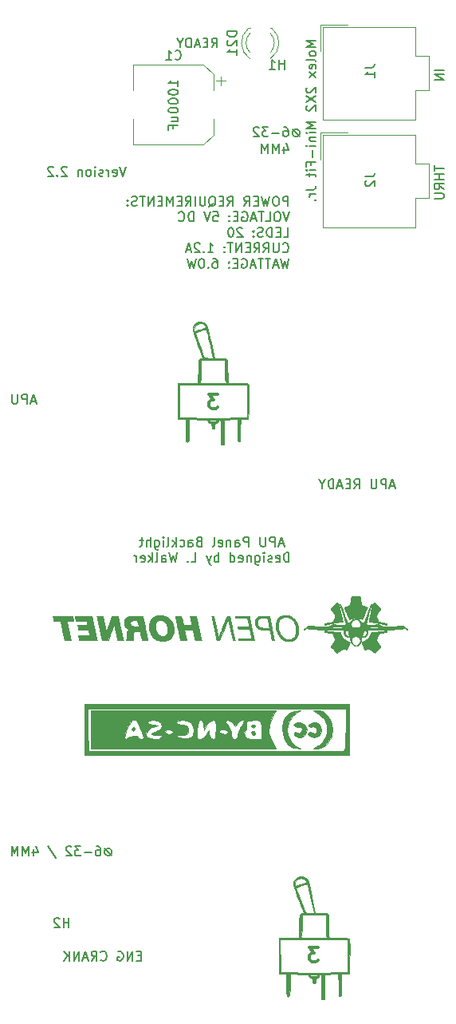
<source format=gbr>
%TF.GenerationSoftware,KiCad,Pcbnew,(5.1.12-1-10_14)*%
%TF.CreationDate,2021-11-25T17:39:32+11:00*%
%TF.ProjectId,APU Panel PCB V2,41505520-5061-46e6-956c-205043422056,rev?*%
%TF.SameCoordinates,Original*%
%TF.FileFunction,Legend,Bot*%
%TF.FilePolarity,Positive*%
%FSLAX46Y46*%
G04 Gerber Fmt 4.6, Leading zero omitted, Abs format (unit mm)*
G04 Created by KiCad (PCBNEW (5.1.12-1-10_14)) date 2021-11-25 17:39:32*
%MOMM*%
%LPD*%
G01*
G04 APERTURE LIST*
%ADD10C,0.150000*%
%ADD11C,0.300000*%
%ADD12C,0.120000*%
%ADD13C,0.010000*%
G04 APERTURE END LIST*
D10*
X87262380Y-62696190D02*
X87262380Y-62124761D01*
X87262380Y-62410476D02*
X86262380Y-62410476D01*
X86405238Y-62315238D01*
X86500476Y-62220000D01*
X86548095Y-62124761D01*
X86262380Y-63315238D02*
X86262380Y-63410476D01*
X86310000Y-63505714D01*
X86357619Y-63553333D01*
X86452857Y-63600952D01*
X86643333Y-63648571D01*
X86881428Y-63648571D01*
X87071904Y-63600952D01*
X87167142Y-63553333D01*
X87214761Y-63505714D01*
X87262380Y-63410476D01*
X87262380Y-63315238D01*
X87214761Y-63220000D01*
X87167142Y-63172380D01*
X87071904Y-63124761D01*
X86881428Y-63077142D01*
X86643333Y-63077142D01*
X86452857Y-63124761D01*
X86357619Y-63172380D01*
X86310000Y-63220000D01*
X86262380Y-63315238D01*
X86262380Y-64267619D02*
X86262380Y-64362857D01*
X86310000Y-64458095D01*
X86357619Y-64505714D01*
X86452857Y-64553333D01*
X86643333Y-64600952D01*
X86881428Y-64600952D01*
X87071904Y-64553333D01*
X87167142Y-64505714D01*
X87214761Y-64458095D01*
X87262380Y-64362857D01*
X87262380Y-64267619D01*
X87214761Y-64172380D01*
X87167142Y-64124761D01*
X87071904Y-64077142D01*
X86881428Y-64029523D01*
X86643333Y-64029523D01*
X86452857Y-64077142D01*
X86357619Y-64124761D01*
X86310000Y-64172380D01*
X86262380Y-64267619D01*
X86262380Y-65220000D02*
X86262380Y-65315238D01*
X86310000Y-65410476D01*
X86357619Y-65458095D01*
X86452857Y-65505714D01*
X86643333Y-65553333D01*
X86881428Y-65553333D01*
X87071904Y-65505714D01*
X87167142Y-65458095D01*
X87214761Y-65410476D01*
X87262380Y-65315238D01*
X87262380Y-65220000D01*
X87214761Y-65124761D01*
X87167142Y-65077142D01*
X87071904Y-65029523D01*
X86881428Y-64981904D01*
X86643333Y-64981904D01*
X86452857Y-65029523D01*
X86357619Y-65077142D01*
X86310000Y-65124761D01*
X86262380Y-65220000D01*
X86595714Y-66410476D02*
X87262380Y-66410476D01*
X86595714Y-65981904D02*
X87119523Y-65981904D01*
X87214761Y-66029523D01*
X87262380Y-66124761D01*
X87262380Y-66267619D01*
X87214761Y-66362857D01*
X87167142Y-66410476D01*
X86738571Y-67220000D02*
X86738571Y-66886666D01*
X87262380Y-66886666D02*
X86262380Y-66886666D01*
X86262380Y-67362857D01*
X101902380Y-57897619D02*
X100902380Y-57897619D01*
X101616666Y-58230952D01*
X100902380Y-58564285D01*
X101902380Y-58564285D01*
X101902380Y-59183333D02*
X101854761Y-59088095D01*
X101807142Y-59040476D01*
X101711904Y-58992857D01*
X101426190Y-58992857D01*
X101330952Y-59040476D01*
X101283333Y-59088095D01*
X101235714Y-59183333D01*
X101235714Y-59326190D01*
X101283333Y-59421428D01*
X101330952Y-59469047D01*
X101426190Y-59516666D01*
X101711904Y-59516666D01*
X101807142Y-59469047D01*
X101854761Y-59421428D01*
X101902380Y-59326190D01*
X101902380Y-59183333D01*
X101902380Y-60088095D02*
X101854761Y-59992857D01*
X101759523Y-59945238D01*
X100902380Y-59945238D01*
X101854761Y-60850000D02*
X101902380Y-60754761D01*
X101902380Y-60564285D01*
X101854761Y-60469047D01*
X101759523Y-60421428D01*
X101378571Y-60421428D01*
X101283333Y-60469047D01*
X101235714Y-60564285D01*
X101235714Y-60754761D01*
X101283333Y-60850000D01*
X101378571Y-60897619D01*
X101473809Y-60897619D01*
X101569047Y-60421428D01*
X101902380Y-61230952D02*
X101235714Y-61754761D01*
X101235714Y-61230952D02*
X101902380Y-61754761D01*
X100997619Y-62850000D02*
X100950000Y-62897619D01*
X100902380Y-62992857D01*
X100902380Y-63230952D01*
X100950000Y-63326190D01*
X100997619Y-63373809D01*
X101092857Y-63421428D01*
X101188095Y-63421428D01*
X101330952Y-63373809D01*
X101902380Y-62802380D01*
X101902380Y-63421428D01*
X100902380Y-63754761D02*
X101902380Y-64421428D01*
X100902380Y-64421428D02*
X101902380Y-63754761D01*
X100997619Y-64754761D02*
X100950000Y-64802380D01*
X100902380Y-64897619D01*
X100902380Y-65135714D01*
X100950000Y-65230952D01*
X100997619Y-65278571D01*
X101092857Y-65326190D01*
X101188095Y-65326190D01*
X101330952Y-65278571D01*
X101902380Y-64707142D01*
X101902380Y-65326190D01*
X101902380Y-66516666D02*
X100902380Y-66516666D01*
X101616666Y-66850000D01*
X100902380Y-67183333D01*
X101902380Y-67183333D01*
X101902380Y-67659523D02*
X101235714Y-67659523D01*
X100902380Y-67659523D02*
X100950000Y-67611904D01*
X100997619Y-67659523D01*
X100950000Y-67707142D01*
X100902380Y-67659523D01*
X100997619Y-67659523D01*
X101235714Y-68135714D02*
X101902380Y-68135714D01*
X101330952Y-68135714D02*
X101283333Y-68183333D01*
X101235714Y-68278571D01*
X101235714Y-68421428D01*
X101283333Y-68516666D01*
X101378571Y-68564285D01*
X101902380Y-68564285D01*
X101902380Y-69040476D02*
X101235714Y-69040476D01*
X100902380Y-69040476D02*
X100950000Y-68992857D01*
X100997619Y-69040476D01*
X100950000Y-69088095D01*
X100902380Y-69040476D01*
X100997619Y-69040476D01*
X101521428Y-69516666D02*
X101521428Y-70278571D01*
X101378571Y-71088095D02*
X101378571Y-70754761D01*
X101902380Y-70754761D02*
X100902380Y-70754761D01*
X100902380Y-71230952D01*
X101902380Y-71611904D02*
X101235714Y-71611904D01*
X100902380Y-71611904D02*
X100950000Y-71564285D01*
X100997619Y-71611904D01*
X100950000Y-71659523D01*
X100902380Y-71611904D01*
X100997619Y-71611904D01*
X101235714Y-71945238D02*
X101235714Y-72326190D01*
X100902380Y-72088095D02*
X101759523Y-72088095D01*
X101854761Y-72135714D01*
X101902380Y-72230952D01*
X101902380Y-72326190D01*
X100902380Y-73707142D02*
X101616666Y-73707142D01*
X101759523Y-73659523D01*
X101854761Y-73564285D01*
X101902380Y-73421428D01*
X101902380Y-73326190D01*
X101902380Y-74183333D02*
X101235714Y-74183333D01*
X101426190Y-74183333D02*
X101330952Y-74230952D01*
X101283333Y-74278571D01*
X101235714Y-74373809D01*
X101235714Y-74469047D01*
X101807142Y-74802380D02*
X101854761Y-74850000D01*
X101902380Y-74802380D01*
X101854761Y-74754761D01*
X101807142Y-74802380D01*
X101902380Y-74802380D01*
X98502380Y-69135714D02*
X98502380Y-69802380D01*
X98740476Y-68754761D02*
X98978571Y-69469047D01*
X98359523Y-69469047D01*
X97978571Y-69802380D02*
X97978571Y-68802380D01*
X97645238Y-69516666D01*
X97311904Y-68802380D01*
X97311904Y-69802380D01*
X96835714Y-69802380D02*
X96835714Y-68802380D01*
X96502380Y-69516666D01*
X96169047Y-68802380D01*
X96169047Y-69802380D01*
X90850000Y-58602380D02*
X91183333Y-58126190D01*
X91421428Y-58602380D02*
X91421428Y-57602380D01*
X91040476Y-57602380D01*
X90945238Y-57650000D01*
X90897619Y-57697619D01*
X90850000Y-57792857D01*
X90850000Y-57935714D01*
X90897619Y-58030952D01*
X90945238Y-58078571D01*
X91040476Y-58126190D01*
X91421428Y-58126190D01*
X90421428Y-58078571D02*
X90088095Y-58078571D01*
X89945238Y-58602380D02*
X90421428Y-58602380D01*
X90421428Y-57602380D01*
X89945238Y-57602380D01*
X89564285Y-58316666D02*
X89088095Y-58316666D01*
X89659523Y-58602380D02*
X89326190Y-57602380D01*
X88992857Y-58602380D01*
X88659523Y-58602380D02*
X88659523Y-57602380D01*
X88421428Y-57602380D01*
X88278571Y-57650000D01*
X88183333Y-57745238D01*
X88135714Y-57840476D01*
X88088095Y-58030952D01*
X88088095Y-58173809D01*
X88135714Y-58364285D01*
X88183333Y-58459523D01*
X88278571Y-58554761D01*
X88421428Y-58602380D01*
X88659523Y-58602380D01*
X87469047Y-58126190D02*
X87469047Y-58602380D01*
X87802380Y-57602380D02*
X87469047Y-58126190D01*
X87135714Y-57602380D01*
X98964404Y-75402380D02*
X98964404Y-74402380D01*
X98583452Y-74402380D01*
X98488214Y-74450000D01*
X98440595Y-74497619D01*
X98392976Y-74592857D01*
X98392976Y-74735714D01*
X98440595Y-74830952D01*
X98488214Y-74878571D01*
X98583452Y-74926190D01*
X98964404Y-74926190D01*
X97773928Y-74402380D02*
X97583452Y-74402380D01*
X97488214Y-74450000D01*
X97392976Y-74545238D01*
X97345357Y-74735714D01*
X97345357Y-75069047D01*
X97392976Y-75259523D01*
X97488214Y-75354761D01*
X97583452Y-75402380D01*
X97773928Y-75402380D01*
X97869166Y-75354761D01*
X97964404Y-75259523D01*
X98012023Y-75069047D01*
X98012023Y-74735714D01*
X97964404Y-74545238D01*
X97869166Y-74450000D01*
X97773928Y-74402380D01*
X97012023Y-74402380D02*
X96773928Y-75402380D01*
X96583452Y-74688095D01*
X96392976Y-75402380D01*
X96154880Y-74402380D01*
X95773928Y-74878571D02*
X95440595Y-74878571D01*
X95297738Y-75402380D02*
X95773928Y-75402380D01*
X95773928Y-74402380D01*
X95297738Y-74402380D01*
X94297738Y-75402380D02*
X94631071Y-74926190D01*
X94869166Y-75402380D02*
X94869166Y-74402380D01*
X94488214Y-74402380D01*
X94392976Y-74450000D01*
X94345357Y-74497619D01*
X94297738Y-74592857D01*
X94297738Y-74735714D01*
X94345357Y-74830952D01*
X94392976Y-74878571D01*
X94488214Y-74926190D01*
X94869166Y-74926190D01*
X92535833Y-75402380D02*
X92869166Y-74926190D01*
X93107261Y-75402380D02*
X93107261Y-74402380D01*
X92726309Y-74402380D01*
X92631071Y-74450000D01*
X92583452Y-74497619D01*
X92535833Y-74592857D01*
X92535833Y-74735714D01*
X92583452Y-74830952D01*
X92631071Y-74878571D01*
X92726309Y-74926190D01*
X93107261Y-74926190D01*
X92107261Y-74878571D02*
X91773928Y-74878571D01*
X91631071Y-75402380D02*
X92107261Y-75402380D01*
X92107261Y-74402380D01*
X91631071Y-74402380D01*
X90535833Y-75497619D02*
X90631071Y-75450000D01*
X90726309Y-75354761D01*
X90869166Y-75211904D01*
X90964404Y-75164285D01*
X91059642Y-75164285D01*
X91012023Y-75402380D02*
X91107261Y-75354761D01*
X91202500Y-75259523D01*
X91250119Y-75069047D01*
X91250119Y-74735714D01*
X91202500Y-74545238D01*
X91107261Y-74450000D01*
X91012023Y-74402380D01*
X90821547Y-74402380D01*
X90726309Y-74450000D01*
X90631071Y-74545238D01*
X90583452Y-74735714D01*
X90583452Y-75069047D01*
X90631071Y-75259523D01*
X90726309Y-75354761D01*
X90821547Y-75402380D01*
X91012023Y-75402380D01*
X90154880Y-74402380D02*
X90154880Y-75211904D01*
X90107261Y-75307142D01*
X90059642Y-75354761D01*
X89964404Y-75402380D01*
X89773928Y-75402380D01*
X89678690Y-75354761D01*
X89631071Y-75307142D01*
X89583452Y-75211904D01*
X89583452Y-74402380D01*
X89107261Y-75402380D02*
X89107261Y-74402380D01*
X88059642Y-75402380D02*
X88392976Y-74926190D01*
X88631071Y-75402380D02*
X88631071Y-74402380D01*
X88250119Y-74402380D01*
X88154880Y-74450000D01*
X88107261Y-74497619D01*
X88059642Y-74592857D01*
X88059642Y-74735714D01*
X88107261Y-74830952D01*
X88154880Y-74878571D01*
X88250119Y-74926190D01*
X88631071Y-74926190D01*
X87631071Y-74878571D02*
X87297738Y-74878571D01*
X87154880Y-75402380D02*
X87631071Y-75402380D01*
X87631071Y-74402380D01*
X87154880Y-74402380D01*
X86726309Y-75402380D02*
X86726309Y-74402380D01*
X86392976Y-75116666D01*
X86059642Y-74402380D01*
X86059642Y-75402380D01*
X85583452Y-74878571D02*
X85250119Y-74878571D01*
X85107261Y-75402380D02*
X85583452Y-75402380D01*
X85583452Y-74402380D01*
X85107261Y-74402380D01*
X84678690Y-75402380D02*
X84678690Y-74402380D01*
X84107261Y-75402380D01*
X84107261Y-74402380D01*
X83773928Y-74402380D02*
X83202500Y-74402380D01*
X83488214Y-75402380D02*
X83488214Y-74402380D01*
X82916785Y-75354761D02*
X82773928Y-75402380D01*
X82535833Y-75402380D01*
X82440595Y-75354761D01*
X82392976Y-75307142D01*
X82345357Y-75211904D01*
X82345357Y-75116666D01*
X82392976Y-75021428D01*
X82440595Y-74973809D01*
X82535833Y-74926190D01*
X82726309Y-74878571D01*
X82821547Y-74830952D01*
X82869166Y-74783333D01*
X82916785Y-74688095D01*
X82916785Y-74592857D01*
X82869166Y-74497619D01*
X82821547Y-74450000D01*
X82726309Y-74402380D01*
X82488214Y-74402380D01*
X82345357Y-74450000D01*
X81916785Y-75307142D02*
X81869166Y-75354761D01*
X81916785Y-75402380D01*
X81964404Y-75354761D01*
X81916785Y-75307142D01*
X81916785Y-75402380D01*
X81916785Y-74783333D02*
X81869166Y-74830952D01*
X81916785Y-74878571D01*
X81964404Y-74830952D01*
X81916785Y-74783333D01*
X81916785Y-74878571D01*
X99107261Y-76052380D02*
X98773928Y-77052380D01*
X98440595Y-76052380D01*
X97916785Y-76052380D02*
X97726309Y-76052380D01*
X97631071Y-76100000D01*
X97535833Y-76195238D01*
X97488214Y-76385714D01*
X97488214Y-76719047D01*
X97535833Y-76909523D01*
X97631071Y-77004761D01*
X97726309Y-77052380D01*
X97916785Y-77052380D01*
X98012023Y-77004761D01*
X98107261Y-76909523D01*
X98154880Y-76719047D01*
X98154880Y-76385714D01*
X98107261Y-76195238D01*
X98012023Y-76100000D01*
X97916785Y-76052380D01*
X96583452Y-77052380D02*
X97059642Y-77052380D01*
X97059642Y-76052380D01*
X96392976Y-76052380D02*
X95821547Y-76052380D01*
X96107261Y-77052380D02*
X96107261Y-76052380D01*
X95535833Y-76766666D02*
X95059642Y-76766666D01*
X95631071Y-77052380D02*
X95297738Y-76052380D01*
X94964404Y-77052380D01*
X94107261Y-76100000D02*
X94202500Y-76052380D01*
X94345357Y-76052380D01*
X94488214Y-76100000D01*
X94583452Y-76195238D01*
X94631071Y-76290476D01*
X94678690Y-76480952D01*
X94678690Y-76623809D01*
X94631071Y-76814285D01*
X94583452Y-76909523D01*
X94488214Y-77004761D01*
X94345357Y-77052380D01*
X94250119Y-77052380D01*
X94107261Y-77004761D01*
X94059642Y-76957142D01*
X94059642Y-76623809D01*
X94250119Y-76623809D01*
X93631071Y-76528571D02*
X93297738Y-76528571D01*
X93154880Y-77052380D02*
X93631071Y-77052380D01*
X93631071Y-76052380D01*
X93154880Y-76052380D01*
X92726309Y-76957142D02*
X92678690Y-77004761D01*
X92726309Y-77052380D01*
X92773928Y-77004761D01*
X92726309Y-76957142D01*
X92726309Y-77052380D01*
X92726309Y-76433333D02*
X92678690Y-76480952D01*
X92726309Y-76528571D01*
X92773928Y-76480952D01*
X92726309Y-76433333D01*
X92726309Y-76528571D01*
X91012023Y-76052380D02*
X91488214Y-76052380D01*
X91535833Y-76528571D01*
X91488214Y-76480952D01*
X91392976Y-76433333D01*
X91154880Y-76433333D01*
X91059642Y-76480952D01*
X91012023Y-76528571D01*
X90964404Y-76623809D01*
X90964404Y-76861904D01*
X91012023Y-76957142D01*
X91059642Y-77004761D01*
X91154880Y-77052380D01*
X91392976Y-77052380D01*
X91488214Y-77004761D01*
X91535833Y-76957142D01*
X90678690Y-76052380D02*
X90345357Y-77052380D01*
X90012023Y-76052380D01*
X88916785Y-77052380D02*
X88916785Y-76052380D01*
X88678690Y-76052380D01*
X88535833Y-76100000D01*
X88440595Y-76195238D01*
X88392976Y-76290476D01*
X88345357Y-76480952D01*
X88345357Y-76623809D01*
X88392976Y-76814285D01*
X88440595Y-76909523D01*
X88535833Y-77004761D01*
X88678690Y-77052380D01*
X88916785Y-77052380D01*
X87345357Y-76957142D02*
X87392976Y-77004761D01*
X87535833Y-77052380D01*
X87631071Y-77052380D01*
X87773928Y-77004761D01*
X87869166Y-76909523D01*
X87916785Y-76814285D01*
X87964404Y-76623809D01*
X87964404Y-76480952D01*
X87916785Y-76290476D01*
X87869166Y-76195238D01*
X87773928Y-76100000D01*
X87631071Y-76052380D01*
X87535833Y-76052380D01*
X87392976Y-76100000D01*
X87345357Y-76147619D01*
X98488214Y-78702380D02*
X98964404Y-78702380D01*
X98964404Y-77702380D01*
X98154880Y-78178571D02*
X97821547Y-78178571D01*
X97678690Y-78702380D02*
X98154880Y-78702380D01*
X98154880Y-77702380D01*
X97678690Y-77702380D01*
X97250119Y-78702380D02*
X97250119Y-77702380D01*
X97012023Y-77702380D01*
X96869166Y-77750000D01*
X96773928Y-77845238D01*
X96726309Y-77940476D01*
X96678690Y-78130952D01*
X96678690Y-78273809D01*
X96726309Y-78464285D01*
X96773928Y-78559523D01*
X96869166Y-78654761D01*
X97012023Y-78702380D01*
X97250119Y-78702380D01*
X96297738Y-78654761D02*
X96154880Y-78702380D01*
X95916785Y-78702380D01*
X95821547Y-78654761D01*
X95773928Y-78607142D01*
X95726309Y-78511904D01*
X95726309Y-78416666D01*
X95773928Y-78321428D01*
X95821547Y-78273809D01*
X95916785Y-78226190D01*
X96107261Y-78178571D01*
X96202500Y-78130952D01*
X96250119Y-78083333D01*
X96297738Y-77988095D01*
X96297738Y-77892857D01*
X96250119Y-77797619D01*
X96202500Y-77750000D01*
X96107261Y-77702380D01*
X95869166Y-77702380D01*
X95726309Y-77750000D01*
X95297738Y-78607142D02*
X95250119Y-78654761D01*
X95297738Y-78702380D01*
X95345357Y-78654761D01*
X95297738Y-78607142D01*
X95297738Y-78702380D01*
X95297738Y-78083333D02*
X95250119Y-78130952D01*
X95297738Y-78178571D01*
X95345357Y-78130952D01*
X95297738Y-78083333D01*
X95297738Y-78178571D01*
X94107261Y-77797619D02*
X94059642Y-77750000D01*
X93964404Y-77702380D01*
X93726309Y-77702380D01*
X93631071Y-77750000D01*
X93583452Y-77797619D01*
X93535833Y-77892857D01*
X93535833Y-77988095D01*
X93583452Y-78130952D01*
X94154880Y-78702380D01*
X93535833Y-78702380D01*
X92916785Y-77702380D02*
X92821547Y-77702380D01*
X92726309Y-77750000D01*
X92678690Y-77797619D01*
X92631071Y-77892857D01*
X92583452Y-78083333D01*
X92583452Y-78321428D01*
X92631071Y-78511904D01*
X92678690Y-78607142D01*
X92726309Y-78654761D01*
X92821547Y-78702380D01*
X92916785Y-78702380D01*
X93012023Y-78654761D01*
X93059642Y-78607142D01*
X93107261Y-78511904D01*
X93154880Y-78321428D01*
X93154880Y-78083333D01*
X93107261Y-77892857D01*
X93059642Y-77797619D01*
X93012023Y-77750000D01*
X92916785Y-77702380D01*
X98392976Y-80257142D02*
X98440595Y-80304761D01*
X98583452Y-80352380D01*
X98678690Y-80352380D01*
X98821547Y-80304761D01*
X98916785Y-80209523D01*
X98964404Y-80114285D01*
X99012023Y-79923809D01*
X99012023Y-79780952D01*
X98964404Y-79590476D01*
X98916785Y-79495238D01*
X98821547Y-79400000D01*
X98678690Y-79352380D01*
X98583452Y-79352380D01*
X98440595Y-79400000D01*
X98392976Y-79447619D01*
X97964404Y-79352380D02*
X97964404Y-80161904D01*
X97916785Y-80257142D01*
X97869166Y-80304761D01*
X97773928Y-80352380D01*
X97583452Y-80352380D01*
X97488214Y-80304761D01*
X97440595Y-80257142D01*
X97392976Y-80161904D01*
X97392976Y-79352380D01*
X96345357Y-80352380D02*
X96678690Y-79876190D01*
X96916785Y-80352380D02*
X96916785Y-79352380D01*
X96535833Y-79352380D01*
X96440595Y-79400000D01*
X96392976Y-79447619D01*
X96345357Y-79542857D01*
X96345357Y-79685714D01*
X96392976Y-79780952D01*
X96440595Y-79828571D01*
X96535833Y-79876190D01*
X96916785Y-79876190D01*
X95345357Y-80352380D02*
X95678690Y-79876190D01*
X95916785Y-80352380D02*
X95916785Y-79352380D01*
X95535833Y-79352380D01*
X95440595Y-79400000D01*
X95392976Y-79447619D01*
X95345357Y-79542857D01*
X95345357Y-79685714D01*
X95392976Y-79780952D01*
X95440595Y-79828571D01*
X95535833Y-79876190D01*
X95916785Y-79876190D01*
X94916785Y-79828571D02*
X94583452Y-79828571D01*
X94440595Y-80352380D02*
X94916785Y-80352380D01*
X94916785Y-79352380D01*
X94440595Y-79352380D01*
X94012023Y-80352380D02*
X94012023Y-79352380D01*
X93440595Y-80352380D01*
X93440595Y-79352380D01*
X93107261Y-79352380D02*
X92535833Y-79352380D01*
X92821547Y-80352380D02*
X92821547Y-79352380D01*
X92202500Y-80257142D02*
X92154880Y-80304761D01*
X92202500Y-80352380D01*
X92250119Y-80304761D01*
X92202500Y-80257142D01*
X92202500Y-80352380D01*
X92202500Y-79733333D02*
X92154880Y-79780952D01*
X92202500Y-79828571D01*
X92250119Y-79780952D01*
X92202500Y-79733333D01*
X92202500Y-79828571D01*
X90440595Y-80352380D02*
X91012023Y-80352380D01*
X90726309Y-80352380D02*
X90726309Y-79352380D01*
X90821547Y-79495238D01*
X90916785Y-79590476D01*
X91012023Y-79638095D01*
X90012023Y-80257142D02*
X89964404Y-80304761D01*
X90012023Y-80352380D01*
X90059642Y-80304761D01*
X90012023Y-80257142D01*
X90012023Y-80352380D01*
X89583452Y-79447619D02*
X89535833Y-79400000D01*
X89440595Y-79352380D01*
X89202500Y-79352380D01*
X89107261Y-79400000D01*
X89059642Y-79447619D01*
X89012023Y-79542857D01*
X89012023Y-79638095D01*
X89059642Y-79780952D01*
X89631071Y-80352380D01*
X89012023Y-80352380D01*
X88631071Y-80066666D02*
X88154880Y-80066666D01*
X88726309Y-80352380D02*
X88392976Y-79352380D01*
X88059642Y-80352380D01*
X99059642Y-81002380D02*
X98821547Y-82002380D01*
X98631071Y-81288095D01*
X98440595Y-82002380D01*
X98202500Y-81002380D01*
X97869166Y-81716666D02*
X97392976Y-81716666D01*
X97964404Y-82002380D02*
X97631071Y-81002380D01*
X97297738Y-82002380D01*
X97107261Y-81002380D02*
X96535833Y-81002380D01*
X96821547Y-82002380D02*
X96821547Y-81002380D01*
X96345357Y-81002380D02*
X95773928Y-81002380D01*
X96059642Y-82002380D02*
X96059642Y-81002380D01*
X95488214Y-81716666D02*
X95012023Y-81716666D01*
X95583452Y-82002380D02*
X95250119Y-81002380D01*
X94916785Y-82002380D01*
X94059642Y-81050000D02*
X94154880Y-81002380D01*
X94297738Y-81002380D01*
X94440595Y-81050000D01*
X94535833Y-81145238D01*
X94583452Y-81240476D01*
X94631071Y-81430952D01*
X94631071Y-81573809D01*
X94583452Y-81764285D01*
X94535833Y-81859523D01*
X94440595Y-81954761D01*
X94297738Y-82002380D01*
X94202500Y-82002380D01*
X94059642Y-81954761D01*
X94012023Y-81907142D01*
X94012023Y-81573809D01*
X94202500Y-81573809D01*
X93583452Y-81478571D02*
X93250119Y-81478571D01*
X93107261Y-82002380D02*
X93583452Y-82002380D01*
X93583452Y-81002380D01*
X93107261Y-81002380D01*
X92678690Y-81907142D02*
X92631071Y-81954761D01*
X92678690Y-82002380D01*
X92726309Y-81954761D01*
X92678690Y-81907142D01*
X92678690Y-82002380D01*
X92678690Y-81383333D02*
X92631071Y-81430952D01*
X92678690Y-81478571D01*
X92726309Y-81430952D01*
X92678690Y-81383333D01*
X92678690Y-81478571D01*
X91012023Y-81002380D02*
X91202500Y-81002380D01*
X91297738Y-81050000D01*
X91345357Y-81097619D01*
X91440595Y-81240476D01*
X91488214Y-81430952D01*
X91488214Y-81811904D01*
X91440595Y-81907142D01*
X91392976Y-81954761D01*
X91297738Y-82002380D01*
X91107261Y-82002380D01*
X91012023Y-81954761D01*
X90964404Y-81907142D01*
X90916785Y-81811904D01*
X90916785Y-81573809D01*
X90964404Y-81478571D01*
X91012023Y-81430952D01*
X91107261Y-81383333D01*
X91297738Y-81383333D01*
X91392976Y-81430952D01*
X91440595Y-81478571D01*
X91488214Y-81573809D01*
X90488214Y-81907142D02*
X90440595Y-81954761D01*
X90488214Y-82002380D01*
X90535833Y-81954761D01*
X90488214Y-81907142D01*
X90488214Y-82002380D01*
X89821547Y-81002380D02*
X89726309Y-81002380D01*
X89631071Y-81050000D01*
X89583452Y-81097619D01*
X89535833Y-81192857D01*
X89488214Y-81383333D01*
X89488214Y-81621428D01*
X89535833Y-81811904D01*
X89583452Y-81907142D01*
X89631071Y-81954761D01*
X89726309Y-82002380D01*
X89821547Y-82002380D01*
X89916785Y-81954761D01*
X89964404Y-81907142D01*
X90012023Y-81811904D01*
X90059642Y-81621428D01*
X90059642Y-81383333D01*
X90012023Y-81192857D01*
X89964404Y-81097619D01*
X89916785Y-81050000D01*
X89821547Y-81002380D01*
X89154880Y-81002380D02*
X88916785Y-82002380D01*
X88726309Y-81288095D01*
X88535833Y-82002380D01*
X88297738Y-81002380D01*
X98484058Y-111254066D02*
X98007867Y-111254066D01*
X98579296Y-111539780D02*
X98245962Y-110539780D01*
X97912629Y-111539780D01*
X97579296Y-111539780D02*
X97579296Y-110539780D01*
X97198343Y-110539780D01*
X97103105Y-110587400D01*
X97055486Y-110635019D01*
X97007867Y-110730257D01*
X97007867Y-110873114D01*
X97055486Y-110968352D01*
X97103105Y-111015971D01*
X97198343Y-111063590D01*
X97579296Y-111063590D01*
X96579296Y-110539780D02*
X96579296Y-111349304D01*
X96531677Y-111444542D01*
X96484058Y-111492161D01*
X96388820Y-111539780D01*
X96198343Y-111539780D01*
X96103105Y-111492161D01*
X96055486Y-111444542D01*
X96007867Y-111349304D01*
X96007867Y-110539780D01*
X94769772Y-111539780D02*
X94769772Y-110539780D01*
X94388820Y-110539780D01*
X94293581Y-110587400D01*
X94245962Y-110635019D01*
X94198343Y-110730257D01*
X94198343Y-110873114D01*
X94245962Y-110968352D01*
X94293581Y-111015971D01*
X94388820Y-111063590D01*
X94769772Y-111063590D01*
X93341200Y-111539780D02*
X93341200Y-111015971D01*
X93388820Y-110920733D01*
X93484058Y-110873114D01*
X93674534Y-110873114D01*
X93769772Y-110920733D01*
X93341200Y-111492161D02*
X93436439Y-111539780D01*
X93674534Y-111539780D01*
X93769772Y-111492161D01*
X93817391Y-111396923D01*
X93817391Y-111301685D01*
X93769772Y-111206447D01*
X93674534Y-111158828D01*
X93436439Y-111158828D01*
X93341200Y-111111209D01*
X92865010Y-110873114D02*
X92865010Y-111539780D01*
X92865010Y-110968352D02*
X92817391Y-110920733D01*
X92722153Y-110873114D01*
X92579296Y-110873114D01*
X92484058Y-110920733D01*
X92436439Y-111015971D01*
X92436439Y-111539780D01*
X91579296Y-111492161D02*
X91674534Y-111539780D01*
X91865010Y-111539780D01*
X91960248Y-111492161D01*
X92007867Y-111396923D01*
X92007867Y-111015971D01*
X91960248Y-110920733D01*
X91865010Y-110873114D01*
X91674534Y-110873114D01*
X91579296Y-110920733D01*
X91531677Y-111015971D01*
X91531677Y-111111209D01*
X92007867Y-111206447D01*
X90960248Y-111539780D02*
X91055486Y-111492161D01*
X91103105Y-111396923D01*
X91103105Y-110539780D01*
X89484058Y-111015971D02*
X89341200Y-111063590D01*
X89293581Y-111111209D01*
X89245962Y-111206447D01*
X89245962Y-111349304D01*
X89293581Y-111444542D01*
X89341200Y-111492161D01*
X89436439Y-111539780D01*
X89817391Y-111539780D01*
X89817391Y-110539780D01*
X89484058Y-110539780D01*
X89388820Y-110587400D01*
X89341200Y-110635019D01*
X89293581Y-110730257D01*
X89293581Y-110825495D01*
X89341200Y-110920733D01*
X89388820Y-110968352D01*
X89484058Y-111015971D01*
X89817391Y-111015971D01*
X88388820Y-111539780D02*
X88388820Y-111015971D01*
X88436439Y-110920733D01*
X88531677Y-110873114D01*
X88722153Y-110873114D01*
X88817391Y-110920733D01*
X88388820Y-111492161D02*
X88484058Y-111539780D01*
X88722153Y-111539780D01*
X88817391Y-111492161D01*
X88865010Y-111396923D01*
X88865010Y-111301685D01*
X88817391Y-111206447D01*
X88722153Y-111158828D01*
X88484058Y-111158828D01*
X88388820Y-111111209D01*
X87484058Y-111492161D02*
X87579296Y-111539780D01*
X87769772Y-111539780D01*
X87865010Y-111492161D01*
X87912629Y-111444542D01*
X87960248Y-111349304D01*
X87960248Y-111063590D01*
X87912629Y-110968352D01*
X87865010Y-110920733D01*
X87769772Y-110873114D01*
X87579296Y-110873114D01*
X87484058Y-110920733D01*
X87055486Y-111539780D02*
X87055486Y-110539780D01*
X86960248Y-111158828D02*
X86674534Y-111539780D01*
X86674534Y-110873114D02*
X87055486Y-111254066D01*
X86103105Y-111539780D02*
X86198343Y-111492161D01*
X86245962Y-111396923D01*
X86245962Y-110539780D01*
X85722153Y-111539780D02*
X85722153Y-110873114D01*
X85722153Y-110539780D02*
X85769772Y-110587400D01*
X85722153Y-110635019D01*
X85674534Y-110587400D01*
X85722153Y-110539780D01*
X85722153Y-110635019D01*
X84817391Y-110873114D02*
X84817391Y-111682638D01*
X84865010Y-111777876D01*
X84912629Y-111825495D01*
X85007867Y-111873114D01*
X85150724Y-111873114D01*
X85245962Y-111825495D01*
X84817391Y-111492161D02*
X84912629Y-111539780D01*
X85103105Y-111539780D01*
X85198343Y-111492161D01*
X85245962Y-111444542D01*
X85293581Y-111349304D01*
X85293581Y-111063590D01*
X85245962Y-110968352D01*
X85198343Y-110920733D01*
X85103105Y-110873114D01*
X84912629Y-110873114D01*
X84817391Y-110920733D01*
X84341200Y-111539780D02*
X84341200Y-110539780D01*
X83912629Y-111539780D02*
X83912629Y-111015971D01*
X83960248Y-110920733D01*
X84055486Y-110873114D01*
X84198343Y-110873114D01*
X84293581Y-110920733D01*
X84341200Y-110968352D01*
X83579296Y-110873114D02*
X83198343Y-110873114D01*
X83436439Y-110539780D02*
X83436439Y-111396923D01*
X83388820Y-111492161D01*
X83293581Y-111539780D01*
X83198343Y-111539780D01*
X99055486Y-113189780D02*
X99055486Y-112189780D01*
X98817391Y-112189780D01*
X98674534Y-112237400D01*
X98579296Y-112332638D01*
X98531677Y-112427876D01*
X98484058Y-112618352D01*
X98484058Y-112761209D01*
X98531677Y-112951685D01*
X98579296Y-113046923D01*
X98674534Y-113142161D01*
X98817391Y-113189780D01*
X99055486Y-113189780D01*
X97674534Y-113142161D02*
X97769772Y-113189780D01*
X97960248Y-113189780D01*
X98055486Y-113142161D01*
X98103105Y-113046923D01*
X98103105Y-112665971D01*
X98055486Y-112570733D01*
X97960248Y-112523114D01*
X97769772Y-112523114D01*
X97674534Y-112570733D01*
X97626915Y-112665971D01*
X97626915Y-112761209D01*
X98103105Y-112856447D01*
X97245962Y-113142161D02*
X97150724Y-113189780D01*
X96960248Y-113189780D01*
X96865010Y-113142161D01*
X96817391Y-113046923D01*
X96817391Y-112999304D01*
X96865010Y-112904066D01*
X96960248Y-112856447D01*
X97103105Y-112856447D01*
X97198343Y-112808828D01*
X97245962Y-112713590D01*
X97245962Y-112665971D01*
X97198343Y-112570733D01*
X97103105Y-112523114D01*
X96960248Y-112523114D01*
X96865010Y-112570733D01*
X96388820Y-113189780D02*
X96388820Y-112523114D01*
X96388820Y-112189780D02*
X96436439Y-112237400D01*
X96388820Y-112285019D01*
X96341200Y-112237400D01*
X96388820Y-112189780D01*
X96388820Y-112285019D01*
X95484058Y-112523114D02*
X95484058Y-113332638D01*
X95531677Y-113427876D01*
X95579296Y-113475495D01*
X95674534Y-113523114D01*
X95817391Y-113523114D01*
X95912629Y-113475495D01*
X95484058Y-113142161D02*
X95579296Y-113189780D01*
X95769772Y-113189780D01*
X95865010Y-113142161D01*
X95912629Y-113094542D01*
X95960248Y-112999304D01*
X95960248Y-112713590D01*
X95912629Y-112618352D01*
X95865010Y-112570733D01*
X95769772Y-112523114D01*
X95579296Y-112523114D01*
X95484058Y-112570733D01*
X95007867Y-112523114D02*
X95007867Y-113189780D01*
X95007867Y-112618352D02*
X94960248Y-112570733D01*
X94865010Y-112523114D01*
X94722153Y-112523114D01*
X94626915Y-112570733D01*
X94579296Y-112665971D01*
X94579296Y-113189780D01*
X93722153Y-113142161D02*
X93817391Y-113189780D01*
X94007867Y-113189780D01*
X94103105Y-113142161D01*
X94150724Y-113046923D01*
X94150724Y-112665971D01*
X94103105Y-112570733D01*
X94007867Y-112523114D01*
X93817391Y-112523114D01*
X93722153Y-112570733D01*
X93674534Y-112665971D01*
X93674534Y-112761209D01*
X94150724Y-112856447D01*
X92817391Y-113189780D02*
X92817391Y-112189780D01*
X92817391Y-113142161D02*
X92912629Y-113189780D01*
X93103105Y-113189780D01*
X93198343Y-113142161D01*
X93245962Y-113094542D01*
X93293581Y-112999304D01*
X93293581Y-112713590D01*
X93245962Y-112618352D01*
X93198343Y-112570733D01*
X93103105Y-112523114D01*
X92912629Y-112523114D01*
X92817391Y-112570733D01*
X91579296Y-113189780D02*
X91579296Y-112189780D01*
X91579296Y-112570733D02*
X91484058Y-112523114D01*
X91293581Y-112523114D01*
X91198343Y-112570733D01*
X91150724Y-112618352D01*
X91103105Y-112713590D01*
X91103105Y-112999304D01*
X91150724Y-113094542D01*
X91198343Y-113142161D01*
X91293581Y-113189780D01*
X91484058Y-113189780D01*
X91579296Y-113142161D01*
X90769772Y-112523114D02*
X90531677Y-113189780D01*
X90293581Y-112523114D02*
X90531677Y-113189780D01*
X90626915Y-113427876D01*
X90674534Y-113475495D01*
X90769772Y-113523114D01*
X88674534Y-113189780D02*
X89150724Y-113189780D01*
X89150724Y-112189780D01*
X88341200Y-113094542D02*
X88293581Y-113142161D01*
X88341200Y-113189780D01*
X88388820Y-113142161D01*
X88341200Y-113094542D01*
X88341200Y-113189780D01*
X87198343Y-112189780D02*
X86960248Y-113189780D01*
X86769772Y-112475495D01*
X86579296Y-113189780D01*
X86341200Y-112189780D01*
X85531677Y-113189780D02*
X85531677Y-112665971D01*
X85579296Y-112570733D01*
X85674534Y-112523114D01*
X85865010Y-112523114D01*
X85960248Y-112570733D01*
X85531677Y-113142161D02*
X85626915Y-113189780D01*
X85865010Y-113189780D01*
X85960248Y-113142161D01*
X86007867Y-113046923D01*
X86007867Y-112951685D01*
X85960248Y-112856447D01*
X85865010Y-112808828D01*
X85626915Y-112808828D01*
X85531677Y-112761209D01*
X84912629Y-113189780D02*
X85007867Y-113142161D01*
X85055486Y-113046923D01*
X85055486Y-112189780D01*
X84531677Y-113189780D02*
X84531677Y-112189780D01*
X84436439Y-112808828D02*
X84150724Y-113189780D01*
X84150724Y-112523114D02*
X84531677Y-112904066D01*
X83341200Y-113142161D02*
X83436439Y-113189780D01*
X83626915Y-113189780D01*
X83722153Y-113142161D01*
X83769772Y-113046923D01*
X83769772Y-112665971D01*
X83722153Y-112570733D01*
X83626915Y-112523114D01*
X83436439Y-112523114D01*
X83341200Y-112570733D01*
X83293581Y-112665971D01*
X83293581Y-112761209D01*
X83769772Y-112856447D01*
X82865010Y-113189780D02*
X82865010Y-112523114D01*
X82865010Y-112713590D02*
X82817391Y-112618352D01*
X82769772Y-112570733D01*
X82674534Y-112523114D01*
X82579296Y-112523114D01*
D11*
X102145720Y-154103331D02*
X101217148Y-154103331D01*
X101717148Y-154674760D01*
X101502862Y-154674760D01*
X101360005Y-154746188D01*
X101288577Y-154817617D01*
X101217148Y-154960474D01*
X101217148Y-155317617D01*
X101288577Y-155460474D01*
X101360005Y-155531902D01*
X101502862Y-155603331D01*
X101931434Y-155603331D01*
X102074291Y-155531902D01*
X102145720Y-155460474D01*
X91510740Y-95414091D02*
X90582168Y-95414091D01*
X91082168Y-95985520D01*
X90867882Y-95985520D01*
X90725025Y-96056948D01*
X90653597Y-96128377D01*
X90582168Y-96271234D01*
X90582168Y-96628377D01*
X90653597Y-96771234D01*
X90725025Y-96842662D01*
X90867882Y-96914091D01*
X91296454Y-96914091D01*
X91439311Y-96842662D01*
X91510740Y-96771234D01*
D10*
X81740476Y-71252380D02*
X81407142Y-72252380D01*
X81073809Y-71252380D01*
X80359523Y-72204761D02*
X80454761Y-72252380D01*
X80645238Y-72252380D01*
X80740476Y-72204761D01*
X80788095Y-72109523D01*
X80788095Y-71728571D01*
X80740476Y-71633333D01*
X80645238Y-71585714D01*
X80454761Y-71585714D01*
X80359523Y-71633333D01*
X80311904Y-71728571D01*
X80311904Y-71823809D01*
X80788095Y-71919047D01*
X79883333Y-72252380D02*
X79883333Y-71585714D01*
X79883333Y-71776190D02*
X79835714Y-71680952D01*
X79788095Y-71633333D01*
X79692857Y-71585714D01*
X79597619Y-71585714D01*
X79311904Y-72204761D02*
X79216666Y-72252380D01*
X79026190Y-72252380D01*
X78930952Y-72204761D01*
X78883333Y-72109523D01*
X78883333Y-72061904D01*
X78930952Y-71966666D01*
X79026190Y-71919047D01*
X79169047Y-71919047D01*
X79264285Y-71871428D01*
X79311904Y-71776190D01*
X79311904Y-71728571D01*
X79264285Y-71633333D01*
X79169047Y-71585714D01*
X79026190Y-71585714D01*
X78930952Y-71633333D01*
X78454761Y-72252380D02*
X78454761Y-71585714D01*
X78454761Y-71252380D02*
X78502380Y-71300000D01*
X78454761Y-71347619D01*
X78407142Y-71300000D01*
X78454761Y-71252380D01*
X78454761Y-71347619D01*
X77835714Y-72252380D02*
X77930952Y-72204761D01*
X77978571Y-72157142D01*
X78026190Y-72061904D01*
X78026190Y-71776190D01*
X77978571Y-71680952D01*
X77930952Y-71633333D01*
X77835714Y-71585714D01*
X77692857Y-71585714D01*
X77597619Y-71633333D01*
X77550000Y-71680952D01*
X77502380Y-71776190D01*
X77502380Y-72061904D01*
X77550000Y-72157142D01*
X77597619Y-72204761D01*
X77692857Y-72252380D01*
X77835714Y-72252380D01*
X77073809Y-71585714D02*
X77073809Y-72252380D01*
X77073809Y-71680952D02*
X77026190Y-71633333D01*
X76930952Y-71585714D01*
X76788095Y-71585714D01*
X76692857Y-71633333D01*
X76645238Y-71728571D01*
X76645238Y-72252380D01*
X75454761Y-71347619D02*
X75407142Y-71300000D01*
X75311904Y-71252380D01*
X75073809Y-71252380D01*
X74978571Y-71300000D01*
X74930952Y-71347619D01*
X74883333Y-71442857D01*
X74883333Y-71538095D01*
X74930952Y-71680952D01*
X75502380Y-72252380D01*
X74883333Y-72252380D01*
X74454761Y-72157142D02*
X74407142Y-72204761D01*
X74454761Y-72252380D01*
X74502380Y-72204761D01*
X74454761Y-72157142D01*
X74454761Y-72252380D01*
X74026190Y-71347619D02*
X73978571Y-71300000D01*
X73883333Y-71252380D01*
X73645238Y-71252380D01*
X73550000Y-71300000D01*
X73502380Y-71347619D01*
X73454761Y-71442857D01*
X73454761Y-71538095D01*
X73502380Y-71680952D01*
X74073809Y-72252380D01*
X73454761Y-72252380D01*
X72135524Y-96125326D02*
X71659334Y-96125326D01*
X72230762Y-96411040D02*
X71897429Y-95411040D01*
X71564096Y-96411040D01*
X71230762Y-96411040D02*
X71230762Y-95411040D01*
X70849810Y-95411040D01*
X70754572Y-95458660D01*
X70706953Y-95506279D01*
X70659334Y-95601517D01*
X70659334Y-95744374D01*
X70706953Y-95839612D01*
X70754572Y-95887231D01*
X70849810Y-95934850D01*
X71230762Y-95934850D01*
X70230762Y-95411040D02*
X70230762Y-96220564D01*
X70183143Y-96315802D01*
X70135524Y-96363421D01*
X70040286Y-96411040D01*
X69849810Y-96411040D01*
X69754572Y-96363421D01*
X69706953Y-96315802D01*
X69659334Y-96220564D01*
X69659334Y-95411040D01*
X110276780Y-105119466D02*
X109800590Y-105119466D01*
X110372019Y-105405180D02*
X110038685Y-104405180D01*
X109705352Y-105405180D01*
X109372019Y-105405180D02*
X109372019Y-104405180D01*
X108991066Y-104405180D01*
X108895828Y-104452800D01*
X108848209Y-104500419D01*
X108800590Y-104595657D01*
X108800590Y-104738514D01*
X108848209Y-104833752D01*
X108895828Y-104881371D01*
X108991066Y-104928990D01*
X109372019Y-104928990D01*
X108372019Y-104405180D02*
X108372019Y-105214704D01*
X108324400Y-105309942D01*
X108276780Y-105357561D01*
X108181542Y-105405180D01*
X107991066Y-105405180D01*
X107895828Y-105357561D01*
X107848209Y-105309942D01*
X107800590Y-105214704D01*
X107800590Y-104405180D01*
X105991066Y-105405180D02*
X106324400Y-104928990D01*
X106562495Y-105405180D02*
X106562495Y-104405180D01*
X106181542Y-104405180D01*
X106086304Y-104452800D01*
X106038685Y-104500419D01*
X105991066Y-104595657D01*
X105991066Y-104738514D01*
X106038685Y-104833752D01*
X106086304Y-104881371D01*
X106181542Y-104928990D01*
X106562495Y-104928990D01*
X105562495Y-104881371D02*
X105229161Y-104881371D01*
X105086304Y-105405180D02*
X105562495Y-105405180D01*
X105562495Y-104405180D01*
X105086304Y-104405180D01*
X104705352Y-105119466D02*
X104229161Y-105119466D01*
X104800590Y-105405180D02*
X104467257Y-104405180D01*
X104133923Y-105405180D01*
X103800590Y-105405180D02*
X103800590Y-104405180D01*
X103562495Y-104405180D01*
X103419638Y-104452800D01*
X103324400Y-104548038D01*
X103276780Y-104643276D01*
X103229161Y-104833752D01*
X103229161Y-104976609D01*
X103276780Y-105167085D01*
X103324400Y-105262323D01*
X103419638Y-105357561D01*
X103562495Y-105405180D01*
X103800590Y-105405180D01*
X102610114Y-104928990D02*
X102610114Y-105405180D01*
X102943447Y-104405180D02*
X102610114Y-104928990D01*
X102276780Y-104405180D01*
X83360068Y-154962551D02*
X83026735Y-154962551D01*
X82883878Y-155486360D02*
X83360068Y-155486360D01*
X83360068Y-154486360D01*
X82883878Y-154486360D01*
X82455306Y-155486360D02*
X82455306Y-154486360D01*
X81883878Y-155486360D01*
X81883878Y-154486360D01*
X80883878Y-154533980D02*
X80979116Y-154486360D01*
X81121973Y-154486360D01*
X81264830Y-154533980D01*
X81360068Y-154629218D01*
X81407687Y-154724456D01*
X81455306Y-154914932D01*
X81455306Y-155057789D01*
X81407687Y-155248265D01*
X81360068Y-155343503D01*
X81264830Y-155438741D01*
X81121973Y-155486360D01*
X81026735Y-155486360D01*
X80883878Y-155438741D01*
X80836259Y-155391122D01*
X80836259Y-155057789D01*
X81026735Y-155057789D01*
X79074354Y-155391122D02*
X79121973Y-155438741D01*
X79264830Y-155486360D01*
X79360068Y-155486360D01*
X79502925Y-155438741D01*
X79598163Y-155343503D01*
X79645782Y-155248265D01*
X79693401Y-155057789D01*
X79693401Y-154914932D01*
X79645782Y-154724456D01*
X79598163Y-154629218D01*
X79502925Y-154533980D01*
X79360068Y-154486360D01*
X79264830Y-154486360D01*
X79121973Y-154533980D01*
X79074354Y-154581599D01*
X78074354Y-155486360D02*
X78407687Y-155010170D01*
X78645782Y-155486360D02*
X78645782Y-154486360D01*
X78264830Y-154486360D01*
X78169592Y-154533980D01*
X78121973Y-154581599D01*
X78074354Y-154676837D01*
X78074354Y-154819694D01*
X78121973Y-154914932D01*
X78169592Y-154962551D01*
X78264830Y-155010170D01*
X78645782Y-155010170D01*
X77693401Y-155200646D02*
X77217211Y-155200646D01*
X77788640Y-155486360D02*
X77455306Y-154486360D01*
X77121973Y-155486360D01*
X76788640Y-155486360D02*
X76788640Y-154486360D01*
X76217211Y-155486360D01*
X76217211Y-154486360D01*
X75741020Y-155486360D02*
X75741020Y-154486360D01*
X75169592Y-155486360D02*
X75598163Y-154914932D01*
X75169592Y-154486360D02*
X75741020Y-155057789D01*
X114504220Y-71130706D02*
X114504220Y-71702135D01*
X115504220Y-71416420D02*
X114504220Y-71416420D01*
X115504220Y-72035468D02*
X114504220Y-72035468D01*
X114980411Y-72035468D02*
X114980411Y-72606897D01*
X115504220Y-72606897D02*
X114504220Y-72606897D01*
X115504220Y-73654516D02*
X115028030Y-73321182D01*
X115504220Y-73083087D02*
X114504220Y-73083087D01*
X114504220Y-73464040D01*
X114551840Y-73559278D01*
X114599459Y-73606897D01*
X114694697Y-73654516D01*
X114837554Y-73654516D01*
X114932792Y-73606897D01*
X114980411Y-73559278D01*
X115028030Y-73464040D01*
X115028030Y-73083087D01*
X114504220Y-74083087D02*
X115313744Y-74083087D01*
X115408982Y-74130706D01*
X115456601Y-74178325D01*
X115504220Y-74273563D01*
X115504220Y-74464040D01*
X115456601Y-74559278D01*
X115408982Y-74606897D01*
X115313744Y-74654516D01*
X114504220Y-74654516D01*
X115547400Y-61005150D02*
X114547400Y-61005150D01*
X115547400Y-61481340D02*
X114547400Y-61481340D01*
X115547400Y-62052769D01*
X114547400Y-62052769D01*
D12*
%TO.C,J2*%
X102439160Y-67620420D02*
X105289160Y-67620420D01*
X102439160Y-70470420D02*
X102439160Y-67620420D01*
X113899160Y-74580420D02*
X113899160Y-72770420D01*
X112499160Y-74580420D02*
X113899160Y-74580420D01*
X112499160Y-77680420D02*
X112499160Y-74580420D01*
X102679160Y-77680420D02*
X112499160Y-77680420D01*
X102679160Y-72770420D02*
X102679160Y-77680420D01*
X113899160Y-70960420D02*
X113899160Y-72770420D01*
X112499160Y-70960420D02*
X113899160Y-70960420D01*
X112499160Y-67860420D02*
X112499160Y-70960420D01*
X102679160Y-67860420D02*
X112499160Y-67860420D01*
X102679160Y-72770420D02*
X102679160Y-67860420D01*
%TO.C,J1*%
X102439160Y-56177720D02*
X105289160Y-56177720D01*
X102439160Y-59027720D02*
X102439160Y-56177720D01*
X113899160Y-63137720D02*
X113899160Y-61327720D01*
X112499160Y-63137720D02*
X113899160Y-63137720D01*
X112499160Y-66237720D02*
X112499160Y-63137720D01*
X102679160Y-66237720D02*
X112499160Y-66237720D01*
X102679160Y-61327720D02*
X102679160Y-66237720D01*
X113899160Y-59517720D02*
X113899160Y-61327720D01*
X112499160Y-59517720D02*
X113899160Y-59517720D01*
X112499160Y-56417720D02*
X112499160Y-59517720D01*
X102679160Y-56417720D02*
X112499160Y-56417720D01*
X102679160Y-61327720D02*
X102679160Y-56417720D01*
D13*
%TO.C,G2*%
G36*
X109427930Y-120477749D02*
G01*
X109415117Y-120479118D01*
X109394886Y-120481333D01*
X109367734Y-120484335D01*
X109334157Y-120488069D01*
X109294654Y-120492479D01*
X109249720Y-120497509D01*
X109199853Y-120503102D01*
X109145551Y-120509202D01*
X109087309Y-120515753D01*
X109025626Y-120522698D01*
X108960998Y-120529982D01*
X108893922Y-120537548D01*
X108824895Y-120545340D01*
X108754415Y-120553301D01*
X108682979Y-120561376D01*
X108611082Y-120569508D01*
X108539224Y-120577641D01*
X108467900Y-120585719D01*
X108397608Y-120593685D01*
X108328844Y-120601484D01*
X108262107Y-120609058D01*
X108197892Y-120616353D01*
X108136697Y-120623311D01*
X108079019Y-120629876D01*
X108025355Y-120635993D01*
X107976202Y-120641604D01*
X107932058Y-120646654D01*
X107893418Y-120651086D01*
X107860781Y-120654845D01*
X107834644Y-120657873D01*
X107815502Y-120660116D01*
X107803854Y-120661515D01*
X107800798Y-120661909D01*
X107789237Y-120664367D01*
X107783449Y-120668730D01*
X107780860Y-120676338D01*
X107778613Y-120682751D01*
X107773222Y-120695978D01*
X107765080Y-120715143D01*
X107754582Y-120739370D01*
X107742122Y-120767780D01*
X107728094Y-120799497D01*
X107712892Y-120833645D01*
X107696910Y-120869346D01*
X107680543Y-120905724D01*
X107664185Y-120941901D01*
X107648231Y-120977002D01*
X107633073Y-121010148D01*
X107619107Y-121040463D01*
X107606727Y-121067070D01*
X107596327Y-121089093D01*
X107588301Y-121105654D01*
X107584367Y-121113412D01*
X107563496Y-121148747D01*
X107536881Y-121186911D01*
X107505959Y-121226250D01*
X107472170Y-121265110D01*
X107436953Y-121301839D01*
X107401745Y-121334782D01*
X107367986Y-121362288D01*
X107367493Y-121362654D01*
X107359875Y-121367726D01*
X107345654Y-121376613D01*
X107325553Y-121388888D01*
X107300298Y-121404125D01*
X107270614Y-121421899D01*
X107237225Y-121441784D01*
X107200857Y-121463355D01*
X107162234Y-121486185D01*
X107122081Y-121509849D01*
X107081123Y-121533921D01*
X107040084Y-121557976D01*
X106999690Y-121581588D01*
X106960666Y-121604330D01*
X106923735Y-121625778D01*
X106889624Y-121645505D01*
X106859056Y-121663086D01*
X106832758Y-121678095D01*
X106811452Y-121690106D01*
X106795866Y-121698694D01*
X106790587Y-121701497D01*
X106771719Y-121711296D01*
X106932008Y-122098646D01*
X106960466Y-122167274D01*
X106986580Y-122229949D01*
X107010261Y-122286469D01*
X107031422Y-122336628D01*
X107049976Y-122380222D01*
X107065834Y-122417047D01*
X107078910Y-122446900D01*
X107089115Y-122469575D01*
X107096362Y-122484869D01*
X107100565Y-122492577D01*
X107101247Y-122493405D01*
X107112127Y-122499122D01*
X107121056Y-122500813D01*
X107127084Y-122498866D01*
X107139700Y-122493309D01*
X107158048Y-122484567D01*
X107181273Y-122473066D01*
X107208518Y-122459232D01*
X107238929Y-122443490D01*
X107271651Y-122426267D01*
X107282717Y-122420380D01*
X107321954Y-122399505D01*
X107354512Y-122382362D01*
X107381150Y-122368641D01*
X107402628Y-122358028D01*
X107419706Y-122350213D01*
X107433144Y-122344886D01*
X107443700Y-122341734D01*
X107452136Y-122340446D01*
X107459210Y-122340711D01*
X107465682Y-122342219D01*
X107469876Y-122343698D01*
X107474720Y-122346594D01*
X107486037Y-122353951D01*
X107503325Y-122365431D01*
X107526084Y-122380693D01*
X107553812Y-122399399D01*
X107586009Y-122421208D01*
X107622173Y-122445781D01*
X107661804Y-122472779D01*
X107704400Y-122501862D01*
X107749460Y-122532690D01*
X107796483Y-122564925D01*
X107807226Y-122572298D01*
X107863382Y-122610843D01*
X107912992Y-122644865D01*
X107956494Y-122674630D01*
X107994324Y-122700401D01*
X108026919Y-122722446D01*
X108054717Y-122741028D01*
X108078154Y-122756413D01*
X108097667Y-122768866D01*
X108113694Y-122778653D01*
X108126670Y-122786038D01*
X108137034Y-122791288D01*
X108145223Y-122794666D01*
X108151672Y-122796439D01*
X108156820Y-122796871D01*
X108161103Y-122796228D01*
X108164958Y-122794775D01*
X108168823Y-122792777D01*
X108169710Y-122792295D01*
X108174249Y-122788478D01*
X108184243Y-122779144D01*
X108199192Y-122764792D01*
X108218598Y-122745920D01*
X108241964Y-122723027D01*
X108268790Y-122696611D01*
X108298579Y-122667170D01*
X108330832Y-122635202D01*
X108365050Y-122601207D01*
X108400735Y-122565681D01*
X108437390Y-122529124D01*
X108474515Y-122492033D01*
X108511613Y-122454908D01*
X108548184Y-122418245D01*
X108583731Y-122382545D01*
X108617755Y-122348304D01*
X108649759Y-122316022D01*
X108679242Y-122286196D01*
X108705708Y-122259325D01*
X108728658Y-122235907D01*
X108747594Y-122216440D01*
X108762016Y-122201424D01*
X108771428Y-122191355D01*
X108775330Y-122186733D01*
X108775349Y-122186698D01*
X108779525Y-122177449D01*
X108781334Y-122168534D01*
X108780345Y-122158783D01*
X108776121Y-122147025D01*
X108768229Y-122132089D01*
X108756234Y-122112805D01*
X108739703Y-122088002D01*
X108737580Y-122084873D01*
X108727943Y-122070728D01*
X108714005Y-122050325D01*
X108696259Y-122024387D01*
X108675200Y-121993635D01*
X108651321Y-121958788D01*
X108625116Y-121920567D01*
X108597081Y-121879695D01*
X108567708Y-121836891D01*
X108537493Y-121792876D01*
X108510539Y-121753630D01*
X108481158Y-121710789D01*
X108453084Y-121669724D01*
X108426702Y-121631007D01*
X108402396Y-121595206D01*
X108380550Y-121562892D01*
X108361549Y-121534636D01*
X108345777Y-121511007D01*
X108333619Y-121492575D01*
X108325459Y-121479911D01*
X108321681Y-121473585D01*
X108321553Y-121473307D01*
X108317451Y-121460216D01*
X108315760Y-121448027D01*
X108317324Y-121441919D01*
X108321824Y-121428705D01*
X108328969Y-121409110D01*
X108338470Y-121383855D01*
X108350037Y-121353664D01*
X108363379Y-121319259D01*
X108378206Y-121281363D01*
X108394230Y-121240700D01*
X108411159Y-121197992D01*
X108428704Y-121153962D01*
X108446575Y-121109333D01*
X108464481Y-121064829D01*
X108482134Y-121021171D01*
X108499242Y-120979083D01*
X108515516Y-120939289D01*
X108530667Y-120902510D01*
X108544403Y-120869470D01*
X108556436Y-120840891D01*
X108566474Y-120817497D01*
X108574229Y-120800011D01*
X108579410Y-120789155D01*
X108581321Y-120785923D01*
X108590082Y-120776675D01*
X108597917Y-120770223D01*
X108598872Y-120769658D01*
X108603957Y-120768365D01*
X108616788Y-120765649D01*
X108636785Y-120761622D01*
X108663366Y-120756394D01*
X108695953Y-120750077D01*
X108733963Y-120742783D01*
X108776817Y-120734622D01*
X108823935Y-120725706D01*
X108874735Y-120716145D01*
X108928638Y-120706052D01*
X108985063Y-120695537D01*
X109007991Y-120691278D01*
X109081265Y-120677642D01*
X109146495Y-120665421D01*
X109203974Y-120654556D01*
X109253994Y-120644988D01*
X109296849Y-120636659D01*
X109332832Y-120629511D01*
X109362235Y-120623485D01*
X109385353Y-120618522D01*
X109402478Y-120614565D01*
X109413903Y-120611555D01*
X109419922Y-120609434D01*
X109420660Y-120609004D01*
X109428960Y-120601901D01*
X109434793Y-120593543D01*
X109438573Y-120582362D01*
X109440714Y-120566792D01*
X109441630Y-120545266D01*
X109441764Y-120529138D01*
X109441723Y-120507460D01*
X109441377Y-120492854D01*
X109440486Y-120483927D01*
X109438811Y-120479286D01*
X109436110Y-120477535D01*
X109432827Y-120477279D01*
X109427930Y-120477749D01*
G37*
X109427930Y-120477749D02*
X109415117Y-120479118D01*
X109394886Y-120481333D01*
X109367734Y-120484335D01*
X109334157Y-120488069D01*
X109294654Y-120492479D01*
X109249720Y-120497509D01*
X109199853Y-120503102D01*
X109145551Y-120509202D01*
X109087309Y-120515753D01*
X109025626Y-120522698D01*
X108960998Y-120529982D01*
X108893922Y-120537548D01*
X108824895Y-120545340D01*
X108754415Y-120553301D01*
X108682979Y-120561376D01*
X108611082Y-120569508D01*
X108539224Y-120577641D01*
X108467900Y-120585719D01*
X108397608Y-120593685D01*
X108328844Y-120601484D01*
X108262107Y-120609058D01*
X108197892Y-120616353D01*
X108136697Y-120623311D01*
X108079019Y-120629876D01*
X108025355Y-120635993D01*
X107976202Y-120641604D01*
X107932058Y-120646654D01*
X107893418Y-120651086D01*
X107860781Y-120654845D01*
X107834644Y-120657873D01*
X107815502Y-120660116D01*
X107803854Y-120661515D01*
X107800798Y-120661909D01*
X107789237Y-120664367D01*
X107783449Y-120668730D01*
X107780860Y-120676338D01*
X107778613Y-120682751D01*
X107773222Y-120695978D01*
X107765080Y-120715143D01*
X107754582Y-120739370D01*
X107742122Y-120767780D01*
X107728094Y-120799497D01*
X107712892Y-120833645D01*
X107696910Y-120869346D01*
X107680543Y-120905724D01*
X107664185Y-120941901D01*
X107648231Y-120977002D01*
X107633073Y-121010148D01*
X107619107Y-121040463D01*
X107606727Y-121067070D01*
X107596327Y-121089093D01*
X107588301Y-121105654D01*
X107584367Y-121113412D01*
X107563496Y-121148747D01*
X107536881Y-121186911D01*
X107505959Y-121226250D01*
X107472170Y-121265110D01*
X107436953Y-121301839D01*
X107401745Y-121334782D01*
X107367986Y-121362288D01*
X107367493Y-121362654D01*
X107359875Y-121367726D01*
X107345654Y-121376613D01*
X107325553Y-121388888D01*
X107300298Y-121404125D01*
X107270614Y-121421899D01*
X107237225Y-121441784D01*
X107200857Y-121463355D01*
X107162234Y-121486185D01*
X107122081Y-121509849D01*
X107081123Y-121533921D01*
X107040084Y-121557976D01*
X106999690Y-121581588D01*
X106960666Y-121604330D01*
X106923735Y-121625778D01*
X106889624Y-121645505D01*
X106859056Y-121663086D01*
X106832758Y-121678095D01*
X106811452Y-121690106D01*
X106795866Y-121698694D01*
X106790587Y-121701497D01*
X106771719Y-121711296D01*
X106932008Y-122098646D01*
X106960466Y-122167274D01*
X106986580Y-122229949D01*
X107010261Y-122286469D01*
X107031422Y-122336628D01*
X107049976Y-122380222D01*
X107065834Y-122417047D01*
X107078910Y-122446900D01*
X107089115Y-122469575D01*
X107096362Y-122484869D01*
X107100565Y-122492577D01*
X107101247Y-122493405D01*
X107112127Y-122499122D01*
X107121056Y-122500813D01*
X107127084Y-122498866D01*
X107139700Y-122493309D01*
X107158048Y-122484567D01*
X107181273Y-122473066D01*
X107208518Y-122459232D01*
X107238929Y-122443490D01*
X107271651Y-122426267D01*
X107282717Y-122420380D01*
X107321954Y-122399505D01*
X107354512Y-122382362D01*
X107381150Y-122368641D01*
X107402628Y-122358028D01*
X107419706Y-122350213D01*
X107433144Y-122344886D01*
X107443700Y-122341734D01*
X107452136Y-122340446D01*
X107459210Y-122340711D01*
X107465682Y-122342219D01*
X107469876Y-122343698D01*
X107474720Y-122346594D01*
X107486037Y-122353951D01*
X107503325Y-122365431D01*
X107526084Y-122380693D01*
X107553812Y-122399399D01*
X107586009Y-122421208D01*
X107622173Y-122445781D01*
X107661804Y-122472779D01*
X107704400Y-122501862D01*
X107749460Y-122532690D01*
X107796483Y-122564925D01*
X107807226Y-122572298D01*
X107863382Y-122610843D01*
X107912992Y-122644865D01*
X107956494Y-122674630D01*
X107994324Y-122700401D01*
X108026919Y-122722446D01*
X108054717Y-122741028D01*
X108078154Y-122756413D01*
X108097667Y-122768866D01*
X108113694Y-122778653D01*
X108126670Y-122786038D01*
X108137034Y-122791288D01*
X108145223Y-122794666D01*
X108151672Y-122796439D01*
X108156820Y-122796871D01*
X108161103Y-122796228D01*
X108164958Y-122794775D01*
X108168823Y-122792777D01*
X108169710Y-122792295D01*
X108174249Y-122788478D01*
X108184243Y-122779144D01*
X108199192Y-122764792D01*
X108218598Y-122745920D01*
X108241964Y-122723027D01*
X108268790Y-122696611D01*
X108298579Y-122667170D01*
X108330832Y-122635202D01*
X108365050Y-122601207D01*
X108400735Y-122565681D01*
X108437390Y-122529124D01*
X108474515Y-122492033D01*
X108511613Y-122454908D01*
X108548184Y-122418245D01*
X108583731Y-122382545D01*
X108617755Y-122348304D01*
X108649759Y-122316022D01*
X108679242Y-122286196D01*
X108705708Y-122259325D01*
X108728658Y-122235907D01*
X108747594Y-122216440D01*
X108762016Y-122201424D01*
X108771428Y-122191355D01*
X108775330Y-122186733D01*
X108775349Y-122186698D01*
X108779525Y-122177449D01*
X108781334Y-122168534D01*
X108780345Y-122158783D01*
X108776121Y-122147025D01*
X108768229Y-122132089D01*
X108756234Y-122112805D01*
X108739703Y-122088002D01*
X108737580Y-122084873D01*
X108727943Y-122070728D01*
X108714005Y-122050325D01*
X108696259Y-122024387D01*
X108675200Y-121993635D01*
X108651321Y-121958788D01*
X108625116Y-121920567D01*
X108597081Y-121879695D01*
X108567708Y-121836891D01*
X108537493Y-121792876D01*
X108510539Y-121753630D01*
X108481158Y-121710789D01*
X108453084Y-121669724D01*
X108426702Y-121631007D01*
X108402396Y-121595206D01*
X108380550Y-121562892D01*
X108361549Y-121534636D01*
X108345777Y-121511007D01*
X108333619Y-121492575D01*
X108325459Y-121479911D01*
X108321681Y-121473585D01*
X108321553Y-121473307D01*
X108317451Y-121460216D01*
X108315760Y-121448027D01*
X108317324Y-121441919D01*
X108321824Y-121428705D01*
X108328969Y-121409110D01*
X108338470Y-121383855D01*
X108350037Y-121353664D01*
X108363379Y-121319259D01*
X108378206Y-121281363D01*
X108394230Y-121240700D01*
X108411159Y-121197992D01*
X108428704Y-121153962D01*
X108446575Y-121109333D01*
X108464481Y-121064829D01*
X108482134Y-121021171D01*
X108499242Y-120979083D01*
X108515516Y-120939289D01*
X108530667Y-120902510D01*
X108544403Y-120869470D01*
X108556436Y-120840891D01*
X108566474Y-120817497D01*
X108574229Y-120800011D01*
X108579410Y-120789155D01*
X108581321Y-120785923D01*
X108590082Y-120776675D01*
X108597917Y-120770223D01*
X108598872Y-120769658D01*
X108603957Y-120768365D01*
X108616788Y-120765649D01*
X108636785Y-120761622D01*
X108663366Y-120756394D01*
X108695953Y-120750077D01*
X108733963Y-120742783D01*
X108776817Y-120734622D01*
X108823935Y-120725706D01*
X108874735Y-120716145D01*
X108928638Y-120706052D01*
X108985063Y-120695537D01*
X109007991Y-120691278D01*
X109081265Y-120677642D01*
X109146495Y-120665421D01*
X109203974Y-120654556D01*
X109253994Y-120644988D01*
X109296849Y-120636659D01*
X109332832Y-120629511D01*
X109362235Y-120623485D01*
X109385353Y-120618522D01*
X109402478Y-120614565D01*
X109413903Y-120611555D01*
X109419922Y-120609434D01*
X109420660Y-120609004D01*
X109428960Y-120601901D01*
X109434793Y-120593543D01*
X109438573Y-120582362D01*
X109440714Y-120566792D01*
X109441630Y-120545266D01*
X109441764Y-120529138D01*
X109441723Y-120507460D01*
X109441377Y-120492854D01*
X109440486Y-120483927D01*
X109438811Y-120479286D01*
X109436110Y-120477535D01*
X109432827Y-120477279D01*
X109427930Y-120477749D01*
G36*
X102847763Y-120477551D02*
G01*
X102844927Y-120479326D01*
X102843233Y-120484043D01*
X102842386Y-120493141D01*
X102842093Y-120508061D01*
X102842060Y-120526099D01*
X102842756Y-120554739D01*
X102845061Y-120576259D01*
X102849301Y-120591906D01*
X102855802Y-120602929D01*
X102863931Y-120609978D01*
X102869520Y-120611692D01*
X102882910Y-120614820D01*
X102903572Y-120619256D01*
X102930979Y-120624898D01*
X102964601Y-120631641D01*
X103003910Y-120639382D01*
X103048377Y-120648015D01*
X103097474Y-120657438D01*
X103150673Y-120667547D01*
X103207445Y-120678237D01*
X103267260Y-120689404D01*
X103275592Y-120690952D01*
X103332825Y-120701606D01*
X103387761Y-120711879D01*
X103439819Y-120721662D01*
X103488420Y-120730842D01*
X103532983Y-120739309D01*
X103572929Y-120746951D01*
X103607677Y-120753657D01*
X103636647Y-120759316D01*
X103659259Y-120763818D01*
X103674933Y-120767050D01*
X103683088Y-120768901D01*
X103684109Y-120769227D01*
X103688399Y-120771855D01*
X103692606Y-120775291D01*
X103696962Y-120780047D01*
X103701698Y-120786632D01*
X103707044Y-120795557D01*
X103713233Y-120807333D01*
X103720494Y-120822471D01*
X103729059Y-120841480D01*
X103739159Y-120864871D01*
X103751025Y-120893156D01*
X103764888Y-120926844D01*
X103780979Y-120966446D01*
X103799529Y-121012473D01*
X103820768Y-121065435D01*
X103840782Y-121115467D01*
X103867050Y-121181345D01*
X103890126Y-121239579D01*
X103910078Y-121290341D01*
X103926970Y-121333803D01*
X103940867Y-121370136D01*
X103951835Y-121399511D01*
X103959939Y-121422102D01*
X103965244Y-121438078D01*
X103967817Y-121447613D01*
X103968100Y-121449900D01*
X103966384Y-121464099D01*
X103962259Y-121476893D01*
X103961960Y-121477484D01*
X103958696Y-121482660D01*
X103950991Y-121494292D01*
X103939198Y-121511859D01*
X103923671Y-121534843D01*
X103904766Y-121562720D01*
X103882835Y-121594971D01*
X103858232Y-121631075D01*
X103831313Y-121670511D01*
X103802431Y-121712759D01*
X103771940Y-121757297D01*
X103743203Y-121799218D01*
X103711361Y-121845641D01*
X103680649Y-121890420D01*
X103651437Y-121933012D01*
X103624097Y-121972878D01*
X103599000Y-122009476D01*
X103576515Y-122042266D01*
X103557015Y-122070707D01*
X103540869Y-122094258D01*
X103528450Y-122112379D01*
X103520126Y-122124528D01*
X103516510Y-122129813D01*
X103505893Y-122149145D01*
X103502460Y-122165764D01*
X103502658Y-122168443D01*
X103503479Y-122171464D01*
X103505264Y-122175183D01*
X103508352Y-122179958D01*
X103513085Y-122186145D01*
X103519801Y-122194103D01*
X103528842Y-122204187D01*
X103540547Y-122216756D01*
X103555258Y-122232167D01*
X103573313Y-122250776D01*
X103595054Y-122272942D01*
X103620821Y-122299021D01*
X103650953Y-122329370D01*
X103685792Y-122364347D01*
X103725677Y-122404310D01*
X103770949Y-122449614D01*
X103810467Y-122489139D01*
X103861362Y-122540095D01*
X103906578Y-122585431D01*
X103946498Y-122625439D01*
X103981506Y-122660410D01*
X104011984Y-122690633D01*
X104038317Y-122716401D01*
X104060887Y-122738003D01*
X104080078Y-122755731D01*
X104096274Y-122769876D01*
X104109856Y-122780728D01*
X104121210Y-122788578D01*
X104130719Y-122793717D01*
X104138765Y-122796435D01*
X104145732Y-122797025D01*
X104152003Y-122795776D01*
X104157962Y-122792979D01*
X104163993Y-122788925D01*
X104170477Y-122783905D01*
X104177800Y-122778210D01*
X104184833Y-122773148D01*
X104193722Y-122767070D01*
X104209000Y-122756607D01*
X104230078Y-122742162D01*
X104256363Y-122724143D01*
X104287266Y-122702953D01*
X104322195Y-122678998D01*
X104360560Y-122652684D01*
X104401769Y-122624415D01*
X104445233Y-122594596D01*
X104490359Y-122563634D01*
X104516109Y-122545964D01*
X104568855Y-122509788D01*
X104615097Y-122478125D01*
X104655294Y-122450676D01*
X104689908Y-122427141D01*
X104719400Y-122407221D01*
X104744229Y-122390617D01*
X104764858Y-122377029D01*
X104781747Y-122366158D01*
X104795357Y-122357706D01*
X104806149Y-122351371D01*
X104814583Y-122346855D01*
X104821121Y-122343859D01*
X104826223Y-122342084D01*
X104830350Y-122341229D01*
X104831492Y-122341105D01*
X104836652Y-122340875D01*
X104842092Y-122341335D01*
X104848579Y-122342841D01*
X104856881Y-122345750D01*
X104867762Y-122350415D01*
X104881991Y-122357194D01*
X104900335Y-122366442D01*
X104923560Y-122378513D01*
X104952432Y-122393764D01*
X104987719Y-122412551D01*
X105001906Y-122420123D01*
X105043254Y-122442034D01*
X105079241Y-122460759D01*
X105109502Y-122476121D01*
X105133676Y-122487940D01*
X105151400Y-122496037D01*
X105162313Y-122500232D01*
X105165210Y-122500813D01*
X105178370Y-122497196D01*
X105186037Y-122491288D01*
X105188654Y-122486317D01*
X105194266Y-122474063D01*
X105202644Y-122455072D01*
X105213559Y-122429890D01*
X105226783Y-122399063D01*
X105242085Y-122363136D01*
X105259238Y-122322655D01*
X105278011Y-122278167D01*
X105298177Y-122230216D01*
X105319505Y-122179348D01*
X105341767Y-122126111D01*
X105364733Y-122071048D01*
X105388175Y-122014707D01*
X105411864Y-121957632D01*
X105435570Y-121900370D01*
X105459064Y-121843467D01*
X105482118Y-121787468D01*
X105504502Y-121732919D01*
X105511897Y-121714854D01*
X105510227Y-121709773D01*
X105506188Y-121707495D01*
X105500209Y-121704621D01*
X105487645Y-121697826D01*
X105469185Y-121687516D01*
X105445523Y-121674096D01*
X105417351Y-121657971D01*
X105385359Y-121639546D01*
X105350240Y-121619226D01*
X105312687Y-121597417D01*
X105273390Y-121574524D01*
X105233041Y-121550951D01*
X105192333Y-121527105D01*
X105151957Y-121503390D01*
X105112606Y-121480211D01*
X105074971Y-121457973D01*
X105039743Y-121437082D01*
X105007616Y-121417943D01*
X104979280Y-121400961D01*
X104955428Y-121386541D01*
X104936751Y-121375089D01*
X104923942Y-121367008D01*
X104918615Y-121363415D01*
X104884954Y-121336358D01*
X104849414Y-121303390D01*
X104813609Y-121266311D01*
X104779153Y-121226923D01*
X104747662Y-121187025D01*
X104720750Y-121148419D01*
X104709504Y-121130145D01*
X104704572Y-121120816D01*
X104696701Y-121104823D01*
X104686301Y-121083069D01*
X104673784Y-121056457D01*
X104659558Y-121025892D01*
X104644035Y-120992277D01*
X104627626Y-120956515D01*
X104610739Y-120919510D01*
X104593787Y-120882167D01*
X104577178Y-120845387D01*
X104561323Y-120810076D01*
X104546634Y-120777136D01*
X104533519Y-120747472D01*
X104522390Y-120721986D01*
X104513657Y-120701583D01*
X104507729Y-120687166D01*
X104505175Y-120680197D01*
X104501982Y-120669869D01*
X104499987Y-120664031D01*
X104499733Y-120663546D01*
X104495548Y-120663075D01*
X104483354Y-120661693D01*
X104463556Y-120659446D01*
X104436558Y-120656379D01*
X104402763Y-120652538D01*
X104362575Y-120647971D01*
X104316398Y-120642721D01*
X104264637Y-120636836D01*
X104207695Y-120630361D01*
X104145977Y-120623343D01*
X104079885Y-120615827D01*
X104009824Y-120607858D01*
X103936199Y-120599484D01*
X103859412Y-120590749D01*
X103779869Y-120581701D01*
X103697972Y-120572384D01*
X103680644Y-120570413D01*
X103598156Y-120561034D01*
X103517849Y-120551915D01*
X103440135Y-120543101D01*
X103365423Y-120534639D01*
X103294123Y-120526574D01*
X103226646Y-120518953D01*
X103163402Y-120511822D01*
X103104801Y-120505227D01*
X103051253Y-120499214D01*
X103003169Y-120493830D01*
X102960959Y-120489119D01*
X102925033Y-120485130D01*
X102895801Y-120481906D01*
X102873674Y-120479495D01*
X102859061Y-120477943D01*
X102852373Y-120477296D01*
X102852035Y-120477279D01*
X102847763Y-120477551D01*
G37*
X102847763Y-120477551D02*
X102844927Y-120479326D01*
X102843233Y-120484043D01*
X102842386Y-120493141D01*
X102842093Y-120508061D01*
X102842060Y-120526099D01*
X102842756Y-120554739D01*
X102845061Y-120576259D01*
X102849301Y-120591906D01*
X102855802Y-120602929D01*
X102863931Y-120609978D01*
X102869520Y-120611692D01*
X102882910Y-120614820D01*
X102903572Y-120619256D01*
X102930979Y-120624898D01*
X102964601Y-120631641D01*
X103003910Y-120639382D01*
X103048377Y-120648015D01*
X103097474Y-120657438D01*
X103150673Y-120667547D01*
X103207445Y-120678237D01*
X103267260Y-120689404D01*
X103275592Y-120690952D01*
X103332825Y-120701606D01*
X103387761Y-120711879D01*
X103439819Y-120721662D01*
X103488420Y-120730842D01*
X103532983Y-120739309D01*
X103572929Y-120746951D01*
X103607677Y-120753657D01*
X103636647Y-120759316D01*
X103659259Y-120763818D01*
X103674933Y-120767050D01*
X103683088Y-120768901D01*
X103684109Y-120769227D01*
X103688399Y-120771855D01*
X103692606Y-120775291D01*
X103696962Y-120780047D01*
X103701698Y-120786632D01*
X103707044Y-120795557D01*
X103713233Y-120807333D01*
X103720494Y-120822471D01*
X103729059Y-120841480D01*
X103739159Y-120864871D01*
X103751025Y-120893156D01*
X103764888Y-120926844D01*
X103780979Y-120966446D01*
X103799529Y-121012473D01*
X103820768Y-121065435D01*
X103840782Y-121115467D01*
X103867050Y-121181345D01*
X103890126Y-121239579D01*
X103910078Y-121290341D01*
X103926970Y-121333803D01*
X103940867Y-121370136D01*
X103951835Y-121399511D01*
X103959939Y-121422102D01*
X103965244Y-121438078D01*
X103967817Y-121447613D01*
X103968100Y-121449900D01*
X103966384Y-121464099D01*
X103962259Y-121476893D01*
X103961960Y-121477484D01*
X103958696Y-121482660D01*
X103950991Y-121494292D01*
X103939198Y-121511859D01*
X103923671Y-121534843D01*
X103904766Y-121562720D01*
X103882835Y-121594971D01*
X103858232Y-121631075D01*
X103831313Y-121670511D01*
X103802431Y-121712759D01*
X103771940Y-121757297D01*
X103743203Y-121799218D01*
X103711361Y-121845641D01*
X103680649Y-121890420D01*
X103651437Y-121933012D01*
X103624097Y-121972878D01*
X103599000Y-122009476D01*
X103576515Y-122042266D01*
X103557015Y-122070707D01*
X103540869Y-122094258D01*
X103528450Y-122112379D01*
X103520126Y-122124528D01*
X103516510Y-122129813D01*
X103505893Y-122149145D01*
X103502460Y-122165764D01*
X103502658Y-122168443D01*
X103503479Y-122171464D01*
X103505264Y-122175183D01*
X103508352Y-122179958D01*
X103513085Y-122186145D01*
X103519801Y-122194103D01*
X103528842Y-122204187D01*
X103540547Y-122216756D01*
X103555258Y-122232167D01*
X103573313Y-122250776D01*
X103595054Y-122272942D01*
X103620821Y-122299021D01*
X103650953Y-122329370D01*
X103685792Y-122364347D01*
X103725677Y-122404310D01*
X103770949Y-122449614D01*
X103810467Y-122489139D01*
X103861362Y-122540095D01*
X103906578Y-122585431D01*
X103946498Y-122625439D01*
X103981506Y-122660410D01*
X104011984Y-122690633D01*
X104038317Y-122716401D01*
X104060887Y-122738003D01*
X104080078Y-122755731D01*
X104096274Y-122769876D01*
X104109856Y-122780728D01*
X104121210Y-122788578D01*
X104130719Y-122793717D01*
X104138765Y-122796435D01*
X104145732Y-122797025D01*
X104152003Y-122795776D01*
X104157962Y-122792979D01*
X104163993Y-122788925D01*
X104170477Y-122783905D01*
X104177800Y-122778210D01*
X104184833Y-122773148D01*
X104193722Y-122767070D01*
X104209000Y-122756607D01*
X104230078Y-122742162D01*
X104256363Y-122724143D01*
X104287266Y-122702953D01*
X104322195Y-122678998D01*
X104360560Y-122652684D01*
X104401769Y-122624415D01*
X104445233Y-122594596D01*
X104490359Y-122563634D01*
X104516109Y-122545964D01*
X104568855Y-122509788D01*
X104615097Y-122478125D01*
X104655294Y-122450676D01*
X104689908Y-122427141D01*
X104719400Y-122407221D01*
X104744229Y-122390617D01*
X104764858Y-122377029D01*
X104781747Y-122366158D01*
X104795357Y-122357706D01*
X104806149Y-122351371D01*
X104814583Y-122346855D01*
X104821121Y-122343859D01*
X104826223Y-122342084D01*
X104830350Y-122341229D01*
X104831492Y-122341105D01*
X104836652Y-122340875D01*
X104842092Y-122341335D01*
X104848579Y-122342841D01*
X104856881Y-122345750D01*
X104867762Y-122350415D01*
X104881991Y-122357194D01*
X104900335Y-122366442D01*
X104923560Y-122378513D01*
X104952432Y-122393764D01*
X104987719Y-122412551D01*
X105001906Y-122420123D01*
X105043254Y-122442034D01*
X105079241Y-122460759D01*
X105109502Y-122476121D01*
X105133676Y-122487940D01*
X105151400Y-122496037D01*
X105162313Y-122500232D01*
X105165210Y-122500813D01*
X105178370Y-122497196D01*
X105186037Y-122491288D01*
X105188654Y-122486317D01*
X105194266Y-122474063D01*
X105202644Y-122455072D01*
X105213559Y-122429890D01*
X105226783Y-122399063D01*
X105242085Y-122363136D01*
X105259238Y-122322655D01*
X105278011Y-122278167D01*
X105298177Y-122230216D01*
X105319505Y-122179348D01*
X105341767Y-122126111D01*
X105364733Y-122071048D01*
X105388175Y-122014707D01*
X105411864Y-121957632D01*
X105435570Y-121900370D01*
X105459064Y-121843467D01*
X105482118Y-121787468D01*
X105504502Y-121732919D01*
X105511897Y-121714854D01*
X105510227Y-121709773D01*
X105506188Y-121707495D01*
X105500209Y-121704621D01*
X105487645Y-121697826D01*
X105469185Y-121687516D01*
X105445523Y-121674096D01*
X105417351Y-121657971D01*
X105385359Y-121639546D01*
X105350240Y-121619226D01*
X105312687Y-121597417D01*
X105273390Y-121574524D01*
X105233041Y-121550951D01*
X105192333Y-121527105D01*
X105151957Y-121503390D01*
X105112606Y-121480211D01*
X105074971Y-121457973D01*
X105039743Y-121437082D01*
X105007616Y-121417943D01*
X104979280Y-121400961D01*
X104955428Y-121386541D01*
X104936751Y-121375089D01*
X104923942Y-121367008D01*
X104918615Y-121363415D01*
X104884954Y-121336358D01*
X104849414Y-121303390D01*
X104813609Y-121266311D01*
X104779153Y-121226923D01*
X104747662Y-121187025D01*
X104720750Y-121148419D01*
X104709504Y-121130145D01*
X104704572Y-121120816D01*
X104696701Y-121104823D01*
X104686301Y-121083069D01*
X104673784Y-121056457D01*
X104659558Y-121025892D01*
X104644035Y-120992277D01*
X104627626Y-120956515D01*
X104610739Y-120919510D01*
X104593787Y-120882167D01*
X104577178Y-120845387D01*
X104561323Y-120810076D01*
X104546634Y-120777136D01*
X104533519Y-120747472D01*
X104522390Y-120721986D01*
X104513657Y-120701583D01*
X104507729Y-120687166D01*
X104505175Y-120680197D01*
X104501982Y-120669869D01*
X104499987Y-120664031D01*
X104499733Y-120663546D01*
X104495548Y-120663075D01*
X104483354Y-120661693D01*
X104463556Y-120659446D01*
X104436558Y-120656379D01*
X104402763Y-120652538D01*
X104362575Y-120647971D01*
X104316398Y-120642721D01*
X104264637Y-120636836D01*
X104207695Y-120630361D01*
X104145977Y-120623343D01*
X104079885Y-120615827D01*
X104009824Y-120607858D01*
X103936199Y-120599484D01*
X103859412Y-120590749D01*
X103779869Y-120581701D01*
X103697972Y-120572384D01*
X103680644Y-120570413D01*
X103598156Y-120561034D01*
X103517849Y-120551915D01*
X103440135Y-120543101D01*
X103365423Y-120534639D01*
X103294123Y-120526574D01*
X103226646Y-120518953D01*
X103163402Y-120511822D01*
X103104801Y-120505227D01*
X103051253Y-120499214D01*
X103003169Y-120493830D01*
X102960959Y-120489119D01*
X102925033Y-120485130D01*
X102895801Y-120481906D01*
X102873674Y-120479495D01*
X102859061Y-120477943D01*
X102852373Y-120477296D01*
X102852035Y-120477279D01*
X102847763Y-120477551D01*
G36*
X107755534Y-117645892D02*
G01*
X107749195Y-117649064D01*
X107745368Y-117656244D01*
X107745159Y-117656821D01*
X107742672Y-117663794D01*
X107737509Y-117678282D01*
X107729835Y-117699823D01*
X107719814Y-117727957D01*
X107707611Y-117762221D01*
X107693390Y-117802154D01*
X107677314Y-117847296D01*
X107659549Y-117897184D01*
X107640258Y-117951357D01*
X107619606Y-118009354D01*
X107597757Y-118070714D01*
X107574875Y-118134975D01*
X107551125Y-118201675D01*
X107526671Y-118270354D01*
X107501677Y-118340550D01*
X107476307Y-118411801D01*
X107450726Y-118483646D01*
X107425099Y-118555624D01*
X107399588Y-118627274D01*
X107374359Y-118698134D01*
X107349576Y-118767742D01*
X107325403Y-118835638D01*
X107302004Y-118901360D01*
X107279544Y-118964446D01*
X107258188Y-119024435D01*
X107238098Y-119080866D01*
X107219439Y-119133278D01*
X107202377Y-119181208D01*
X107187075Y-119224197D01*
X107173696Y-119261781D01*
X107162407Y-119293500D01*
X107159947Y-119300413D01*
X107142115Y-119350499D01*
X107125105Y-119398244D01*
X107109129Y-119443051D01*
X107094399Y-119484325D01*
X107081130Y-119521472D01*
X107069533Y-119553894D01*
X107059822Y-119580998D01*
X107052210Y-119602187D01*
X107046909Y-119616867D01*
X107044132Y-119624441D01*
X107043760Y-119625377D01*
X107039683Y-119624644D01*
X107030759Y-119621426D01*
X107028199Y-119620379D01*
X107010716Y-119614794D01*
X106986148Y-119609418D01*
X106955877Y-119604424D01*
X106921285Y-119599983D01*
X106883753Y-119596267D01*
X106844664Y-119593449D01*
X106805398Y-119591700D01*
X106795915Y-119591454D01*
X106751386Y-119590476D01*
X106730961Y-119556041D01*
X106706329Y-119517725D01*
X106677766Y-119478692D01*
X106646742Y-119440658D01*
X106614731Y-119405343D01*
X106583204Y-119374464D01*
X106555194Y-119350917D01*
X106526019Y-119331367D01*
X106490045Y-119311539D01*
X106448887Y-119292098D01*
X106404160Y-119273711D01*
X106357479Y-119257043D01*
X106310458Y-119242761D01*
X106266826Y-119231983D01*
X106233113Y-119226505D01*
X106193734Y-119223044D01*
X106151247Y-119221601D01*
X106108210Y-119222175D01*
X106067180Y-119224768D01*
X106030714Y-119229378D01*
X106017060Y-119231983D01*
X105964953Y-119245019D01*
X105912908Y-119261382D01*
X105862460Y-119280418D01*
X105815146Y-119301472D01*
X105772502Y-119323890D01*
X105736063Y-119347018D01*
X105721522Y-119357943D01*
X105690876Y-119384923D01*
X105658685Y-119417602D01*
X105626709Y-119453886D01*
X105596710Y-119491679D01*
X105570448Y-119528886D01*
X105551229Y-119560564D01*
X105534838Y-119590430D01*
X105487024Y-119591471D01*
X105431746Y-119593895D01*
X105377769Y-119598599D01*
X105326920Y-119605347D01*
X105281029Y-119613902D01*
X105246970Y-119622512D01*
X105246250Y-119622378D01*
X105245288Y-119621443D01*
X105243993Y-119619462D01*
X105242277Y-119616186D01*
X105240050Y-119611371D01*
X105237224Y-119604768D01*
X105233709Y-119596131D01*
X105229416Y-119585213D01*
X105224256Y-119571768D01*
X105218140Y-119555550D01*
X105210979Y-119536310D01*
X105202683Y-119513803D01*
X105193164Y-119487782D01*
X105182332Y-119458001D01*
X105170098Y-119424211D01*
X105156373Y-119386168D01*
X105141068Y-119343624D01*
X105124093Y-119296332D01*
X105105361Y-119244046D01*
X105084780Y-119186519D01*
X105062263Y-119123504D01*
X105037721Y-119054755D01*
X105011063Y-118980025D01*
X104982201Y-118899067D01*
X104951046Y-118811635D01*
X104917509Y-118717481D01*
X104881500Y-118616360D01*
X104842930Y-118508024D01*
X104801711Y-118392227D01*
X104757753Y-118268722D01*
X104753544Y-118256896D01*
X104536584Y-117647296D01*
X104517915Y-117646046D01*
X104504824Y-117646150D01*
X104495702Y-117649726D01*
X104487214Y-117657353D01*
X104475183Y-117669911D01*
X104785274Y-118716656D01*
X105095365Y-119763402D01*
X105084300Y-119772225D01*
X105077451Y-119776637D01*
X105064266Y-119784209D01*
X105045962Y-119794275D01*
X105023758Y-119806173D01*
X104998870Y-119819238D01*
X104983821Y-119827019D01*
X104894405Y-119872991D01*
X104591074Y-119855389D01*
X104501086Y-119850174D01*
X104419097Y-119845442D01*
X104344656Y-119841171D01*
X104277309Y-119837341D01*
X104216604Y-119833930D01*
X104162089Y-119830918D01*
X104113312Y-119828285D01*
X104069820Y-119826009D01*
X104031160Y-119824069D01*
X103996882Y-119822445D01*
X103966531Y-119821115D01*
X103939656Y-119820060D01*
X103915805Y-119819257D01*
X103894525Y-119818687D01*
X103875363Y-119818328D01*
X103857868Y-119818160D01*
X103841587Y-119818161D01*
X103826067Y-119818311D01*
X103810857Y-119818589D01*
X103798793Y-119818885D01*
X103739492Y-119820836D01*
X103687187Y-119823321D01*
X103642190Y-119826317D01*
X103604817Y-119829801D01*
X103575380Y-119833749D01*
X103560507Y-119836586D01*
X103535724Y-119845004D01*
X103516415Y-119858534D01*
X103501027Y-119878456D01*
X103494305Y-119891245D01*
X103490228Y-119899636D01*
X103487174Y-119906489D01*
X103485857Y-119912101D01*
X103486987Y-119916770D01*
X103491275Y-119920793D01*
X103499434Y-119924468D01*
X103512175Y-119928092D01*
X103530210Y-119931963D01*
X103554249Y-119936379D01*
X103585005Y-119941636D01*
X103623188Y-119948033D01*
X103634752Y-119949975D01*
X103679301Y-119957505D01*
X103716010Y-119963790D01*
X103745399Y-119968933D01*
X103767987Y-119973034D01*
X103784293Y-119976194D01*
X103794836Y-119978514D01*
X103800137Y-119980095D01*
X103800713Y-119981038D01*
X103797086Y-119981444D01*
X103796677Y-119981456D01*
X103791548Y-119981607D01*
X103778424Y-119982006D01*
X103757770Y-119982638D01*
X103730054Y-119983488D01*
X103695741Y-119984541D01*
X103655299Y-119985785D01*
X103609193Y-119987204D01*
X103557891Y-119988783D01*
X103501859Y-119990510D01*
X103441564Y-119992368D01*
X103377471Y-119994344D01*
X103310049Y-119996424D01*
X103239764Y-119998592D01*
X103167081Y-120000835D01*
X103142396Y-120001598D01*
X102496582Y-120021536D01*
X101906262Y-119999543D01*
X101835279Y-119996894D01*
X101766003Y-119994298D01*
X101698971Y-119991777D01*
X101634719Y-119989352D01*
X101573783Y-119987042D01*
X101516700Y-119984869D01*
X101464006Y-119982852D01*
X101416237Y-119981013D01*
X101373930Y-119979372D01*
X101337620Y-119977950D01*
X101307845Y-119976766D01*
X101285140Y-119975842D01*
X101270042Y-119975199D01*
X101264902Y-119974958D01*
X101213861Y-119972366D01*
X101215642Y-119960232D01*
X101214907Y-119944529D01*
X101207967Y-119933796D01*
X101195682Y-119928338D01*
X101178915Y-119928459D01*
X101158524Y-119934465D01*
X101151639Y-119937551D01*
X101145262Y-119941447D01*
X101132750Y-119949828D01*
X101114811Y-119962187D01*
X101092148Y-119978018D01*
X101065469Y-119996815D01*
X101035478Y-120018072D01*
X101002881Y-120041283D01*
X100968383Y-120065943D01*
X100932691Y-120091543D01*
X100896510Y-120117579D01*
X100860545Y-120143545D01*
X100825502Y-120168934D01*
X100792087Y-120193240D01*
X100761005Y-120215958D01*
X100732962Y-120236580D01*
X100708663Y-120254601D01*
X100688814Y-120269515D01*
X100688259Y-120269935D01*
X100666996Y-120289039D01*
X100652741Y-120309332D01*
X100644867Y-120329718D01*
X100642533Y-120344950D01*
X100645704Y-120355215D01*
X100654975Y-120360932D01*
X100670940Y-120362523D01*
X100689199Y-120361072D01*
X100696672Y-120359841D01*
X100704140Y-120357714D01*
X100712582Y-120354115D01*
X100722978Y-120348469D01*
X100736308Y-120340200D01*
X100753551Y-120328734D01*
X100775687Y-120313493D01*
X100803696Y-120293904D01*
X100804480Y-120293353D01*
X100896843Y-120228498D01*
X100981510Y-120236429D01*
X101015101Y-120239561D01*
X101054784Y-120243237D01*
X101099859Y-120247393D01*
X101149627Y-120251966D01*
X101203388Y-120256892D01*
X101260444Y-120262109D01*
X101320095Y-120267552D01*
X101381643Y-120273158D01*
X101444388Y-120278865D01*
X101507632Y-120284608D01*
X101570674Y-120290324D01*
X101632816Y-120295951D01*
X101693359Y-120301424D01*
X101751603Y-120306680D01*
X101806850Y-120311656D01*
X101858401Y-120316288D01*
X101905555Y-120320514D01*
X101947615Y-120324269D01*
X101983881Y-120327491D01*
X102013654Y-120330116D01*
X102036234Y-120332081D01*
X102048310Y-120333106D01*
X102068102Y-120334662D01*
X102088493Y-120336059D01*
X102110149Y-120337316D01*
X102133737Y-120338451D01*
X102159923Y-120339481D01*
X102189372Y-120340425D01*
X102222751Y-120341300D01*
X102260726Y-120342123D01*
X102303963Y-120342913D01*
X102353128Y-120343687D01*
X102408887Y-120344464D01*
X102471907Y-120345260D01*
X102528793Y-120345932D01*
X102577949Y-120346502D01*
X102625200Y-120347055D01*
X102671035Y-120347597D01*
X102715943Y-120348135D01*
X102760415Y-120348677D01*
X102804941Y-120349228D01*
X102850010Y-120349795D01*
X102896112Y-120350384D01*
X102943737Y-120351003D01*
X102993375Y-120351657D01*
X103045515Y-120352354D01*
X103100647Y-120353100D01*
X103159260Y-120353902D01*
X103221846Y-120354766D01*
X103288893Y-120355698D01*
X103360891Y-120356706D01*
X103438330Y-120357796D01*
X103521699Y-120358975D01*
X103611490Y-120360249D01*
X103708190Y-120361624D01*
X103812291Y-120363108D01*
X103924281Y-120364707D01*
X103944843Y-120365001D01*
X104037739Y-120366329D01*
X104122550Y-120367545D01*
X104199661Y-120368659D01*
X104269452Y-120369681D01*
X104332306Y-120370620D01*
X104388605Y-120371485D01*
X104438732Y-120372287D01*
X104483069Y-120373034D01*
X104521997Y-120373737D01*
X104555899Y-120374405D01*
X104585157Y-120375047D01*
X104610154Y-120375674D01*
X104631271Y-120376295D01*
X104648891Y-120376919D01*
X104663397Y-120377556D01*
X104675169Y-120378215D01*
X104684591Y-120378907D01*
X104692044Y-120379640D01*
X104697911Y-120380425D01*
X104702574Y-120381271D01*
X104706415Y-120382187D01*
X104709817Y-120383183D01*
X104713161Y-120384269D01*
X104713193Y-120384280D01*
X104736036Y-120390070D01*
X104765495Y-120394838D01*
X104799761Y-120398387D01*
X104837023Y-120400522D01*
X104867996Y-120401079D01*
X104889034Y-120401177D01*
X104902926Y-120401611D01*
X104910989Y-120402590D01*
X104914542Y-120404326D01*
X104914904Y-120407029D01*
X104914428Y-120408488D01*
X104905971Y-120431773D01*
X104897073Y-120458750D01*
X104888455Y-120486985D01*
X104880837Y-120514048D01*
X104874939Y-120537505D01*
X104872015Y-120551630D01*
X104869236Y-120572300D01*
X104867062Y-120597472D01*
X104865795Y-120623189D01*
X104865593Y-120636212D01*
X104866452Y-120669136D01*
X104869303Y-120699796D01*
X104874557Y-120729319D01*
X104882624Y-120758835D01*
X104893916Y-120789473D01*
X104908843Y-120822364D01*
X104927817Y-120858636D01*
X104951247Y-120899418D01*
X104976388Y-120940755D01*
X104989602Y-120959300D01*
X105007970Y-120981274D01*
X105029864Y-121005037D01*
X105053655Y-121028950D01*
X105077715Y-121051376D01*
X105100414Y-121070675D01*
X105119593Y-121084858D01*
X105175138Y-121117606D01*
X105232254Y-121143566D01*
X105290122Y-121162565D01*
X105347919Y-121174430D01*
X105404825Y-121178984D01*
X105460018Y-121176055D01*
X105506943Y-121167037D01*
X105523459Y-121162790D01*
X105537273Y-121159448D01*
X105545981Y-121157587D01*
X105547160Y-121157411D01*
X105549987Y-121158532D01*
X105552117Y-121163418D01*
X105553777Y-121173307D01*
X105555191Y-121189439D01*
X105556290Y-121207530D01*
X105558271Y-121246141D01*
X105559563Y-121277886D01*
X105560181Y-121304337D01*
X105560141Y-121327065D01*
X105559459Y-121347641D01*
X105558149Y-121367636D01*
X105557879Y-121370916D01*
X105557285Y-121410193D01*
X105561387Y-121455132D01*
X105569913Y-121504542D01*
X105582589Y-121557231D01*
X105599140Y-121612007D01*
X105619294Y-121667678D01*
X105634345Y-121704120D01*
X105658772Y-121755460D01*
X105685719Y-121801895D01*
X105716652Y-121845559D01*
X105753036Y-121888584D01*
X105782068Y-121918996D01*
X105837637Y-121970062D01*
X105894466Y-122012786D01*
X105952617Y-122047208D01*
X106012154Y-122073366D01*
X106044576Y-122083975D01*
X106073959Y-122090588D01*
X106107421Y-122095074D01*
X106141880Y-122097228D01*
X106174253Y-122096849D01*
X106199093Y-122094166D01*
X106246264Y-122082567D01*
X106295763Y-122064135D01*
X106346037Y-122039563D01*
X106395530Y-122009545D01*
X106407573Y-122001289D01*
X106431820Y-121982682D01*
X106459328Y-121958953D01*
X106488360Y-121931814D01*
X106517178Y-121902976D01*
X106544044Y-121874150D01*
X106567221Y-121847049D01*
X106577346Y-121834063D01*
X106602120Y-121797050D01*
X106626509Y-121753195D01*
X106649727Y-121704114D01*
X106670988Y-121651421D01*
X106683371Y-121616046D01*
X106696357Y-121575466D01*
X106706631Y-121540153D01*
X106714442Y-121508279D01*
X106720038Y-121478013D01*
X106720740Y-121472113D01*
X106607393Y-121472113D01*
X106606400Y-121506400D01*
X106602930Y-121539931D01*
X106596611Y-121574660D01*
X106587073Y-121612541D01*
X106573947Y-121655530D01*
X106570920Y-121664730D01*
X106546680Y-121728668D01*
X106518809Y-121785374D01*
X106487036Y-121835389D01*
X106481255Y-121843227D01*
X106442395Y-121890037D01*
X106400238Y-121932089D01*
X106355680Y-121968763D01*
X106309616Y-121999441D01*
X106262943Y-122023505D01*
X106216557Y-122040338D01*
X106185388Y-122047379D01*
X106161888Y-122050530D01*
X106141020Y-122051254D01*
X106118508Y-122049573D01*
X106104851Y-122047772D01*
X106059029Y-122037202D01*
X106012547Y-122019056D01*
X105966312Y-121994080D01*
X105921231Y-121963018D01*
X105878210Y-121926617D01*
X105838157Y-121885620D01*
X105801979Y-121840774D01*
X105770581Y-121792822D01*
X105751961Y-121757863D01*
X105727184Y-121701470D01*
X105707185Y-121645151D01*
X105692141Y-121589895D01*
X105682235Y-121536691D01*
X105677647Y-121486529D01*
X105678556Y-121440397D01*
X105685143Y-121399285D01*
X105686008Y-121395913D01*
X105698107Y-121358826D01*
X105714693Y-121320477D01*
X105734799Y-121282372D01*
X105757458Y-121246022D01*
X105781705Y-121212933D01*
X105806572Y-121184616D01*
X105831092Y-121162578D01*
X105839251Y-121156735D01*
X105881069Y-121132982D01*
X105929075Y-121112732D01*
X105981574Y-121096393D01*
X106036874Y-121084372D01*
X106093281Y-121077078D01*
X106149102Y-121074918D01*
X106175265Y-121075828D01*
X106226927Y-121081099D01*
X106277995Y-121090358D01*
X106327092Y-121103150D01*
X106372841Y-121119020D01*
X106413866Y-121137516D01*
X106448790Y-121158182D01*
X106467045Y-121172115D01*
X106489923Y-121194962D01*
X106513385Y-121224339D01*
X106536332Y-121258477D01*
X106557664Y-121295607D01*
X106576283Y-121333962D01*
X106591007Y-121371533D01*
X106597897Y-121392328D01*
X106602506Y-121408454D01*
X106605298Y-121422763D01*
X106606739Y-121438104D01*
X106607293Y-121457328D01*
X106607393Y-121472113D01*
X106720740Y-121472113D01*
X106723667Y-121447529D01*
X106725579Y-121414997D01*
X106726021Y-121378589D01*
X106725243Y-121336475D01*
X106724496Y-121313363D01*
X106724454Y-121301304D01*
X106724897Y-121284128D01*
X106725728Y-121263459D01*
X106726853Y-121240919D01*
X106728173Y-121218132D01*
X106729593Y-121196720D01*
X106731016Y-121178308D01*
X106732346Y-121164517D01*
X106733486Y-121156972D01*
X106733836Y-121156092D01*
X106738401Y-121156417D01*
X106749167Y-121158761D01*
X106764232Y-121162683D01*
X106772925Y-121165140D01*
X106824347Y-121175757D01*
X106878800Y-121178866D01*
X106935478Y-121174506D01*
X106993575Y-121162716D01*
X107026719Y-121152785D01*
X107088199Y-121128398D01*
X107144360Y-121097931D01*
X107196483Y-121060611D01*
X107233610Y-121027739D01*
X107259249Y-121002151D01*
X107280292Y-120978660D01*
X107298809Y-120954630D01*
X107316869Y-120927423D01*
X107331719Y-120902729D01*
X107354238Y-120863304D01*
X107372397Y-120829398D01*
X107386739Y-120799629D01*
X107397806Y-120772612D01*
X107406140Y-120746964D01*
X107412285Y-120721302D01*
X107413858Y-120711836D01*
X107285843Y-120711836D01*
X107279377Y-120762108D01*
X107265208Y-120810953D01*
X107243289Y-120858996D01*
X107233527Y-120876155D01*
X107215007Y-120902984D01*
X107191105Y-120931469D01*
X107163969Y-120959390D01*
X107135746Y-120984528D01*
X107110261Y-121003560D01*
X107066696Y-121029228D01*
X107020008Y-121050848D01*
X106972711Y-121067404D01*
X106927319Y-121077884D01*
X106925110Y-121078236D01*
X106901283Y-121080438D01*
X106873580Y-121080673D01*
X106845137Y-121079105D01*
X106819088Y-121075898D01*
X106800226Y-121071727D01*
X106787297Y-121067274D01*
X106771738Y-121061091D01*
X106756049Y-121054275D01*
X106742730Y-121047921D01*
X106734280Y-121043127D01*
X106733278Y-121042352D01*
X106734963Y-121039502D01*
X105547663Y-121039502D01*
X105546173Y-121044670D01*
X105540191Y-121049291D01*
X105530226Y-121054711D01*
X105494581Y-121069197D01*
X105453991Y-121077792D01*
X105409664Y-121080420D01*
X105362810Y-121077004D01*
X105317283Y-121068149D01*
X105261793Y-121049848D01*
X105208348Y-121023922D01*
X105158383Y-120991187D01*
X105113330Y-120952462D01*
X105111637Y-120950787D01*
X105074471Y-120908378D01*
X105043828Y-120861936D01*
X105020390Y-120812627D01*
X105007179Y-120771496D01*
X105001916Y-120741355D01*
X104999617Y-120706099D01*
X105000242Y-120668533D01*
X105003753Y-120631458D01*
X105009535Y-120600046D01*
X105015115Y-120579364D01*
X105022529Y-120555782D01*
X105031262Y-120530562D01*
X105040802Y-120504968D01*
X105050634Y-120480261D01*
X105060245Y-120457703D01*
X105069122Y-120438557D01*
X105076750Y-120424085D01*
X105082617Y-120415549D01*
X105085323Y-120413779D01*
X105090851Y-120415154D01*
X105102441Y-120418865D01*
X105118220Y-120424295D01*
X105131025Y-120428884D01*
X105150200Y-120435594D01*
X105174812Y-120443808D01*
X105202175Y-120452650D01*
X105229601Y-120461244D01*
X105239962Y-120464408D01*
X105307415Y-120484828D01*
X105329409Y-120583712D01*
X105340181Y-120631664D01*
X105349581Y-120672256D01*
X105357895Y-120706433D01*
X105365410Y-120735138D01*
X105372413Y-120759314D01*
X105379191Y-120779904D01*
X105386030Y-120797853D01*
X105393217Y-120814103D01*
X105401039Y-120829598D01*
X105407923Y-120842042D01*
X105427777Y-120874789D01*
X105451608Y-120910828D01*
X105477476Y-120947396D01*
X105503438Y-120981732D01*
X105522969Y-121005732D01*
X105536283Y-121021530D01*
X105544440Y-121032288D01*
X105547663Y-121039502D01*
X106734963Y-121039502D01*
X106735337Y-121038870D01*
X106741913Y-121030156D01*
X106752044Y-121017436D01*
X106764771Y-121001933D01*
X106768058Y-120997990D01*
X106793250Y-120966365D01*
X106819145Y-120931188D01*
X106844089Y-120894867D01*
X106866426Y-120859814D01*
X106884388Y-120828646D01*
X106893294Y-120810175D01*
X106902165Y-120787808D01*
X106911226Y-120760784D01*
X106920700Y-120728342D01*
X106930811Y-120689721D01*
X106941784Y-120644158D01*
X106952284Y-120597929D01*
X106958511Y-120569905D01*
X106964210Y-120544256D01*
X106969097Y-120522270D01*
X106972883Y-120505231D01*
X106975286Y-120494425D01*
X106975933Y-120491516D01*
X106980510Y-120484312D01*
X106991375Y-120480025D01*
X106993862Y-120479523D01*
X107002385Y-120477364D01*
X107017565Y-120472925D01*
X107038036Y-120466631D01*
X107062431Y-120458905D01*
X107089384Y-120450171D01*
X107104545Y-120445177D01*
X107131304Y-120436336D01*
X107155290Y-120428459D01*
X107175368Y-120421913D01*
X107190401Y-120417070D01*
X107199254Y-120414297D01*
X107201147Y-120413779D01*
X107204110Y-120417472D01*
X107209533Y-120427567D01*
X107216769Y-120442595D01*
X107225169Y-120461083D01*
X107234086Y-120481560D01*
X107242869Y-120502555D01*
X107250871Y-120522596D01*
X107257444Y-120540212D01*
X107259523Y-120546236D01*
X107275867Y-120604524D01*
X107284657Y-120659516D01*
X107285843Y-120711836D01*
X107413858Y-120711836D01*
X107416783Y-120694243D01*
X107418342Y-120681863D01*
X107420650Y-120631162D01*
X107416492Y-120576744D01*
X107406097Y-120520080D01*
X107389690Y-120462637D01*
X107380451Y-120437040D01*
X107374583Y-120421674D01*
X107370100Y-120409697D01*
X107367708Y-120403000D01*
X107367493Y-120402234D01*
X107371448Y-120401780D01*
X107382202Y-120401410D01*
X107398085Y-120401164D01*
X107416343Y-120401079D01*
X107454429Y-120400228D01*
X107491077Y-120397806D01*
X107524455Y-120394013D01*
X107552728Y-120389049D01*
X107570693Y-120384286D01*
X107572927Y-120383491D01*
X107574801Y-120382747D01*
X107576580Y-120382051D01*
X107578530Y-120381396D01*
X107580914Y-120380778D01*
X107583998Y-120380191D01*
X107588046Y-120379631D01*
X107593323Y-120379090D01*
X107600092Y-120378566D01*
X107608620Y-120378052D01*
X107619171Y-120377543D01*
X107632008Y-120377034D01*
X107647398Y-120376519D01*
X107665605Y-120375994D01*
X107686892Y-120375453D01*
X107711526Y-120374892D01*
X107739770Y-120374303D01*
X107771890Y-120373684D01*
X107808149Y-120373028D01*
X107848813Y-120372330D01*
X107894146Y-120371584D01*
X107944413Y-120370787D01*
X107999879Y-120369931D01*
X108060808Y-120369013D01*
X108127465Y-120368027D01*
X108200114Y-120366968D01*
X108279020Y-120365830D01*
X108364448Y-120364608D01*
X108456663Y-120363297D01*
X108555929Y-120361893D01*
X108662511Y-120360388D01*
X108776673Y-120358779D01*
X108898680Y-120357061D01*
X109028797Y-120355227D01*
X109075643Y-120354566D01*
X109129347Y-120353822D01*
X109190080Y-120353003D01*
X109256405Y-120352128D01*
X109326886Y-120351215D01*
X109400085Y-120350282D01*
X109474565Y-120349348D01*
X109548890Y-120348430D01*
X109621623Y-120347547D01*
X109691326Y-120346717D01*
X109755093Y-120345975D01*
X109834077Y-120345013D01*
X109904914Y-120344034D01*
X109967924Y-120343030D01*
X110023427Y-120341994D01*
X110071743Y-120340917D01*
X110113191Y-120339793D01*
X110148093Y-120338613D01*
X110176767Y-120337371D01*
X110199533Y-120336058D01*
X110210176Y-120335260D01*
X110236489Y-120333033D01*
X110269085Y-120330222D01*
X110307363Y-120326883D01*
X110350722Y-120323070D01*
X110398560Y-120318837D01*
X110450277Y-120314240D01*
X110505270Y-120309332D01*
X110562939Y-120304169D01*
X110622681Y-120298804D01*
X110683896Y-120293293D01*
X110745983Y-120287689D01*
X110808339Y-120282049D01*
X110870363Y-120276425D01*
X110931455Y-120270873D01*
X110991012Y-120265447D01*
X111048434Y-120260202D01*
X111103119Y-120255192D01*
X111154465Y-120250471D01*
X111201871Y-120246096D01*
X111244736Y-120242119D01*
X111282459Y-120238595D01*
X111314437Y-120235580D01*
X111340070Y-120233128D01*
X111358757Y-120231292D01*
X111369895Y-120230128D01*
X111372358Y-120229828D01*
X111377308Y-120229508D01*
X111382676Y-120230328D01*
X111389359Y-120232815D01*
X111398255Y-120237495D01*
X111410261Y-120244894D01*
X111426274Y-120255540D01*
X111447193Y-120269958D01*
X111473914Y-120288675D01*
X111480103Y-120293030D01*
X111508392Y-120312865D01*
X111530783Y-120328320D01*
X111548246Y-120339969D01*
X111561748Y-120348385D01*
X111572260Y-120354140D01*
X111580750Y-120357809D01*
X111588188Y-120359964D01*
X111595254Y-120361143D01*
X111616747Y-120362309D01*
X111632200Y-120359848D01*
X111640819Y-120353916D01*
X111641734Y-120352123D01*
X111642098Y-120344483D01*
X111640239Y-120332358D01*
X111638625Y-120325791D01*
X111632855Y-120311352D01*
X111623011Y-120297289D01*
X111609541Y-120283161D01*
X111601484Y-120276231D01*
X111587470Y-120265112D01*
X111568210Y-120250320D01*
X111544416Y-120232368D01*
X111516797Y-120211771D01*
X111486065Y-120189044D01*
X111452931Y-120164701D01*
X111418106Y-120139256D01*
X111386171Y-120116038D01*
X111095645Y-120116038D01*
X111091364Y-120116482D01*
X111079137Y-120117504D01*
X111059460Y-120119068D01*
X111032832Y-120121136D01*
X110999750Y-120123670D01*
X110960711Y-120126632D01*
X110916213Y-120129986D01*
X110866753Y-120133695D01*
X110812830Y-120137719D01*
X110754940Y-120142023D01*
X110693582Y-120146568D01*
X110629252Y-120151317D01*
X110562448Y-120156232D01*
X110546509Y-120157403D01*
X109998510Y-120197631D01*
X108952876Y-120207748D01*
X108857405Y-120208669D01*
X108763126Y-120209572D01*
X108670469Y-120210453D01*
X108579860Y-120211309D01*
X108491729Y-120212136D01*
X108406503Y-120212929D01*
X108324612Y-120213685D01*
X108246482Y-120214401D01*
X108172543Y-120215072D01*
X108103222Y-120215694D01*
X108038947Y-120216263D01*
X107980148Y-120216777D01*
X107927252Y-120217230D01*
X107880686Y-120217619D01*
X107840881Y-120217940D01*
X107808263Y-120218189D01*
X107783261Y-120218363D01*
X107766485Y-120218456D01*
X107625727Y-120219046D01*
X107625727Y-120178436D01*
X107624333Y-120147983D01*
X107620545Y-120115231D01*
X107617074Y-120095367D01*
X107613589Y-120077636D01*
X107611029Y-120063373D01*
X107609697Y-120054352D01*
X107609665Y-120052104D01*
X107613948Y-120052164D01*
X107626339Y-120052479D01*
X107646485Y-120053039D01*
X107674033Y-120053833D01*
X107708628Y-120054849D01*
X107749916Y-120056077D01*
X107797545Y-120057507D01*
X107851160Y-120059127D01*
X107910407Y-120060927D01*
X107974933Y-120062896D01*
X108044384Y-120065023D01*
X108118406Y-120067298D01*
X108196646Y-120069709D01*
X108278749Y-120072246D01*
X108364362Y-120074898D01*
X108453132Y-120077654D01*
X108544704Y-120080503D01*
X108638724Y-120083436D01*
X108699252Y-120085327D01*
X109787595Y-120119353D01*
X110413752Y-120095863D01*
X111039910Y-120072373D01*
X111068346Y-120093638D01*
X111081141Y-120103424D01*
X111090660Y-120111124D01*
X111095401Y-120115506D01*
X111095645Y-120116038D01*
X111386171Y-120116038D01*
X111382300Y-120113224D01*
X111346225Y-120087119D01*
X111310591Y-120061457D01*
X111276109Y-120036750D01*
X111243490Y-120013515D01*
X111213446Y-119992265D01*
X111186686Y-119973515D01*
X111163923Y-119957779D01*
X111145866Y-119945572D01*
X111133227Y-119937409D01*
X111126904Y-119933875D01*
X111108213Y-119928429D01*
X111091660Y-119927360D01*
X111079303Y-119930668D01*
X111075449Y-119933831D01*
X111071622Y-119942545D01*
X111069768Y-119954824D01*
X111069736Y-119956549D01*
X111069736Y-119972383D01*
X111018839Y-119974973D01*
X111008510Y-119975441D01*
X110990258Y-119976203D01*
X110964618Y-119977237D01*
X110932130Y-119978523D01*
X110893329Y-119980041D01*
X110848754Y-119981769D01*
X110798940Y-119983687D01*
X110744426Y-119985775D01*
X110685749Y-119988011D01*
X110623445Y-119990376D01*
X110558052Y-119992847D01*
X110490107Y-119995406D01*
X110420148Y-119998031D01*
X110379510Y-119999551D01*
X109791077Y-120021539D01*
X109137026Y-120001284D01*
X109063315Y-119998996D01*
X108991928Y-119996768D01*
X108923322Y-119994615D01*
X108857952Y-119992553D01*
X108796277Y-119990595D01*
X108738752Y-119988758D01*
X108685834Y-119987055D01*
X108637980Y-119985501D01*
X108595647Y-119984111D01*
X108559291Y-119982900D01*
X108529368Y-119981883D01*
X108506337Y-119981075D01*
X108490652Y-119980489D01*
X108482771Y-119980142D01*
X108481893Y-119980068D01*
X108485513Y-119979098D01*
X108496241Y-119976957D01*
X108512833Y-119973876D01*
X108534047Y-119970084D01*
X108558641Y-119965812D01*
X108562326Y-119965182D01*
X108613027Y-119956530D01*
X108656015Y-119949194D01*
X108691919Y-119943037D01*
X108721367Y-119937925D01*
X108744987Y-119933720D01*
X108763408Y-119930287D01*
X108777259Y-119927490D01*
X108787168Y-119925192D01*
X108793763Y-119923258D01*
X108797673Y-119921552D01*
X108799526Y-119919937D01*
X108799951Y-119918277D01*
X108799576Y-119916437D01*
X108799029Y-119914280D01*
X108798976Y-119913950D01*
X108793647Y-119896495D01*
X108783568Y-119877728D01*
X108770663Y-119860476D01*
X108756852Y-119847564D01*
X108751589Y-119844290D01*
X108737760Y-119839262D01*
X108716627Y-119834761D01*
X108687974Y-119830764D01*
X108651587Y-119827248D01*
X108607250Y-119824188D01*
X108554749Y-119821563D01*
X108533676Y-119820715D01*
X108493526Y-119819323D01*
X108458377Y-119818457D01*
X108426028Y-119818137D01*
X108394278Y-119818381D01*
X108360928Y-119819208D01*
X108323778Y-119820637D01*
X108280626Y-119822688D01*
X108275443Y-119822951D01*
X108242489Y-119824665D01*
X108202090Y-119826822D01*
X108155249Y-119829364D01*
X108102972Y-119832236D01*
X108046265Y-119835380D01*
X107986133Y-119838740D01*
X107923581Y-119842258D01*
X107859615Y-119845879D01*
X107795240Y-119849546D01*
X107731462Y-119853202D01*
X107669286Y-119856790D01*
X107609717Y-119860253D01*
X107553761Y-119863535D01*
X107511245Y-119866053D01*
X107394646Y-119872995D01*
X107301695Y-119825968D01*
X107275395Y-119812554D01*
X107251186Y-119800003D01*
X107230239Y-119788939D01*
X107213721Y-119779982D01*
X107202803Y-119773757D01*
X107199147Y-119771379D01*
X107189551Y-119763819D01*
X107191272Y-119758009D01*
X106634649Y-119758009D01*
X106633841Y-119795582D01*
X106631850Y-119835718D01*
X106628771Y-119876979D01*
X106624701Y-119917924D01*
X106619736Y-119957115D01*
X106613972Y-119993114D01*
X106607506Y-120024479D01*
X106604985Y-120034507D01*
X106595543Y-120054318D01*
X106579784Y-120069937D01*
X106560710Y-120079195D01*
X106551361Y-120080917D01*
X106535171Y-120082821D01*
X106513759Y-120084759D01*
X106488741Y-120086588D01*
X106461739Y-120088161D01*
X106459443Y-120088277D01*
X106434216Y-120089547D01*
X106405062Y-120091047D01*
X106373184Y-120092710D01*
X106339787Y-120094472D01*
X106306075Y-120096268D01*
X106273252Y-120098033D01*
X106242522Y-120099703D01*
X106215089Y-120101212D01*
X106192157Y-120102496D01*
X106174931Y-120103490D01*
X106164613Y-120104129D01*
X106163110Y-120104236D01*
X106157182Y-120104181D01*
X106143721Y-120103752D01*
X106123650Y-120102990D01*
X106097891Y-120101932D01*
X106067368Y-120100617D01*
X106033004Y-120099083D01*
X105995722Y-120097369D01*
X105974726Y-120096384D01*
X105920269Y-120093769D01*
X105873617Y-120091405D01*
X105834115Y-120089198D01*
X105801109Y-120087059D01*
X105773943Y-120084894D01*
X105751964Y-120082613D01*
X105734517Y-120080122D01*
X105720946Y-120077332D01*
X105710597Y-120074150D01*
X105702816Y-120070484D01*
X105696948Y-120066242D01*
X105692337Y-120061333D01*
X105689061Y-120056747D01*
X104675656Y-120056747D01*
X104673953Y-120067153D01*
X104670697Y-120081546D01*
X104669960Y-120084453D01*
X104666485Y-120101601D01*
X104663268Y-120124019D01*
X104660715Y-120148511D01*
X104659436Y-120167188D01*
X104656873Y-120219046D01*
X104637408Y-120219125D01*
X104631566Y-120219093D01*
X104617607Y-120218984D01*
X104595878Y-120218801D01*
X104566730Y-120218549D01*
X104530510Y-120218229D01*
X104487568Y-120217846D01*
X104438252Y-120217402D01*
X104382911Y-120216901D01*
X104321894Y-120216346D01*
X104255549Y-120215740D01*
X104184225Y-120215085D01*
X104108271Y-120214387D01*
X104028036Y-120213646D01*
X103943868Y-120212868D01*
X103856116Y-120212055D01*
X103765130Y-120211209D01*
X103671257Y-120210335D01*
X103574846Y-120209436D01*
X103476246Y-120208514D01*
X103449543Y-120208264D01*
X102281143Y-120197323D01*
X101737536Y-120157408D01*
X101670486Y-120152472D01*
X101605787Y-120147686D01*
X101543939Y-120143086D01*
X101485443Y-120138711D01*
X101430798Y-120134600D01*
X101380506Y-120130791D01*
X101335066Y-120127322D01*
X101294979Y-120124231D01*
X101260745Y-120121556D01*
X101232865Y-120119336D01*
X101211838Y-120117609D01*
X101198166Y-120116413D01*
X101192348Y-120115787D01*
X101192173Y-120115737D01*
X101194489Y-120112589D01*
X101202178Y-120105702D01*
X101213788Y-120096343D01*
X101218957Y-120092378D01*
X101233336Y-120081780D01*
X101243447Y-120075531D01*
X101251626Y-120072681D01*
X101260206Y-120072280D01*
X101266903Y-120072860D01*
X101273362Y-120073258D01*
X101287788Y-120073942D01*
X101309689Y-120074894D01*
X101338570Y-120076093D01*
X101373937Y-120077522D01*
X101415298Y-120079160D01*
X101462158Y-120080988D01*
X101514024Y-120082988D01*
X101570402Y-120085140D01*
X101630799Y-120087425D01*
X101694720Y-120089824D01*
X101761673Y-120092318D01*
X101831164Y-120094888D01*
X101892394Y-120097136D01*
X102498478Y-120119327D01*
X103585727Y-120085287D01*
X103681081Y-120082307D01*
X103774218Y-120079405D01*
X103864784Y-120076592D01*
X103952424Y-120073880D01*
X104036784Y-120071278D01*
X104117510Y-120068798D01*
X104194246Y-120066450D01*
X104266640Y-120064244D01*
X104334335Y-120062192D01*
X104396978Y-120060305D01*
X104454213Y-120058592D01*
X104505688Y-120057065D01*
X104551047Y-120055734D01*
X104589935Y-120054611D01*
X104621999Y-120053704D01*
X104646884Y-120053027D01*
X104664235Y-120052588D01*
X104673698Y-120052399D01*
X104675448Y-120052412D01*
X104675656Y-120056747D01*
X105689061Y-120056747D01*
X105688757Y-120056322D01*
X105682895Y-120043350D01*
X105677110Y-120023069D01*
X105671554Y-119996633D01*
X105666375Y-119965201D01*
X105661721Y-119929927D01*
X105657744Y-119891969D01*
X105654591Y-119852484D01*
X105652412Y-119812626D01*
X105651356Y-119773553D01*
X105651294Y-119766080D01*
X105651198Y-119737418D01*
X105651342Y-119715644D01*
X105651881Y-119699179D01*
X105652966Y-119686444D01*
X105654752Y-119675860D01*
X105657392Y-119665850D01*
X105661040Y-119654834D01*
X105662514Y-119650646D01*
X105680262Y-119607395D01*
X105703555Y-119561307D01*
X105731111Y-119514548D01*
X105761644Y-119469286D01*
X105793872Y-119427687D01*
X105796217Y-119424899D01*
X105830305Y-119390481D01*
X105871902Y-119358707D01*
X105920337Y-119330018D01*
X105974945Y-119304857D01*
X105981410Y-119302281D01*
X106036836Y-119283666D01*
X106090296Y-119272395D01*
X106142717Y-119268526D01*
X106195028Y-119272119D01*
X106248156Y-119283232D01*
X106303030Y-119301926D01*
X106356343Y-119326114D01*
X106396071Y-119347697D01*
X106429613Y-119369888D01*
X106459164Y-119394516D01*
X106486918Y-119423406D01*
X106514849Y-119458093D01*
X106544379Y-119499836D01*
X106570948Y-119542446D01*
X106593787Y-119584465D01*
X106612131Y-119624435D01*
X106625210Y-119660897D01*
X106629008Y-119675063D01*
X106632328Y-119696310D01*
X106634177Y-119724439D01*
X106634649Y-119758009D01*
X107191272Y-119758009D01*
X107496786Y-118726724D01*
X107523839Y-118635394D01*
X107550272Y-118546128D01*
X107575984Y-118459271D01*
X107600873Y-118375167D01*
X107624838Y-118294161D01*
X107647776Y-118216600D01*
X107669586Y-118142826D01*
X107690165Y-118073186D01*
X107709413Y-118008025D01*
X107727227Y-117947686D01*
X107743505Y-117892516D01*
X107758145Y-117842859D01*
X107771046Y-117799060D01*
X107782106Y-117761464D01*
X107791222Y-117730416D01*
X107798294Y-117706261D01*
X107803219Y-117689343D01*
X107805895Y-117680008D01*
X107806371Y-117678231D01*
X107805078Y-117665793D01*
X107796985Y-117655204D01*
X107783747Y-117647866D01*
X107767339Y-117645179D01*
X107755534Y-117645892D01*
G37*
X107755534Y-117645892D02*
X107749195Y-117649064D01*
X107745368Y-117656244D01*
X107745159Y-117656821D01*
X107742672Y-117663794D01*
X107737509Y-117678282D01*
X107729835Y-117699823D01*
X107719814Y-117727957D01*
X107707611Y-117762221D01*
X107693390Y-117802154D01*
X107677314Y-117847296D01*
X107659549Y-117897184D01*
X107640258Y-117951357D01*
X107619606Y-118009354D01*
X107597757Y-118070714D01*
X107574875Y-118134975D01*
X107551125Y-118201675D01*
X107526671Y-118270354D01*
X107501677Y-118340550D01*
X107476307Y-118411801D01*
X107450726Y-118483646D01*
X107425099Y-118555624D01*
X107399588Y-118627274D01*
X107374359Y-118698134D01*
X107349576Y-118767742D01*
X107325403Y-118835638D01*
X107302004Y-118901360D01*
X107279544Y-118964446D01*
X107258188Y-119024435D01*
X107238098Y-119080866D01*
X107219439Y-119133278D01*
X107202377Y-119181208D01*
X107187075Y-119224197D01*
X107173696Y-119261781D01*
X107162407Y-119293500D01*
X107159947Y-119300413D01*
X107142115Y-119350499D01*
X107125105Y-119398244D01*
X107109129Y-119443051D01*
X107094399Y-119484325D01*
X107081130Y-119521472D01*
X107069533Y-119553894D01*
X107059822Y-119580998D01*
X107052210Y-119602187D01*
X107046909Y-119616867D01*
X107044132Y-119624441D01*
X107043760Y-119625377D01*
X107039683Y-119624644D01*
X107030759Y-119621426D01*
X107028199Y-119620379D01*
X107010716Y-119614794D01*
X106986148Y-119609418D01*
X106955877Y-119604424D01*
X106921285Y-119599983D01*
X106883753Y-119596267D01*
X106844664Y-119593449D01*
X106805398Y-119591700D01*
X106795915Y-119591454D01*
X106751386Y-119590476D01*
X106730961Y-119556041D01*
X106706329Y-119517725D01*
X106677766Y-119478692D01*
X106646742Y-119440658D01*
X106614731Y-119405343D01*
X106583204Y-119374464D01*
X106555194Y-119350917D01*
X106526019Y-119331367D01*
X106490045Y-119311539D01*
X106448887Y-119292098D01*
X106404160Y-119273711D01*
X106357479Y-119257043D01*
X106310458Y-119242761D01*
X106266826Y-119231983D01*
X106233113Y-119226505D01*
X106193734Y-119223044D01*
X106151247Y-119221601D01*
X106108210Y-119222175D01*
X106067180Y-119224768D01*
X106030714Y-119229378D01*
X106017060Y-119231983D01*
X105964953Y-119245019D01*
X105912908Y-119261382D01*
X105862460Y-119280418D01*
X105815146Y-119301472D01*
X105772502Y-119323890D01*
X105736063Y-119347018D01*
X105721522Y-119357943D01*
X105690876Y-119384923D01*
X105658685Y-119417602D01*
X105626709Y-119453886D01*
X105596710Y-119491679D01*
X105570448Y-119528886D01*
X105551229Y-119560564D01*
X105534838Y-119590430D01*
X105487024Y-119591471D01*
X105431746Y-119593895D01*
X105377769Y-119598599D01*
X105326920Y-119605347D01*
X105281029Y-119613902D01*
X105246970Y-119622512D01*
X105246250Y-119622378D01*
X105245288Y-119621443D01*
X105243993Y-119619462D01*
X105242277Y-119616186D01*
X105240050Y-119611371D01*
X105237224Y-119604768D01*
X105233709Y-119596131D01*
X105229416Y-119585213D01*
X105224256Y-119571768D01*
X105218140Y-119555550D01*
X105210979Y-119536310D01*
X105202683Y-119513803D01*
X105193164Y-119487782D01*
X105182332Y-119458001D01*
X105170098Y-119424211D01*
X105156373Y-119386168D01*
X105141068Y-119343624D01*
X105124093Y-119296332D01*
X105105361Y-119244046D01*
X105084780Y-119186519D01*
X105062263Y-119123504D01*
X105037721Y-119054755D01*
X105011063Y-118980025D01*
X104982201Y-118899067D01*
X104951046Y-118811635D01*
X104917509Y-118717481D01*
X104881500Y-118616360D01*
X104842930Y-118508024D01*
X104801711Y-118392227D01*
X104757753Y-118268722D01*
X104753544Y-118256896D01*
X104536584Y-117647296D01*
X104517915Y-117646046D01*
X104504824Y-117646150D01*
X104495702Y-117649726D01*
X104487214Y-117657353D01*
X104475183Y-117669911D01*
X104785274Y-118716656D01*
X105095365Y-119763402D01*
X105084300Y-119772225D01*
X105077451Y-119776637D01*
X105064266Y-119784209D01*
X105045962Y-119794275D01*
X105023758Y-119806173D01*
X104998870Y-119819238D01*
X104983821Y-119827019D01*
X104894405Y-119872991D01*
X104591074Y-119855389D01*
X104501086Y-119850174D01*
X104419097Y-119845442D01*
X104344656Y-119841171D01*
X104277309Y-119837341D01*
X104216604Y-119833930D01*
X104162089Y-119830918D01*
X104113312Y-119828285D01*
X104069820Y-119826009D01*
X104031160Y-119824069D01*
X103996882Y-119822445D01*
X103966531Y-119821115D01*
X103939656Y-119820060D01*
X103915805Y-119819257D01*
X103894525Y-119818687D01*
X103875363Y-119818328D01*
X103857868Y-119818160D01*
X103841587Y-119818161D01*
X103826067Y-119818311D01*
X103810857Y-119818589D01*
X103798793Y-119818885D01*
X103739492Y-119820836D01*
X103687187Y-119823321D01*
X103642190Y-119826317D01*
X103604817Y-119829801D01*
X103575380Y-119833749D01*
X103560507Y-119836586D01*
X103535724Y-119845004D01*
X103516415Y-119858534D01*
X103501027Y-119878456D01*
X103494305Y-119891245D01*
X103490228Y-119899636D01*
X103487174Y-119906489D01*
X103485857Y-119912101D01*
X103486987Y-119916770D01*
X103491275Y-119920793D01*
X103499434Y-119924468D01*
X103512175Y-119928092D01*
X103530210Y-119931963D01*
X103554249Y-119936379D01*
X103585005Y-119941636D01*
X103623188Y-119948033D01*
X103634752Y-119949975D01*
X103679301Y-119957505D01*
X103716010Y-119963790D01*
X103745399Y-119968933D01*
X103767987Y-119973034D01*
X103784293Y-119976194D01*
X103794836Y-119978514D01*
X103800137Y-119980095D01*
X103800713Y-119981038D01*
X103797086Y-119981444D01*
X103796677Y-119981456D01*
X103791548Y-119981607D01*
X103778424Y-119982006D01*
X103757770Y-119982638D01*
X103730054Y-119983488D01*
X103695741Y-119984541D01*
X103655299Y-119985785D01*
X103609193Y-119987204D01*
X103557891Y-119988783D01*
X103501859Y-119990510D01*
X103441564Y-119992368D01*
X103377471Y-119994344D01*
X103310049Y-119996424D01*
X103239764Y-119998592D01*
X103167081Y-120000835D01*
X103142396Y-120001598D01*
X102496582Y-120021536D01*
X101906262Y-119999543D01*
X101835279Y-119996894D01*
X101766003Y-119994298D01*
X101698971Y-119991777D01*
X101634719Y-119989352D01*
X101573783Y-119987042D01*
X101516700Y-119984869D01*
X101464006Y-119982852D01*
X101416237Y-119981013D01*
X101373930Y-119979372D01*
X101337620Y-119977950D01*
X101307845Y-119976766D01*
X101285140Y-119975842D01*
X101270042Y-119975199D01*
X101264902Y-119974958D01*
X101213861Y-119972366D01*
X101215642Y-119960232D01*
X101214907Y-119944529D01*
X101207967Y-119933796D01*
X101195682Y-119928338D01*
X101178915Y-119928459D01*
X101158524Y-119934465D01*
X101151639Y-119937551D01*
X101145262Y-119941447D01*
X101132750Y-119949828D01*
X101114811Y-119962187D01*
X101092148Y-119978018D01*
X101065469Y-119996815D01*
X101035478Y-120018072D01*
X101002881Y-120041283D01*
X100968383Y-120065943D01*
X100932691Y-120091543D01*
X100896510Y-120117579D01*
X100860545Y-120143545D01*
X100825502Y-120168934D01*
X100792087Y-120193240D01*
X100761005Y-120215958D01*
X100732962Y-120236580D01*
X100708663Y-120254601D01*
X100688814Y-120269515D01*
X100688259Y-120269935D01*
X100666996Y-120289039D01*
X100652741Y-120309332D01*
X100644867Y-120329718D01*
X100642533Y-120344950D01*
X100645704Y-120355215D01*
X100654975Y-120360932D01*
X100670940Y-120362523D01*
X100689199Y-120361072D01*
X100696672Y-120359841D01*
X100704140Y-120357714D01*
X100712582Y-120354115D01*
X100722978Y-120348469D01*
X100736308Y-120340200D01*
X100753551Y-120328734D01*
X100775687Y-120313493D01*
X100803696Y-120293904D01*
X100804480Y-120293353D01*
X100896843Y-120228498D01*
X100981510Y-120236429D01*
X101015101Y-120239561D01*
X101054784Y-120243237D01*
X101099859Y-120247393D01*
X101149627Y-120251966D01*
X101203388Y-120256892D01*
X101260444Y-120262109D01*
X101320095Y-120267552D01*
X101381643Y-120273158D01*
X101444388Y-120278865D01*
X101507632Y-120284608D01*
X101570674Y-120290324D01*
X101632816Y-120295951D01*
X101693359Y-120301424D01*
X101751603Y-120306680D01*
X101806850Y-120311656D01*
X101858401Y-120316288D01*
X101905555Y-120320514D01*
X101947615Y-120324269D01*
X101983881Y-120327491D01*
X102013654Y-120330116D01*
X102036234Y-120332081D01*
X102048310Y-120333106D01*
X102068102Y-120334662D01*
X102088493Y-120336059D01*
X102110149Y-120337316D01*
X102133737Y-120338451D01*
X102159923Y-120339481D01*
X102189372Y-120340425D01*
X102222751Y-120341300D01*
X102260726Y-120342123D01*
X102303963Y-120342913D01*
X102353128Y-120343687D01*
X102408887Y-120344464D01*
X102471907Y-120345260D01*
X102528793Y-120345932D01*
X102577949Y-120346502D01*
X102625200Y-120347055D01*
X102671035Y-120347597D01*
X102715943Y-120348135D01*
X102760415Y-120348677D01*
X102804941Y-120349228D01*
X102850010Y-120349795D01*
X102896112Y-120350384D01*
X102943737Y-120351003D01*
X102993375Y-120351657D01*
X103045515Y-120352354D01*
X103100647Y-120353100D01*
X103159260Y-120353902D01*
X103221846Y-120354766D01*
X103288893Y-120355698D01*
X103360891Y-120356706D01*
X103438330Y-120357796D01*
X103521699Y-120358975D01*
X103611490Y-120360249D01*
X103708190Y-120361624D01*
X103812291Y-120363108D01*
X103924281Y-120364707D01*
X103944843Y-120365001D01*
X104037739Y-120366329D01*
X104122550Y-120367545D01*
X104199661Y-120368659D01*
X104269452Y-120369681D01*
X104332306Y-120370620D01*
X104388605Y-120371485D01*
X104438732Y-120372287D01*
X104483069Y-120373034D01*
X104521997Y-120373737D01*
X104555899Y-120374405D01*
X104585157Y-120375047D01*
X104610154Y-120375674D01*
X104631271Y-120376295D01*
X104648891Y-120376919D01*
X104663397Y-120377556D01*
X104675169Y-120378215D01*
X104684591Y-120378907D01*
X104692044Y-120379640D01*
X104697911Y-120380425D01*
X104702574Y-120381271D01*
X104706415Y-120382187D01*
X104709817Y-120383183D01*
X104713161Y-120384269D01*
X104713193Y-120384280D01*
X104736036Y-120390070D01*
X104765495Y-120394838D01*
X104799761Y-120398387D01*
X104837023Y-120400522D01*
X104867996Y-120401079D01*
X104889034Y-120401177D01*
X104902926Y-120401611D01*
X104910989Y-120402590D01*
X104914542Y-120404326D01*
X104914904Y-120407029D01*
X104914428Y-120408488D01*
X104905971Y-120431773D01*
X104897073Y-120458750D01*
X104888455Y-120486985D01*
X104880837Y-120514048D01*
X104874939Y-120537505D01*
X104872015Y-120551630D01*
X104869236Y-120572300D01*
X104867062Y-120597472D01*
X104865795Y-120623189D01*
X104865593Y-120636212D01*
X104866452Y-120669136D01*
X104869303Y-120699796D01*
X104874557Y-120729319D01*
X104882624Y-120758835D01*
X104893916Y-120789473D01*
X104908843Y-120822364D01*
X104927817Y-120858636D01*
X104951247Y-120899418D01*
X104976388Y-120940755D01*
X104989602Y-120959300D01*
X105007970Y-120981274D01*
X105029864Y-121005037D01*
X105053655Y-121028950D01*
X105077715Y-121051376D01*
X105100414Y-121070675D01*
X105119593Y-121084858D01*
X105175138Y-121117606D01*
X105232254Y-121143566D01*
X105290122Y-121162565D01*
X105347919Y-121174430D01*
X105404825Y-121178984D01*
X105460018Y-121176055D01*
X105506943Y-121167037D01*
X105523459Y-121162790D01*
X105537273Y-121159448D01*
X105545981Y-121157587D01*
X105547160Y-121157411D01*
X105549987Y-121158532D01*
X105552117Y-121163418D01*
X105553777Y-121173307D01*
X105555191Y-121189439D01*
X105556290Y-121207530D01*
X105558271Y-121246141D01*
X105559563Y-121277886D01*
X105560181Y-121304337D01*
X105560141Y-121327065D01*
X105559459Y-121347641D01*
X105558149Y-121367636D01*
X105557879Y-121370916D01*
X105557285Y-121410193D01*
X105561387Y-121455132D01*
X105569913Y-121504542D01*
X105582589Y-121557231D01*
X105599140Y-121612007D01*
X105619294Y-121667678D01*
X105634345Y-121704120D01*
X105658772Y-121755460D01*
X105685719Y-121801895D01*
X105716652Y-121845559D01*
X105753036Y-121888584D01*
X105782068Y-121918996D01*
X105837637Y-121970062D01*
X105894466Y-122012786D01*
X105952617Y-122047208D01*
X106012154Y-122073366D01*
X106044576Y-122083975D01*
X106073959Y-122090588D01*
X106107421Y-122095074D01*
X106141880Y-122097228D01*
X106174253Y-122096849D01*
X106199093Y-122094166D01*
X106246264Y-122082567D01*
X106295763Y-122064135D01*
X106346037Y-122039563D01*
X106395530Y-122009545D01*
X106407573Y-122001289D01*
X106431820Y-121982682D01*
X106459328Y-121958953D01*
X106488360Y-121931814D01*
X106517178Y-121902976D01*
X106544044Y-121874150D01*
X106567221Y-121847049D01*
X106577346Y-121834063D01*
X106602120Y-121797050D01*
X106626509Y-121753195D01*
X106649727Y-121704114D01*
X106670988Y-121651421D01*
X106683371Y-121616046D01*
X106696357Y-121575466D01*
X106706631Y-121540153D01*
X106714442Y-121508279D01*
X106720038Y-121478013D01*
X106720740Y-121472113D01*
X106607393Y-121472113D01*
X106606400Y-121506400D01*
X106602930Y-121539931D01*
X106596611Y-121574660D01*
X106587073Y-121612541D01*
X106573947Y-121655530D01*
X106570920Y-121664730D01*
X106546680Y-121728668D01*
X106518809Y-121785374D01*
X106487036Y-121835389D01*
X106481255Y-121843227D01*
X106442395Y-121890037D01*
X106400238Y-121932089D01*
X106355680Y-121968763D01*
X106309616Y-121999441D01*
X106262943Y-122023505D01*
X106216557Y-122040338D01*
X106185388Y-122047379D01*
X106161888Y-122050530D01*
X106141020Y-122051254D01*
X106118508Y-122049573D01*
X106104851Y-122047772D01*
X106059029Y-122037202D01*
X106012547Y-122019056D01*
X105966312Y-121994080D01*
X105921231Y-121963018D01*
X105878210Y-121926617D01*
X105838157Y-121885620D01*
X105801979Y-121840774D01*
X105770581Y-121792822D01*
X105751961Y-121757863D01*
X105727184Y-121701470D01*
X105707185Y-121645151D01*
X105692141Y-121589895D01*
X105682235Y-121536691D01*
X105677647Y-121486529D01*
X105678556Y-121440397D01*
X105685143Y-121399285D01*
X105686008Y-121395913D01*
X105698107Y-121358826D01*
X105714693Y-121320477D01*
X105734799Y-121282372D01*
X105757458Y-121246022D01*
X105781705Y-121212933D01*
X105806572Y-121184616D01*
X105831092Y-121162578D01*
X105839251Y-121156735D01*
X105881069Y-121132982D01*
X105929075Y-121112732D01*
X105981574Y-121096393D01*
X106036874Y-121084372D01*
X106093281Y-121077078D01*
X106149102Y-121074918D01*
X106175265Y-121075828D01*
X106226927Y-121081099D01*
X106277995Y-121090358D01*
X106327092Y-121103150D01*
X106372841Y-121119020D01*
X106413866Y-121137516D01*
X106448790Y-121158182D01*
X106467045Y-121172115D01*
X106489923Y-121194962D01*
X106513385Y-121224339D01*
X106536332Y-121258477D01*
X106557664Y-121295607D01*
X106576283Y-121333962D01*
X106591007Y-121371533D01*
X106597897Y-121392328D01*
X106602506Y-121408454D01*
X106605298Y-121422763D01*
X106606739Y-121438104D01*
X106607293Y-121457328D01*
X106607393Y-121472113D01*
X106720740Y-121472113D01*
X106723667Y-121447529D01*
X106725579Y-121414997D01*
X106726021Y-121378589D01*
X106725243Y-121336475D01*
X106724496Y-121313363D01*
X106724454Y-121301304D01*
X106724897Y-121284128D01*
X106725728Y-121263459D01*
X106726853Y-121240919D01*
X106728173Y-121218132D01*
X106729593Y-121196720D01*
X106731016Y-121178308D01*
X106732346Y-121164517D01*
X106733486Y-121156972D01*
X106733836Y-121156092D01*
X106738401Y-121156417D01*
X106749167Y-121158761D01*
X106764232Y-121162683D01*
X106772925Y-121165140D01*
X106824347Y-121175757D01*
X106878800Y-121178866D01*
X106935478Y-121174506D01*
X106993575Y-121162716D01*
X107026719Y-121152785D01*
X107088199Y-121128398D01*
X107144360Y-121097931D01*
X107196483Y-121060611D01*
X107233610Y-121027739D01*
X107259249Y-121002151D01*
X107280292Y-120978660D01*
X107298809Y-120954630D01*
X107316869Y-120927423D01*
X107331719Y-120902729D01*
X107354238Y-120863304D01*
X107372397Y-120829398D01*
X107386739Y-120799629D01*
X107397806Y-120772612D01*
X107406140Y-120746964D01*
X107412285Y-120721302D01*
X107413858Y-120711836D01*
X107285843Y-120711836D01*
X107279377Y-120762108D01*
X107265208Y-120810953D01*
X107243289Y-120858996D01*
X107233527Y-120876155D01*
X107215007Y-120902984D01*
X107191105Y-120931469D01*
X107163969Y-120959390D01*
X107135746Y-120984528D01*
X107110261Y-121003560D01*
X107066696Y-121029228D01*
X107020008Y-121050848D01*
X106972711Y-121067404D01*
X106927319Y-121077884D01*
X106925110Y-121078236D01*
X106901283Y-121080438D01*
X106873580Y-121080673D01*
X106845137Y-121079105D01*
X106819088Y-121075898D01*
X106800226Y-121071727D01*
X106787297Y-121067274D01*
X106771738Y-121061091D01*
X106756049Y-121054275D01*
X106742730Y-121047921D01*
X106734280Y-121043127D01*
X106733278Y-121042352D01*
X106734963Y-121039502D01*
X105547663Y-121039502D01*
X105546173Y-121044670D01*
X105540191Y-121049291D01*
X105530226Y-121054711D01*
X105494581Y-121069197D01*
X105453991Y-121077792D01*
X105409664Y-121080420D01*
X105362810Y-121077004D01*
X105317283Y-121068149D01*
X105261793Y-121049848D01*
X105208348Y-121023922D01*
X105158383Y-120991187D01*
X105113330Y-120952462D01*
X105111637Y-120950787D01*
X105074471Y-120908378D01*
X105043828Y-120861936D01*
X105020390Y-120812627D01*
X105007179Y-120771496D01*
X105001916Y-120741355D01*
X104999617Y-120706099D01*
X105000242Y-120668533D01*
X105003753Y-120631458D01*
X105009535Y-120600046D01*
X105015115Y-120579364D01*
X105022529Y-120555782D01*
X105031262Y-120530562D01*
X105040802Y-120504968D01*
X105050634Y-120480261D01*
X105060245Y-120457703D01*
X105069122Y-120438557D01*
X105076750Y-120424085D01*
X105082617Y-120415549D01*
X105085323Y-120413779D01*
X105090851Y-120415154D01*
X105102441Y-120418865D01*
X105118220Y-120424295D01*
X105131025Y-120428884D01*
X105150200Y-120435594D01*
X105174812Y-120443808D01*
X105202175Y-120452650D01*
X105229601Y-120461244D01*
X105239962Y-120464408D01*
X105307415Y-120484828D01*
X105329409Y-120583712D01*
X105340181Y-120631664D01*
X105349581Y-120672256D01*
X105357895Y-120706433D01*
X105365410Y-120735138D01*
X105372413Y-120759314D01*
X105379191Y-120779904D01*
X105386030Y-120797853D01*
X105393217Y-120814103D01*
X105401039Y-120829598D01*
X105407923Y-120842042D01*
X105427777Y-120874789D01*
X105451608Y-120910828D01*
X105477476Y-120947396D01*
X105503438Y-120981732D01*
X105522969Y-121005732D01*
X105536283Y-121021530D01*
X105544440Y-121032288D01*
X105547663Y-121039502D01*
X106734963Y-121039502D01*
X106735337Y-121038870D01*
X106741913Y-121030156D01*
X106752044Y-121017436D01*
X106764771Y-121001933D01*
X106768058Y-120997990D01*
X106793250Y-120966365D01*
X106819145Y-120931188D01*
X106844089Y-120894867D01*
X106866426Y-120859814D01*
X106884388Y-120828646D01*
X106893294Y-120810175D01*
X106902165Y-120787808D01*
X106911226Y-120760784D01*
X106920700Y-120728342D01*
X106930811Y-120689721D01*
X106941784Y-120644158D01*
X106952284Y-120597929D01*
X106958511Y-120569905D01*
X106964210Y-120544256D01*
X106969097Y-120522270D01*
X106972883Y-120505231D01*
X106975286Y-120494425D01*
X106975933Y-120491516D01*
X106980510Y-120484312D01*
X106991375Y-120480025D01*
X106993862Y-120479523D01*
X107002385Y-120477364D01*
X107017565Y-120472925D01*
X107038036Y-120466631D01*
X107062431Y-120458905D01*
X107089384Y-120450171D01*
X107104545Y-120445177D01*
X107131304Y-120436336D01*
X107155290Y-120428459D01*
X107175368Y-120421913D01*
X107190401Y-120417070D01*
X107199254Y-120414297D01*
X107201147Y-120413779D01*
X107204110Y-120417472D01*
X107209533Y-120427567D01*
X107216769Y-120442595D01*
X107225169Y-120461083D01*
X107234086Y-120481560D01*
X107242869Y-120502555D01*
X107250871Y-120522596D01*
X107257444Y-120540212D01*
X107259523Y-120546236D01*
X107275867Y-120604524D01*
X107284657Y-120659516D01*
X107285843Y-120711836D01*
X107413858Y-120711836D01*
X107416783Y-120694243D01*
X107418342Y-120681863D01*
X107420650Y-120631162D01*
X107416492Y-120576744D01*
X107406097Y-120520080D01*
X107389690Y-120462637D01*
X107380451Y-120437040D01*
X107374583Y-120421674D01*
X107370100Y-120409697D01*
X107367708Y-120403000D01*
X107367493Y-120402234D01*
X107371448Y-120401780D01*
X107382202Y-120401410D01*
X107398085Y-120401164D01*
X107416343Y-120401079D01*
X107454429Y-120400228D01*
X107491077Y-120397806D01*
X107524455Y-120394013D01*
X107552728Y-120389049D01*
X107570693Y-120384286D01*
X107572927Y-120383491D01*
X107574801Y-120382747D01*
X107576580Y-120382051D01*
X107578530Y-120381396D01*
X107580914Y-120380778D01*
X107583998Y-120380191D01*
X107588046Y-120379631D01*
X107593323Y-120379090D01*
X107600092Y-120378566D01*
X107608620Y-120378052D01*
X107619171Y-120377543D01*
X107632008Y-120377034D01*
X107647398Y-120376519D01*
X107665605Y-120375994D01*
X107686892Y-120375453D01*
X107711526Y-120374892D01*
X107739770Y-120374303D01*
X107771890Y-120373684D01*
X107808149Y-120373028D01*
X107848813Y-120372330D01*
X107894146Y-120371584D01*
X107944413Y-120370787D01*
X107999879Y-120369931D01*
X108060808Y-120369013D01*
X108127465Y-120368027D01*
X108200114Y-120366968D01*
X108279020Y-120365830D01*
X108364448Y-120364608D01*
X108456663Y-120363297D01*
X108555929Y-120361893D01*
X108662511Y-120360388D01*
X108776673Y-120358779D01*
X108898680Y-120357061D01*
X109028797Y-120355227D01*
X109075643Y-120354566D01*
X109129347Y-120353822D01*
X109190080Y-120353003D01*
X109256405Y-120352128D01*
X109326886Y-120351215D01*
X109400085Y-120350282D01*
X109474565Y-120349348D01*
X109548890Y-120348430D01*
X109621623Y-120347547D01*
X109691326Y-120346717D01*
X109755093Y-120345975D01*
X109834077Y-120345013D01*
X109904914Y-120344034D01*
X109967924Y-120343030D01*
X110023427Y-120341994D01*
X110071743Y-120340917D01*
X110113191Y-120339793D01*
X110148093Y-120338613D01*
X110176767Y-120337371D01*
X110199533Y-120336058D01*
X110210176Y-120335260D01*
X110236489Y-120333033D01*
X110269085Y-120330222D01*
X110307363Y-120326883D01*
X110350722Y-120323070D01*
X110398560Y-120318837D01*
X110450277Y-120314240D01*
X110505270Y-120309332D01*
X110562939Y-120304169D01*
X110622681Y-120298804D01*
X110683896Y-120293293D01*
X110745983Y-120287689D01*
X110808339Y-120282049D01*
X110870363Y-120276425D01*
X110931455Y-120270873D01*
X110991012Y-120265447D01*
X111048434Y-120260202D01*
X111103119Y-120255192D01*
X111154465Y-120250471D01*
X111201871Y-120246096D01*
X111244736Y-120242119D01*
X111282459Y-120238595D01*
X111314437Y-120235580D01*
X111340070Y-120233128D01*
X111358757Y-120231292D01*
X111369895Y-120230128D01*
X111372358Y-120229828D01*
X111377308Y-120229508D01*
X111382676Y-120230328D01*
X111389359Y-120232815D01*
X111398255Y-120237495D01*
X111410261Y-120244894D01*
X111426274Y-120255540D01*
X111447193Y-120269958D01*
X111473914Y-120288675D01*
X111480103Y-120293030D01*
X111508392Y-120312865D01*
X111530783Y-120328320D01*
X111548246Y-120339969D01*
X111561748Y-120348385D01*
X111572260Y-120354140D01*
X111580750Y-120357809D01*
X111588188Y-120359964D01*
X111595254Y-120361143D01*
X111616747Y-120362309D01*
X111632200Y-120359848D01*
X111640819Y-120353916D01*
X111641734Y-120352123D01*
X111642098Y-120344483D01*
X111640239Y-120332358D01*
X111638625Y-120325791D01*
X111632855Y-120311352D01*
X111623011Y-120297289D01*
X111609541Y-120283161D01*
X111601484Y-120276231D01*
X111587470Y-120265112D01*
X111568210Y-120250320D01*
X111544416Y-120232368D01*
X111516797Y-120211771D01*
X111486065Y-120189044D01*
X111452931Y-120164701D01*
X111418106Y-120139256D01*
X111386171Y-120116038D01*
X111095645Y-120116038D01*
X111091364Y-120116482D01*
X111079137Y-120117504D01*
X111059460Y-120119068D01*
X111032832Y-120121136D01*
X110999750Y-120123670D01*
X110960711Y-120126632D01*
X110916213Y-120129986D01*
X110866753Y-120133695D01*
X110812830Y-120137719D01*
X110754940Y-120142023D01*
X110693582Y-120146568D01*
X110629252Y-120151317D01*
X110562448Y-120156232D01*
X110546509Y-120157403D01*
X109998510Y-120197631D01*
X108952876Y-120207748D01*
X108857405Y-120208669D01*
X108763126Y-120209572D01*
X108670469Y-120210453D01*
X108579860Y-120211309D01*
X108491729Y-120212136D01*
X108406503Y-120212929D01*
X108324612Y-120213685D01*
X108246482Y-120214401D01*
X108172543Y-120215072D01*
X108103222Y-120215694D01*
X108038947Y-120216263D01*
X107980148Y-120216777D01*
X107927252Y-120217230D01*
X107880686Y-120217619D01*
X107840881Y-120217940D01*
X107808263Y-120218189D01*
X107783261Y-120218363D01*
X107766485Y-120218456D01*
X107625727Y-120219046D01*
X107625727Y-120178436D01*
X107624333Y-120147983D01*
X107620545Y-120115231D01*
X107617074Y-120095367D01*
X107613589Y-120077636D01*
X107611029Y-120063373D01*
X107609697Y-120054352D01*
X107609665Y-120052104D01*
X107613948Y-120052164D01*
X107626339Y-120052479D01*
X107646485Y-120053039D01*
X107674033Y-120053833D01*
X107708628Y-120054849D01*
X107749916Y-120056077D01*
X107797545Y-120057507D01*
X107851160Y-120059127D01*
X107910407Y-120060927D01*
X107974933Y-120062896D01*
X108044384Y-120065023D01*
X108118406Y-120067298D01*
X108196646Y-120069709D01*
X108278749Y-120072246D01*
X108364362Y-120074898D01*
X108453132Y-120077654D01*
X108544704Y-120080503D01*
X108638724Y-120083436D01*
X108699252Y-120085327D01*
X109787595Y-120119353D01*
X110413752Y-120095863D01*
X111039910Y-120072373D01*
X111068346Y-120093638D01*
X111081141Y-120103424D01*
X111090660Y-120111124D01*
X111095401Y-120115506D01*
X111095645Y-120116038D01*
X111386171Y-120116038D01*
X111382300Y-120113224D01*
X111346225Y-120087119D01*
X111310591Y-120061457D01*
X111276109Y-120036750D01*
X111243490Y-120013515D01*
X111213446Y-119992265D01*
X111186686Y-119973515D01*
X111163923Y-119957779D01*
X111145866Y-119945572D01*
X111133227Y-119937409D01*
X111126904Y-119933875D01*
X111108213Y-119928429D01*
X111091660Y-119927360D01*
X111079303Y-119930668D01*
X111075449Y-119933831D01*
X111071622Y-119942545D01*
X111069768Y-119954824D01*
X111069736Y-119956549D01*
X111069736Y-119972383D01*
X111018839Y-119974973D01*
X111008510Y-119975441D01*
X110990258Y-119976203D01*
X110964618Y-119977237D01*
X110932130Y-119978523D01*
X110893329Y-119980041D01*
X110848754Y-119981769D01*
X110798940Y-119983687D01*
X110744426Y-119985775D01*
X110685749Y-119988011D01*
X110623445Y-119990376D01*
X110558052Y-119992847D01*
X110490107Y-119995406D01*
X110420148Y-119998031D01*
X110379510Y-119999551D01*
X109791077Y-120021539D01*
X109137026Y-120001284D01*
X109063315Y-119998996D01*
X108991928Y-119996768D01*
X108923322Y-119994615D01*
X108857952Y-119992553D01*
X108796277Y-119990595D01*
X108738752Y-119988758D01*
X108685834Y-119987055D01*
X108637980Y-119985501D01*
X108595647Y-119984111D01*
X108559291Y-119982900D01*
X108529368Y-119981883D01*
X108506337Y-119981075D01*
X108490652Y-119980489D01*
X108482771Y-119980142D01*
X108481893Y-119980068D01*
X108485513Y-119979098D01*
X108496241Y-119976957D01*
X108512833Y-119973876D01*
X108534047Y-119970084D01*
X108558641Y-119965812D01*
X108562326Y-119965182D01*
X108613027Y-119956530D01*
X108656015Y-119949194D01*
X108691919Y-119943037D01*
X108721367Y-119937925D01*
X108744987Y-119933720D01*
X108763408Y-119930287D01*
X108777259Y-119927490D01*
X108787168Y-119925192D01*
X108793763Y-119923258D01*
X108797673Y-119921552D01*
X108799526Y-119919937D01*
X108799951Y-119918277D01*
X108799576Y-119916437D01*
X108799029Y-119914280D01*
X108798976Y-119913950D01*
X108793647Y-119896495D01*
X108783568Y-119877728D01*
X108770663Y-119860476D01*
X108756852Y-119847564D01*
X108751589Y-119844290D01*
X108737760Y-119839262D01*
X108716627Y-119834761D01*
X108687974Y-119830764D01*
X108651587Y-119827248D01*
X108607250Y-119824188D01*
X108554749Y-119821563D01*
X108533676Y-119820715D01*
X108493526Y-119819323D01*
X108458377Y-119818457D01*
X108426028Y-119818137D01*
X108394278Y-119818381D01*
X108360928Y-119819208D01*
X108323778Y-119820637D01*
X108280626Y-119822688D01*
X108275443Y-119822951D01*
X108242489Y-119824665D01*
X108202090Y-119826822D01*
X108155249Y-119829364D01*
X108102972Y-119832236D01*
X108046265Y-119835380D01*
X107986133Y-119838740D01*
X107923581Y-119842258D01*
X107859615Y-119845879D01*
X107795240Y-119849546D01*
X107731462Y-119853202D01*
X107669286Y-119856790D01*
X107609717Y-119860253D01*
X107553761Y-119863535D01*
X107511245Y-119866053D01*
X107394646Y-119872995D01*
X107301695Y-119825968D01*
X107275395Y-119812554D01*
X107251186Y-119800003D01*
X107230239Y-119788939D01*
X107213721Y-119779982D01*
X107202803Y-119773757D01*
X107199147Y-119771379D01*
X107189551Y-119763819D01*
X107191272Y-119758009D01*
X106634649Y-119758009D01*
X106633841Y-119795582D01*
X106631850Y-119835718D01*
X106628771Y-119876979D01*
X106624701Y-119917924D01*
X106619736Y-119957115D01*
X106613972Y-119993114D01*
X106607506Y-120024479D01*
X106604985Y-120034507D01*
X106595543Y-120054318D01*
X106579784Y-120069937D01*
X106560710Y-120079195D01*
X106551361Y-120080917D01*
X106535171Y-120082821D01*
X106513759Y-120084759D01*
X106488741Y-120086588D01*
X106461739Y-120088161D01*
X106459443Y-120088277D01*
X106434216Y-120089547D01*
X106405062Y-120091047D01*
X106373184Y-120092710D01*
X106339787Y-120094472D01*
X106306075Y-120096268D01*
X106273252Y-120098033D01*
X106242522Y-120099703D01*
X106215089Y-120101212D01*
X106192157Y-120102496D01*
X106174931Y-120103490D01*
X106164613Y-120104129D01*
X106163110Y-120104236D01*
X106157182Y-120104181D01*
X106143721Y-120103752D01*
X106123650Y-120102990D01*
X106097891Y-120101932D01*
X106067368Y-120100617D01*
X106033004Y-120099083D01*
X105995722Y-120097369D01*
X105974726Y-120096384D01*
X105920269Y-120093769D01*
X105873617Y-120091405D01*
X105834115Y-120089198D01*
X105801109Y-120087059D01*
X105773943Y-120084894D01*
X105751964Y-120082613D01*
X105734517Y-120080122D01*
X105720946Y-120077332D01*
X105710597Y-120074150D01*
X105702816Y-120070484D01*
X105696948Y-120066242D01*
X105692337Y-120061333D01*
X105689061Y-120056747D01*
X104675656Y-120056747D01*
X104673953Y-120067153D01*
X104670697Y-120081546D01*
X104669960Y-120084453D01*
X104666485Y-120101601D01*
X104663268Y-120124019D01*
X104660715Y-120148511D01*
X104659436Y-120167188D01*
X104656873Y-120219046D01*
X104637408Y-120219125D01*
X104631566Y-120219093D01*
X104617607Y-120218984D01*
X104595878Y-120218801D01*
X104566730Y-120218549D01*
X104530510Y-120218229D01*
X104487568Y-120217846D01*
X104438252Y-120217402D01*
X104382911Y-120216901D01*
X104321894Y-120216346D01*
X104255549Y-120215740D01*
X104184225Y-120215085D01*
X104108271Y-120214387D01*
X104028036Y-120213646D01*
X103943868Y-120212868D01*
X103856116Y-120212055D01*
X103765130Y-120211209D01*
X103671257Y-120210335D01*
X103574846Y-120209436D01*
X103476246Y-120208514D01*
X103449543Y-120208264D01*
X102281143Y-120197323D01*
X101737536Y-120157408D01*
X101670486Y-120152472D01*
X101605787Y-120147686D01*
X101543939Y-120143086D01*
X101485443Y-120138711D01*
X101430798Y-120134600D01*
X101380506Y-120130791D01*
X101335066Y-120127322D01*
X101294979Y-120124231D01*
X101260745Y-120121556D01*
X101232865Y-120119336D01*
X101211838Y-120117609D01*
X101198166Y-120116413D01*
X101192348Y-120115787D01*
X101192173Y-120115737D01*
X101194489Y-120112589D01*
X101202178Y-120105702D01*
X101213788Y-120096343D01*
X101218957Y-120092378D01*
X101233336Y-120081780D01*
X101243447Y-120075531D01*
X101251626Y-120072681D01*
X101260206Y-120072280D01*
X101266903Y-120072860D01*
X101273362Y-120073258D01*
X101287788Y-120073942D01*
X101309689Y-120074894D01*
X101338570Y-120076093D01*
X101373937Y-120077522D01*
X101415298Y-120079160D01*
X101462158Y-120080988D01*
X101514024Y-120082988D01*
X101570402Y-120085140D01*
X101630799Y-120087425D01*
X101694720Y-120089824D01*
X101761673Y-120092318D01*
X101831164Y-120094888D01*
X101892394Y-120097136D01*
X102498478Y-120119327D01*
X103585727Y-120085287D01*
X103681081Y-120082307D01*
X103774218Y-120079405D01*
X103864784Y-120076592D01*
X103952424Y-120073880D01*
X104036784Y-120071278D01*
X104117510Y-120068798D01*
X104194246Y-120066450D01*
X104266640Y-120064244D01*
X104334335Y-120062192D01*
X104396978Y-120060305D01*
X104454213Y-120058592D01*
X104505688Y-120057065D01*
X104551047Y-120055734D01*
X104589935Y-120054611D01*
X104621999Y-120053704D01*
X104646884Y-120053027D01*
X104664235Y-120052588D01*
X104673698Y-120052399D01*
X104675448Y-120052412D01*
X104675656Y-120056747D01*
X105689061Y-120056747D01*
X105688757Y-120056322D01*
X105682895Y-120043350D01*
X105677110Y-120023069D01*
X105671554Y-119996633D01*
X105666375Y-119965201D01*
X105661721Y-119929927D01*
X105657744Y-119891969D01*
X105654591Y-119852484D01*
X105652412Y-119812626D01*
X105651356Y-119773553D01*
X105651294Y-119766080D01*
X105651198Y-119737418D01*
X105651342Y-119715644D01*
X105651881Y-119699179D01*
X105652966Y-119686444D01*
X105654752Y-119675860D01*
X105657392Y-119665850D01*
X105661040Y-119654834D01*
X105662514Y-119650646D01*
X105680262Y-119607395D01*
X105703555Y-119561307D01*
X105731111Y-119514548D01*
X105761644Y-119469286D01*
X105793872Y-119427687D01*
X105796217Y-119424899D01*
X105830305Y-119390481D01*
X105871902Y-119358707D01*
X105920337Y-119330018D01*
X105974945Y-119304857D01*
X105981410Y-119302281D01*
X106036836Y-119283666D01*
X106090296Y-119272395D01*
X106142717Y-119268526D01*
X106195028Y-119272119D01*
X106248156Y-119283232D01*
X106303030Y-119301926D01*
X106356343Y-119326114D01*
X106396071Y-119347697D01*
X106429613Y-119369888D01*
X106459164Y-119394516D01*
X106486918Y-119423406D01*
X106514849Y-119458093D01*
X106544379Y-119499836D01*
X106570948Y-119542446D01*
X106593787Y-119584465D01*
X106612131Y-119624435D01*
X106625210Y-119660897D01*
X106629008Y-119675063D01*
X106632328Y-119696310D01*
X106634177Y-119724439D01*
X106634649Y-119758009D01*
X107191272Y-119758009D01*
X107496786Y-118726724D01*
X107523839Y-118635394D01*
X107550272Y-118546128D01*
X107575984Y-118459271D01*
X107600873Y-118375167D01*
X107624838Y-118294161D01*
X107647776Y-118216600D01*
X107669586Y-118142826D01*
X107690165Y-118073186D01*
X107709413Y-118008025D01*
X107727227Y-117947686D01*
X107743505Y-117892516D01*
X107758145Y-117842859D01*
X107771046Y-117799060D01*
X107782106Y-117761464D01*
X107791222Y-117730416D01*
X107798294Y-117706261D01*
X107803219Y-117689343D01*
X107805895Y-117680008D01*
X107806371Y-117678231D01*
X107805078Y-117665793D01*
X107796985Y-117655204D01*
X107783747Y-117647866D01*
X107767339Y-117645179D01*
X107755534Y-117645892D01*
G36*
X98662136Y-118824493D02*
G01*
X98629543Y-118824763D01*
X98602745Y-118825249D01*
X98580406Y-118826016D01*
X98561191Y-118827131D01*
X98543764Y-118828659D01*
X98526789Y-118830665D01*
X98508931Y-118833215D01*
X98502893Y-118834143D01*
X98414481Y-118850677D01*
X98332511Y-118871854D01*
X98256147Y-118897993D01*
X98184551Y-118929410D01*
X98116889Y-118966424D01*
X98064664Y-119000534D01*
X98043934Y-119016481D01*
X98019392Y-119037584D01*
X97992503Y-119062378D01*
X97964733Y-119089398D01*
X97937545Y-119117181D01*
X97912405Y-119144259D01*
X97890779Y-119169170D01*
X97874132Y-119190448D01*
X97872696Y-119192463D01*
X97828698Y-119260050D01*
X97790928Y-119329363D01*
X97758719Y-119401903D01*
X97731401Y-119479168D01*
X97709022Y-119559738D01*
X97691070Y-119645928D01*
X97677941Y-119737884D01*
X97669655Y-119834400D01*
X97666232Y-119934269D01*
X97667690Y-120036285D01*
X97674050Y-120139243D01*
X97685331Y-120241936D01*
X97696737Y-120316348D01*
X97721756Y-120437820D01*
X97754267Y-120555375D01*
X97794337Y-120669159D01*
X97842029Y-120779316D01*
X97897410Y-120885993D01*
X97960544Y-120989334D01*
X98031496Y-121089487D01*
X98055752Y-121120746D01*
X98076601Y-121145824D01*
X98101870Y-121174259D01*
X98130149Y-121204620D01*
X98160027Y-121235474D01*
X98190092Y-121265388D01*
X98218933Y-121292931D01*
X98245141Y-121316670D01*
X98265827Y-121334009D01*
X98345967Y-121392220D01*
X98429836Y-121442839D01*
X98517452Y-121485874D01*
X98608830Y-121521331D01*
X98703990Y-121549217D01*
X98802948Y-121569540D01*
X98880598Y-121579920D01*
X98910594Y-121582343D01*
X98946636Y-121584134D01*
X98986557Y-121585279D01*
X99028195Y-121585765D01*
X99069384Y-121585579D01*
X99107960Y-121584707D01*
X99141759Y-121583136D01*
X99161176Y-121581637D01*
X99255341Y-121568973D01*
X99344671Y-121549377D01*
X99429238Y-121522817D01*
X99509112Y-121489264D01*
X99584361Y-121448687D01*
X99655056Y-121401056D01*
X99721266Y-121346341D01*
X99737549Y-121331148D01*
X99795770Y-121269683D01*
X99848536Y-121201941D01*
X99895700Y-121128241D01*
X99937113Y-121048905D01*
X99972626Y-120964252D01*
X100002091Y-120874604D01*
X100025359Y-120780280D01*
X100042282Y-120681602D01*
X100043736Y-120670603D01*
X100053965Y-120565032D01*
X100057477Y-120474675D01*
X99809888Y-120474675D01*
X99806311Y-120559574D01*
X99798916Y-120638505D01*
X99787547Y-120712339D01*
X99772045Y-120781947D01*
X99752254Y-120848199D01*
X99728016Y-120911964D01*
X99705209Y-120961996D01*
X99665516Y-121034365D01*
X99620620Y-121100089D01*
X99570619Y-121159097D01*
X99515615Y-121211314D01*
X99455708Y-121256667D01*
X99390998Y-121295085D01*
X99321587Y-121326492D01*
X99247573Y-121350817D01*
X99169058Y-121367987D01*
X99141907Y-121372107D01*
X99112463Y-121375108D01*
X99076877Y-121377161D01*
X99037422Y-121378262D01*
X98996371Y-121378411D01*
X98955994Y-121377607D01*
X98918566Y-121375849D01*
X98886357Y-121373134D01*
X98878990Y-121372255D01*
X98797554Y-121357769D01*
X98717076Y-121335616D01*
X98638936Y-121306299D01*
X98564512Y-121270324D01*
X98507493Y-121236384D01*
X98475912Y-121215165D01*
X98447546Y-121194564D01*
X98420628Y-121173115D01*
X98393391Y-121149352D01*
X98364066Y-121121806D01*
X98335449Y-121093591D01*
X98282579Y-121037937D01*
X98235257Y-120982141D01*
X98192152Y-120924358D01*
X98151933Y-120862742D01*
X98113268Y-120795447D01*
X98093949Y-120758796D01*
X98049061Y-120663051D01*
X98010915Y-120563686D01*
X97979420Y-120460332D01*
X97954489Y-120352619D01*
X97936031Y-120240177D01*
X97923958Y-120122637D01*
X97919195Y-120035387D01*
X97917647Y-119930056D01*
X97920826Y-119831472D01*
X97928801Y-119739312D01*
X97941640Y-119653251D01*
X97959411Y-119572968D01*
X97982184Y-119498138D01*
X98010028Y-119428438D01*
X98043009Y-119363545D01*
X98071593Y-119317185D01*
X98092860Y-119288496D01*
X98119399Y-119257604D01*
X98149190Y-119226544D01*
X98180211Y-119197351D01*
X98210440Y-119172060D01*
X98229843Y-119157904D01*
X98290739Y-119121157D01*
X98355531Y-119090719D01*
X98424645Y-119066477D01*
X98498506Y-119048318D01*
X98577539Y-119036129D01*
X98662170Y-119029798D01*
X98716676Y-119028764D01*
X98797167Y-119031335D01*
X98872269Y-119039203D01*
X98943456Y-119052704D01*
X99012202Y-119072179D01*
X99079982Y-119097964D01*
X99139228Y-119125751D01*
X99205592Y-119163044D01*
X99269213Y-119206251D01*
X99331218Y-119256209D01*
X99392731Y-119313753D01*
X99394051Y-119315073D01*
X99464821Y-119391967D01*
X99529510Y-119474573D01*
X99587936Y-119562530D01*
X99639918Y-119655479D01*
X99685276Y-119753058D01*
X99723827Y-119854908D01*
X99755390Y-119960667D01*
X99779784Y-120069976D01*
X99783165Y-120088660D01*
X99790806Y-120134773D01*
X99796865Y-120177463D01*
X99801541Y-120218905D01*
X99805030Y-120261278D01*
X99807530Y-120306758D01*
X99809237Y-120357522D01*
X99809805Y-120382939D01*
X99809888Y-120474675D01*
X100057477Y-120474675D01*
X100058201Y-120456075D01*
X100056444Y-120346324D01*
X100048695Y-120238373D01*
X100043583Y-120193646D01*
X100025645Y-120081245D01*
X100000843Y-119970006D01*
X99969497Y-119860647D01*
X99931926Y-119753886D01*
X99888451Y-119650441D01*
X99839393Y-119551029D01*
X99785070Y-119456368D01*
X99725805Y-119367176D01*
X99661916Y-119284171D01*
X99613052Y-119228446D01*
X99537625Y-119152352D01*
X99460021Y-119084373D01*
X99380047Y-119024395D01*
X99297508Y-118972300D01*
X99212210Y-118927973D01*
X99123959Y-118891299D01*
X99032560Y-118862161D01*
X98974910Y-118847979D01*
X98944814Y-118841571D01*
X98917982Y-118836409D01*
X98892931Y-118832365D01*
X98868174Y-118829310D01*
X98842228Y-118827116D01*
X98813606Y-118825654D01*
X98780825Y-118824797D01*
X98742398Y-118824416D01*
X98701860Y-118824373D01*
X98662136Y-118824493D01*
G37*
X98662136Y-118824493D02*
X98629543Y-118824763D01*
X98602745Y-118825249D01*
X98580406Y-118826016D01*
X98561191Y-118827131D01*
X98543764Y-118828659D01*
X98526789Y-118830665D01*
X98508931Y-118833215D01*
X98502893Y-118834143D01*
X98414481Y-118850677D01*
X98332511Y-118871854D01*
X98256147Y-118897993D01*
X98184551Y-118929410D01*
X98116889Y-118966424D01*
X98064664Y-119000534D01*
X98043934Y-119016481D01*
X98019392Y-119037584D01*
X97992503Y-119062378D01*
X97964733Y-119089398D01*
X97937545Y-119117181D01*
X97912405Y-119144259D01*
X97890779Y-119169170D01*
X97874132Y-119190448D01*
X97872696Y-119192463D01*
X97828698Y-119260050D01*
X97790928Y-119329363D01*
X97758719Y-119401903D01*
X97731401Y-119479168D01*
X97709022Y-119559738D01*
X97691070Y-119645928D01*
X97677941Y-119737884D01*
X97669655Y-119834400D01*
X97666232Y-119934269D01*
X97667690Y-120036285D01*
X97674050Y-120139243D01*
X97685331Y-120241936D01*
X97696737Y-120316348D01*
X97721756Y-120437820D01*
X97754267Y-120555375D01*
X97794337Y-120669159D01*
X97842029Y-120779316D01*
X97897410Y-120885993D01*
X97960544Y-120989334D01*
X98031496Y-121089487D01*
X98055752Y-121120746D01*
X98076601Y-121145824D01*
X98101870Y-121174259D01*
X98130149Y-121204620D01*
X98160027Y-121235474D01*
X98190092Y-121265388D01*
X98218933Y-121292931D01*
X98245141Y-121316670D01*
X98265827Y-121334009D01*
X98345967Y-121392220D01*
X98429836Y-121442839D01*
X98517452Y-121485874D01*
X98608830Y-121521331D01*
X98703990Y-121549217D01*
X98802948Y-121569540D01*
X98880598Y-121579920D01*
X98910594Y-121582343D01*
X98946636Y-121584134D01*
X98986557Y-121585279D01*
X99028195Y-121585765D01*
X99069384Y-121585579D01*
X99107960Y-121584707D01*
X99141759Y-121583136D01*
X99161176Y-121581637D01*
X99255341Y-121568973D01*
X99344671Y-121549377D01*
X99429238Y-121522817D01*
X99509112Y-121489264D01*
X99584361Y-121448687D01*
X99655056Y-121401056D01*
X99721266Y-121346341D01*
X99737549Y-121331148D01*
X99795770Y-121269683D01*
X99848536Y-121201941D01*
X99895700Y-121128241D01*
X99937113Y-121048905D01*
X99972626Y-120964252D01*
X100002091Y-120874604D01*
X100025359Y-120780280D01*
X100042282Y-120681602D01*
X100043736Y-120670603D01*
X100053965Y-120565032D01*
X100057477Y-120474675D01*
X99809888Y-120474675D01*
X99806311Y-120559574D01*
X99798916Y-120638505D01*
X99787547Y-120712339D01*
X99772045Y-120781947D01*
X99752254Y-120848199D01*
X99728016Y-120911964D01*
X99705209Y-120961996D01*
X99665516Y-121034365D01*
X99620620Y-121100089D01*
X99570619Y-121159097D01*
X99515615Y-121211314D01*
X99455708Y-121256667D01*
X99390998Y-121295085D01*
X99321587Y-121326492D01*
X99247573Y-121350817D01*
X99169058Y-121367987D01*
X99141907Y-121372107D01*
X99112463Y-121375108D01*
X99076877Y-121377161D01*
X99037422Y-121378262D01*
X98996371Y-121378411D01*
X98955994Y-121377607D01*
X98918566Y-121375849D01*
X98886357Y-121373134D01*
X98878990Y-121372255D01*
X98797554Y-121357769D01*
X98717076Y-121335616D01*
X98638936Y-121306299D01*
X98564512Y-121270324D01*
X98507493Y-121236384D01*
X98475912Y-121215165D01*
X98447546Y-121194564D01*
X98420628Y-121173115D01*
X98393391Y-121149352D01*
X98364066Y-121121806D01*
X98335449Y-121093591D01*
X98282579Y-121037937D01*
X98235257Y-120982141D01*
X98192152Y-120924358D01*
X98151933Y-120862742D01*
X98113268Y-120795447D01*
X98093949Y-120758796D01*
X98049061Y-120663051D01*
X98010915Y-120563686D01*
X97979420Y-120460332D01*
X97954489Y-120352619D01*
X97936031Y-120240177D01*
X97923958Y-120122637D01*
X97919195Y-120035387D01*
X97917647Y-119930056D01*
X97920826Y-119831472D01*
X97928801Y-119739312D01*
X97941640Y-119653251D01*
X97959411Y-119572968D01*
X97982184Y-119498138D01*
X98010028Y-119428438D01*
X98043009Y-119363545D01*
X98071593Y-119317185D01*
X98092860Y-119288496D01*
X98119399Y-119257604D01*
X98149190Y-119226544D01*
X98180211Y-119197351D01*
X98210440Y-119172060D01*
X98229843Y-119157904D01*
X98290739Y-119121157D01*
X98355531Y-119090719D01*
X98424645Y-119066477D01*
X98498506Y-119048318D01*
X98577539Y-119036129D01*
X98662170Y-119029798D01*
X98716676Y-119028764D01*
X98797167Y-119031335D01*
X98872269Y-119039203D01*
X98943456Y-119052704D01*
X99012202Y-119072179D01*
X99079982Y-119097964D01*
X99139228Y-119125751D01*
X99205592Y-119163044D01*
X99269213Y-119206251D01*
X99331218Y-119256209D01*
X99392731Y-119313753D01*
X99394051Y-119315073D01*
X99464821Y-119391967D01*
X99529510Y-119474573D01*
X99587936Y-119562530D01*
X99639918Y-119655479D01*
X99685276Y-119753058D01*
X99723827Y-119854908D01*
X99755390Y-119960667D01*
X99779784Y-120069976D01*
X99783165Y-120088660D01*
X99790806Y-120134773D01*
X99796865Y-120177463D01*
X99801541Y-120218905D01*
X99805030Y-120261278D01*
X99807530Y-120306758D01*
X99809237Y-120357522D01*
X99809805Y-120382939D01*
X99809888Y-120474675D01*
X100057477Y-120474675D01*
X100058201Y-120456075D01*
X100056444Y-120346324D01*
X100048695Y-120238373D01*
X100043583Y-120193646D01*
X100025645Y-120081245D01*
X100000843Y-119970006D01*
X99969497Y-119860647D01*
X99931926Y-119753886D01*
X99888451Y-119650441D01*
X99839393Y-119551029D01*
X99785070Y-119456368D01*
X99725805Y-119367176D01*
X99661916Y-119284171D01*
X99613052Y-119228446D01*
X99537625Y-119152352D01*
X99460021Y-119084373D01*
X99380047Y-119024395D01*
X99297508Y-118972300D01*
X99212210Y-118927973D01*
X99123959Y-118891299D01*
X99032560Y-118862161D01*
X98974910Y-118847979D01*
X98944814Y-118841571D01*
X98917982Y-118836409D01*
X98892931Y-118832365D01*
X98868174Y-118829310D01*
X98842228Y-118827116D01*
X98813606Y-118825654D01*
X98780825Y-118824797D01*
X98742398Y-118824416D01*
X98701860Y-118824373D01*
X98662136Y-118824493D01*
G36*
X85349359Y-118832902D02*
G01*
X85302518Y-118833837D01*
X85258633Y-118835590D01*
X85219603Y-118838162D01*
X85195410Y-118840539D01*
X85091300Y-118856182D01*
X84992790Y-118878144D01*
X84899788Y-118906475D01*
X84812204Y-118941224D01*
X84729949Y-118982438D01*
X84652933Y-119030167D01*
X84581065Y-119084460D01*
X84514255Y-119145366D01*
X84452414Y-119212933D01*
X84410712Y-119266007D01*
X84362163Y-119338894D01*
X84319696Y-119417578D01*
X84283364Y-119501908D01*
X84253220Y-119591739D01*
X84229316Y-119686920D01*
X84211705Y-119787305D01*
X84204750Y-119844396D01*
X84202033Y-119877590D01*
X84199976Y-119917202D01*
X84198591Y-119961205D01*
X84197893Y-120007575D01*
X84197896Y-120054287D01*
X84198613Y-120099316D01*
X84200059Y-120140637D01*
X84202246Y-120176224D01*
X84202460Y-120178829D01*
X84216304Y-120301329D01*
X84236967Y-120418863D01*
X84264508Y-120531563D01*
X84298984Y-120639562D01*
X84340455Y-120742989D01*
X84388979Y-120841978D01*
X84444614Y-120936659D01*
X84507419Y-121027165D01*
X84577451Y-121113626D01*
X84653427Y-121194835D01*
X84731645Y-121267260D01*
X84813644Y-121332156D01*
X84899500Y-121389561D01*
X84989287Y-121439507D01*
X85083080Y-121482031D01*
X85180955Y-121517167D01*
X85282986Y-121544951D01*
X85389249Y-121565417D01*
X85469398Y-121575743D01*
X85491234Y-121577465D01*
X85519772Y-121578921D01*
X85553249Y-121580090D01*
X85589903Y-121580951D01*
X85627972Y-121581482D01*
X85665694Y-121581664D01*
X85701308Y-121581476D01*
X85733050Y-121580896D01*
X85759160Y-121579904D01*
X85769026Y-121579286D01*
X85847425Y-121570941D01*
X85927282Y-121557670D01*
X86006582Y-121539963D01*
X86083311Y-121518312D01*
X86155456Y-121493210D01*
X86203684Y-121473162D01*
X86267019Y-121441590D01*
X86330570Y-121404000D01*
X86391815Y-121362051D01*
X86448231Y-121317404D01*
X86470873Y-121297333D01*
X86536792Y-121231219D01*
X86595846Y-121160539D01*
X86648064Y-121085220D01*
X86693469Y-121005187D01*
X86732089Y-120920369D01*
X86763949Y-120830691D01*
X86789076Y-120736081D01*
X86807495Y-120636464D01*
X86819232Y-120531768D01*
X86824315Y-120421919D01*
X86824259Y-120417714D01*
X86160323Y-120417714D01*
X86159540Y-120485988D01*
X86155345Y-120549845D01*
X86147662Y-120607816D01*
X86145568Y-120619256D01*
X86129909Y-120685026D01*
X86109355Y-120744487D01*
X86083470Y-120798532D01*
X86051815Y-120848051D01*
X86013952Y-120893935D01*
X86006964Y-120901337D01*
X85965644Y-120939755D01*
X85921418Y-120971750D01*
X85873358Y-120997771D01*
X85820532Y-121018267D01*
X85762011Y-121033688D01*
X85716110Y-121041860D01*
X85708125Y-121042365D01*
X85693159Y-121042696D01*
X85672694Y-121042842D01*
X85648213Y-121042796D01*
X85621199Y-121042548D01*
X85614510Y-121042458D01*
X85581064Y-121041811D01*
X85554483Y-121040860D01*
X85533168Y-121039481D01*
X85515517Y-121037547D01*
X85499931Y-121034935D01*
X85489627Y-121032690D01*
X85419619Y-121012083D01*
X85353287Y-120984132D01*
X85290498Y-120948734D01*
X85231117Y-120905791D01*
X85175011Y-120855201D01*
X85122046Y-120796864D01*
X85072088Y-120730680D01*
X85056826Y-120707996D01*
X85008974Y-120627731D01*
X84967710Y-120543029D01*
X84932923Y-120453583D01*
X84904507Y-120359087D01*
X84882352Y-120259236D01*
X84869253Y-120176713D01*
X84866573Y-120151622D01*
X84864265Y-120120404D01*
X84862364Y-120084706D01*
X84860901Y-120046174D01*
X84859908Y-120006457D01*
X84859418Y-119967202D01*
X84859465Y-119930056D01*
X84860079Y-119896668D01*
X84861295Y-119868683D01*
X84862810Y-119850497D01*
X84873826Y-119778034D01*
X84889670Y-119712297D01*
X84910475Y-119652972D01*
X84936372Y-119599740D01*
X84967493Y-119552285D01*
X85003970Y-119510290D01*
X85004603Y-119509656D01*
X85048910Y-119471314D01*
X85098841Y-119439209D01*
X85154238Y-119413391D01*
X85214941Y-119393912D01*
X85280792Y-119380825D01*
X85351633Y-119374179D01*
X85421893Y-119373828D01*
X85490241Y-119378991D01*
X85553344Y-119389867D01*
X85612554Y-119406863D01*
X85669225Y-119430385D01*
X85724709Y-119460842D01*
X85737276Y-119468762D01*
X85792356Y-119508974D01*
X85845049Y-119556785D01*
X85894952Y-119611562D01*
X85941661Y-119672671D01*
X85984771Y-119739480D01*
X86023879Y-119811355D01*
X86058579Y-119887665D01*
X86088469Y-119967775D01*
X86113144Y-120051052D01*
X86115822Y-120061575D01*
X86130916Y-120129870D01*
X86142992Y-120201102D01*
X86151971Y-120273801D01*
X86157774Y-120346495D01*
X86160323Y-120417714D01*
X86824259Y-120417714D01*
X86822784Y-120307238D01*
X86814479Y-120185973D01*
X86799672Y-120069869D01*
X86778252Y-119958539D01*
X86750114Y-119851596D01*
X86715149Y-119748654D01*
X86673248Y-119649324D01*
X86624304Y-119553221D01*
X86601263Y-119513123D01*
X86546890Y-119428848D01*
X86486018Y-119347597D01*
X86419587Y-119270373D01*
X86348538Y-119198178D01*
X86273810Y-119132014D01*
X86196345Y-119072884D01*
X86173310Y-119057065D01*
X86093947Y-119007807D01*
X86012483Y-118965054D01*
X85928078Y-118928509D01*
X85839897Y-118897876D01*
X85747101Y-118872858D01*
X85648853Y-118853159D01*
X85561513Y-118840507D01*
X85528347Y-118837348D01*
X85488651Y-118835008D01*
X85444323Y-118833487D01*
X85397260Y-118832785D01*
X85349359Y-118832902D01*
G37*
X85349359Y-118832902D02*
X85302518Y-118833837D01*
X85258633Y-118835590D01*
X85219603Y-118838162D01*
X85195410Y-118840539D01*
X85091300Y-118856182D01*
X84992790Y-118878144D01*
X84899788Y-118906475D01*
X84812204Y-118941224D01*
X84729949Y-118982438D01*
X84652933Y-119030167D01*
X84581065Y-119084460D01*
X84514255Y-119145366D01*
X84452414Y-119212933D01*
X84410712Y-119266007D01*
X84362163Y-119338894D01*
X84319696Y-119417578D01*
X84283364Y-119501908D01*
X84253220Y-119591739D01*
X84229316Y-119686920D01*
X84211705Y-119787305D01*
X84204750Y-119844396D01*
X84202033Y-119877590D01*
X84199976Y-119917202D01*
X84198591Y-119961205D01*
X84197893Y-120007575D01*
X84197896Y-120054287D01*
X84198613Y-120099316D01*
X84200059Y-120140637D01*
X84202246Y-120176224D01*
X84202460Y-120178829D01*
X84216304Y-120301329D01*
X84236967Y-120418863D01*
X84264508Y-120531563D01*
X84298984Y-120639562D01*
X84340455Y-120742989D01*
X84388979Y-120841978D01*
X84444614Y-120936659D01*
X84507419Y-121027165D01*
X84577451Y-121113626D01*
X84653427Y-121194835D01*
X84731645Y-121267260D01*
X84813644Y-121332156D01*
X84899500Y-121389561D01*
X84989287Y-121439507D01*
X85083080Y-121482031D01*
X85180955Y-121517167D01*
X85282986Y-121544951D01*
X85389249Y-121565417D01*
X85469398Y-121575743D01*
X85491234Y-121577465D01*
X85519772Y-121578921D01*
X85553249Y-121580090D01*
X85589903Y-121580951D01*
X85627972Y-121581482D01*
X85665694Y-121581664D01*
X85701308Y-121581476D01*
X85733050Y-121580896D01*
X85759160Y-121579904D01*
X85769026Y-121579286D01*
X85847425Y-121570941D01*
X85927282Y-121557670D01*
X86006582Y-121539963D01*
X86083311Y-121518312D01*
X86155456Y-121493210D01*
X86203684Y-121473162D01*
X86267019Y-121441590D01*
X86330570Y-121404000D01*
X86391815Y-121362051D01*
X86448231Y-121317404D01*
X86470873Y-121297333D01*
X86536792Y-121231219D01*
X86595846Y-121160539D01*
X86648064Y-121085220D01*
X86693469Y-121005187D01*
X86732089Y-120920369D01*
X86763949Y-120830691D01*
X86789076Y-120736081D01*
X86807495Y-120636464D01*
X86819232Y-120531768D01*
X86824315Y-120421919D01*
X86824259Y-120417714D01*
X86160323Y-120417714D01*
X86159540Y-120485988D01*
X86155345Y-120549845D01*
X86147662Y-120607816D01*
X86145568Y-120619256D01*
X86129909Y-120685026D01*
X86109355Y-120744487D01*
X86083470Y-120798532D01*
X86051815Y-120848051D01*
X86013952Y-120893935D01*
X86006964Y-120901337D01*
X85965644Y-120939755D01*
X85921418Y-120971750D01*
X85873358Y-120997771D01*
X85820532Y-121018267D01*
X85762011Y-121033688D01*
X85716110Y-121041860D01*
X85708125Y-121042365D01*
X85693159Y-121042696D01*
X85672694Y-121042842D01*
X85648213Y-121042796D01*
X85621199Y-121042548D01*
X85614510Y-121042458D01*
X85581064Y-121041811D01*
X85554483Y-121040860D01*
X85533168Y-121039481D01*
X85515517Y-121037547D01*
X85499931Y-121034935D01*
X85489627Y-121032690D01*
X85419619Y-121012083D01*
X85353287Y-120984132D01*
X85290498Y-120948734D01*
X85231117Y-120905791D01*
X85175011Y-120855201D01*
X85122046Y-120796864D01*
X85072088Y-120730680D01*
X85056826Y-120707996D01*
X85008974Y-120627731D01*
X84967710Y-120543029D01*
X84932923Y-120453583D01*
X84904507Y-120359087D01*
X84882352Y-120259236D01*
X84869253Y-120176713D01*
X84866573Y-120151622D01*
X84864265Y-120120404D01*
X84862364Y-120084706D01*
X84860901Y-120046174D01*
X84859908Y-120006457D01*
X84859418Y-119967202D01*
X84859465Y-119930056D01*
X84860079Y-119896668D01*
X84861295Y-119868683D01*
X84862810Y-119850497D01*
X84873826Y-119778034D01*
X84889670Y-119712297D01*
X84910475Y-119652972D01*
X84936372Y-119599740D01*
X84967493Y-119552285D01*
X85003970Y-119510290D01*
X85004603Y-119509656D01*
X85048910Y-119471314D01*
X85098841Y-119439209D01*
X85154238Y-119413391D01*
X85214941Y-119393912D01*
X85280792Y-119380825D01*
X85351633Y-119374179D01*
X85421893Y-119373828D01*
X85490241Y-119378991D01*
X85553344Y-119389867D01*
X85612554Y-119406863D01*
X85669225Y-119430385D01*
X85724709Y-119460842D01*
X85737276Y-119468762D01*
X85792356Y-119508974D01*
X85845049Y-119556785D01*
X85894952Y-119611562D01*
X85941661Y-119672671D01*
X85984771Y-119739480D01*
X86023879Y-119811355D01*
X86058579Y-119887665D01*
X86088469Y-119967775D01*
X86113144Y-120051052D01*
X86115822Y-120061575D01*
X86130916Y-120129870D01*
X86142992Y-120201102D01*
X86151971Y-120273801D01*
X86157774Y-120346495D01*
X86160323Y-120417714D01*
X86824259Y-120417714D01*
X86822784Y-120307238D01*
X86814479Y-120185973D01*
X86799672Y-120069869D01*
X86778252Y-119958539D01*
X86750114Y-119851596D01*
X86715149Y-119748654D01*
X86673248Y-119649324D01*
X86624304Y-119553221D01*
X86601263Y-119513123D01*
X86546890Y-119428848D01*
X86486018Y-119347597D01*
X86419587Y-119270373D01*
X86348538Y-119198178D01*
X86273810Y-119132014D01*
X86196345Y-119072884D01*
X86173310Y-119057065D01*
X86093947Y-119007807D01*
X86012483Y-118965054D01*
X85928078Y-118928509D01*
X85839897Y-118897876D01*
X85747101Y-118872858D01*
X85648853Y-118853159D01*
X85561513Y-118840507D01*
X85528347Y-118837348D01*
X85488651Y-118835008D01*
X85444323Y-118833487D01*
X85397260Y-118832785D01*
X85349359Y-118832902D01*
G36*
X96388950Y-118898784D02*
G01*
X96338297Y-118898925D01*
X96293537Y-118899221D01*
X96254026Y-118899693D01*
X96219119Y-118900358D01*
X96188174Y-118901236D01*
X96160546Y-118902345D01*
X96135593Y-118903706D01*
X96112670Y-118905335D01*
X96091135Y-118907253D01*
X96070343Y-118909478D01*
X96049651Y-118912029D01*
X96028415Y-118914925D01*
X96024277Y-118915514D01*
X95951231Y-118927991D01*
X95885296Y-118943669D01*
X95825590Y-118962955D01*
X95771232Y-118986254D01*
X95721340Y-119013973D01*
X95675033Y-119046517D01*
X95631430Y-119084293D01*
X95608827Y-119106876D01*
X95565371Y-119157956D01*
X95528816Y-119213159D01*
X95499094Y-119272691D01*
X95476138Y-119336762D01*
X95459879Y-119405579D01*
X95450249Y-119479351D01*
X95447180Y-119558287D01*
X95448051Y-119598930D01*
X95454421Y-119686960D01*
X95466351Y-119769003D01*
X95483992Y-119845583D01*
X95507497Y-119917228D01*
X95537019Y-119984465D01*
X95572710Y-120047820D01*
X95582282Y-120062613D01*
X95603540Y-120091433D01*
X95630234Y-120122674D01*
X95660493Y-120154476D01*
X95692448Y-120184978D01*
X95724228Y-120212321D01*
X95753964Y-120234645D01*
X95757903Y-120237294D01*
X95820790Y-120274165D01*
X95890055Y-120305901D01*
X95965217Y-120332333D01*
X96045797Y-120353295D01*
X96131315Y-120368618D01*
X96134343Y-120369044D01*
X96154693Y-120371777D01*
X96174530Y-120374195D01*
X96194516Y-120376320D01*
X96215311Y-120378175D01*
X96237576Y-120379784D01*
X96261972Y-120381168D01*
X96289160Y-120382352D01*
X96319800Y-120383359D01*
X96354553Y-120384210D01*
X96394081Y-120384930D01*
X96439043Y-120385542D01*
X96490100Y-120386067D01*
X96547914Y-120386531D01*
X96613145Y-120386954D01*
X96655263Y-120387194D01*
X97019550Y-120389191D01*
X97122443Y-120927477D01*
X97135177Y-120994082D01*
X97147520Y-121058623D01*
X97159374Y-121120585D01*
X97170641Y-121179456D01*
X97181222Y-121234720D01*
X97191019Y-121285865D01*
X97199933Y-121332375D01*
X97207865Y-121373738D01*
X97214718Y-121409438D01*
X97220392Y-121438963D01*
X97224789Y-121461798D01*
X97227811Y-121477430D01*
X97229358Y-121485343D01*
X97229465Y-121485871D01*
X97233595Y-121505980D01*
X97356011Y-121505980D01*
X97393044Y-121505901D01*
X97422342Y-121505644D01*
X97444633Y-121505177D01*
X97460648Y-121504468D01*
X97471115Y-121503486D01*
X97476765Y-121502200D01*
X97478336Y-121500688D01*
X97477501Y-121496166D01*
X97475055Y-121483660D01*
X97471061Y-121463487D01*
X97465581Y-121435963D01*
X97458680Y-121401402D01*
X97450422Y-121360122D01*
X97440869Y-121312438D01*
X97430084Y-121258666D01*
X97418133Y-121199122D01*
X97405077Y-121134121D01*
X97390981Y-121063980D01*
X97375908Y-120989015D01*
X97359921Y-120909541D01*
X97343084Y-120825874D01*
X97325461Y-120738331D01*
X97307114Y-120647226D01*
X97288108Y-120552877D01*
X97268505Y-120455598D01*
X97248370Y-120355706D01*
X97227765Y-120253517D01*
X97216545Y-120197879D01*
X97210386Y-120167340D01*
X96970427Y-120167340D01*
X96966322Y-120168277D01*
X96954522Y-120169125D01*
X96935799Y-120169884D01*
X96910923Y-120170553D01*
X96880665Y-120171130D01*
X96845797Y-120171615D01*
X96807090Y-120172006D01*
X96765314Y-120172303D01*
X96721242Y-120172505D01*
X96675644Y-120172610D01*
X96629292Y-120172618D01*
X96582956Y-120172527D01*
X96537409Y-120172337D01*
X96493420Y-120172046D01*
X96451761Y-120171653D01*
X96413204Y-120171158D01*
X96378519Y-120170559D01*
X96348478Y-120169855D01*
X96323852Y-120169046D01*
X96306932Y-120168225D01*
X96230205Y-120161732D01*
X96160365Y-120151901D01*
X96096426Y-120138512D01*
X96037403Y-120121347D01*
X95982312Y-120100185D01*
X95964139Y-120091965D01*
X95908432Y-120061888D01*
X95859179Y-120027000D01*
X95816270Y-119987108D01*
X95779595Y-119942022D01*
X95749043Y-119891548D01*
X95724502Y-119835495D01*
X95705864Y-119773671D01*
X95693017Y-119705885D01*
X95685850Y-119631944D01*
X95684750Y-119607330D01*
X95684497Y-119549115D01*
X95687965Y-119497297D01*
X95695364Y-119450569D01*
X95706902Y-119407625D01*
X95722789Y-119367157D01*
X95723486Y-119365640D01*
X95748270Y-119320026D01*
X95778376Y-119279277D01*
X95814121Y-119243205D01*
X95855819Y-119211623D01*
X95903787Y-119184340D01*
X95958342Y-119161170D01*
X96019798Y-119141922D01*
X96088472Y-119126410D01*
X96138577Y-119118027D01*
X96147593Y-119117263D01*
X96163760Y-119116495D01*
X96186272Y-119115731D01*
X96214321Y-119114979D01*
X96247102Y-119114249D01*
X96283808Y-119113547D01*
X96323632Y-119112883D01*
X96365769Y-119112264D01*
X96409411Y-119111699D01*
X96453752Y-119111197D01*
X96497987Y-119110764D01*
X96541307Y-119110411D01*
X96582908Y-119110145D01*
X96621982Y-119109974D01*
X96657722Y-119109906D01*
X96689324Y-119109951D01*
X96715979Y-119110115D01*
X96736882Y-119110408D01*
X96751227Y-119110838D01*
X96758206Y-119111413D01*
X96758760Y-119111659D01*
X96759582Y-119116035D01*
X96761982Y-119128212D01*
X96765860Y-119147693D01*
X96771115Y-119173980D01*
X96777648Y-119206577D01*
X96785359Y-119244986D01*
X96794148Y-119288708D01*
X96803914Y-119337248D01*
X96814559Y-119390108D01*
X96825981Y-119446789D01*
X96838081Y-119506796D01*
X96850759Y-119569629D01*
X96863915Y-119634793D01*
X96864593Y-119638153D01*
X96877778Y-119703477D01*
X96890489Y-119766535D01*
X96902626Y-119826825D01*
X96914090Y-119883845D01*
X96924780Y-119937096D01*
X96934596Y-119986077D01*
X96943438Y-120030286D01*
X96951206Y-120069223D01*
X96957799Y-120102388D01*
X96963118Y-120129279D01*
X96967062Y-120149396D01*
X96969531Y-120162238D01*
X96970425Y-120167304D01*
X96970427Y-120167340D01*
X97210386Y-120167340D01*
X96954844Y-118900363D01*
X96582694Y-118899109D01*
X96510504Y-118898895D01*
X96446137Y-118898780D01*
X96388950Y-118898784D01*
G37*
X96388950Y-118898784D02*
X96338297Y-118898925D01*
X96293537Y-118899221D01*
X96254026Y-118899693D01*
X96219119Y-118900358D01*
X96188174Y-118901236D01*
X96160546Y-118902345D01*
X96135593Y-118903706D01*
X96112670Y-118905335D01*
X96091135Y-118907253D01*
X96070343Y-118909478D01*
X96049651Y-118912029D01*
X96028415Y-118914925D01*
X96024277Y-118915514D01*
X95951231Y-118927991D01*
X95885296Y-118943669D01*
X95825590Y-118962955D01*
X95771232Y-118986254D01*
X95721340Y-119013973D01*
X95675033Y-119046517D01*
X95631430Y-119084293D01*
X95608827Y-119106876D01*
X95565371Y-119157956D01*
X95528816Y-119213159D01*
X95499094Y-119272691D01*
X95476138Y-119336762D01*
X95459879Y-119405579D01*
X95450249Y-119479351D01*
X95447180Y-119558287D01*
X95448051Y-119598930D01*
X95454421Y-119686960D01*
X95466351Y-119769003D01*
X95483992Y-119845583D01*
X95507497Y-119917228D01*
X95537019Y-119984465D01*
X95572710Y-120047820D01*
X95582282Y-120062613D01*
X95603540Y-120091433D01*
X95630234Y-120122674D01*
X95660493Y-120154476D01*
X95692448Y-120184978D01*
X95724228Y-120212321D01*
X95753964Y-120234645D01*
X95757903Y-120237294D01*
X95820790Y-120274165D01*
X95890055Y-120305901D01*
X95965217Y-120332333D01*
X96045797Y-120353295D01*
X96131315Y-120368618D01*
X96134343Y-120369044D01*
X96154693Y-120371777D01*
X96174530Y-120374195D01*
X96194516Y-120376320D01*
X96215311Y-120378175D01*
X96237576Y-120379784D01*
X96261972Y-120381168D01*
X96289160Y-120382352D01*
X96319800Y-120383359D01*
X96354553Y-120384210D01*
X96394081Y-120384930D01*
X96439043Y-120385542D01*
X96490100Y-120386067D01*
X96547914Y-120386531D01*
X96613145Y-120386954D01*
X96655263Y-120387194D01*
X97019550Y-120389191D01*
X97122443Y-120927477D01*
X97135177Y-120994082D01*
X97147520Y-121058623D01*
X97159374Y-121120585D01*
X97170641Y-121179456D01*
X97181222Y-121234720D01*
X97191019Y-121285865D01*
X97199933Y-121332375D01*
X97207865Y-121373738D01*
X97214718Y-121409438D01*
X97220392Y-121438963D01*
X97224789Y-121461798D01*
X97227811Y-121477430D01*
X97229358Y-121485343D01*
X97229465Y-121485871D01*
X97233595Y-121505980D01*
X97356011Y-121505980D01*
X97393044Y-121505901D01*
X97422342Y-121505644D01*
X97444633Y-121505177D01*
X97460648Y-121504468D01*
X97471115Y-121503486D01*
X97476765Y-121502200D01*
X97478336Y-121500688D01*
X97477501Y-121496166D01*
X97475055Y-121483660D01*
X97471061Y-121463487D01*
X97465581Y-121435963D01*
X97458680Y-121401402D01*
X97450422Y-121360122D01*
X97440869Y-121312438D01*
X97430084Y-121258666D01*
X97418133Y-121199122D01*
X97405077Y-121134121D01*
X97390981Y-121063980D01*
X97375908Y-120989015D01*
X97359921Y-120909541D01*
X97343084Y-120825874D01*
X97325461Y-120738331D01*
X97307114Y-120647226D01*
X97288108Y-120552877D01*
X97268505Y-120455598D01*
X97248370Y-120355706D01*
X97227765Y-120253517D01*
X97216545Y-120197879D01*
X97210386Y-120167340D01*
X96970427Y-120167340D01*
X96966322Y-120168277D01*
X96954522Y-120169125D01*
X96935799Y-120169884D01*
X96910923Y-120170553D01*
X96880665Y-120171130D01*
X96845797Y-120171615D01*
X96807090Y-120172006D01*
X96765314Y-120172303D01*
X96721242Y-120172505D01*
X96675644Y-120172610D01*
X96629292Y-120172618D01*
X96582956Y-120172527D01*
X96537409Y-120172337D01*
X96493420Y-120172046D01*
X96451761Y-120171653D01*
X96413204Y-120171158D01*
X96378519Y-120170559D01*
X96348478Y-120169855D01*
X96323852Y-120169046D01*
X96306932Y-120168225D01*
X96230205Y-120161732D01*
X96160365Y-120151901D01*
X96096426Y-120138512D01*
X96037403Y-120121347D01*
X95982312Y-120100185D01*
X95964139Y-120091965D01*
X95908432Y-120061888D01*
X95859179Y-120027000D01*
X95816270Y-119987108D01*
X95779595Y-119942022D01*
X95749043Y-119891548D01*
X95724502Y-119835495D01*
X95705864Y-119773671D01*
X95693017Y-119705885D01*
X95685850Y-119631944D01*
X95684750Y-119607330D01*
X95684497Y-119549115D01*
X95687965Y-119497297D01*
X95695364Y-119450569D01*
X95706902Y-119407625D01*
X95722789Y-119367157D01*
X95723486Y-119365640D01*
X95748270Y-119320026D01*
X95778376Y-119279277D01*
X95814121Y-119243205D01*
X95855819Y-119211623D01*
X95903787Y-119184340D01*
X95958342Y-119161170D01*
X96019798Y-119141922D01*
X96088472Y-119126410D01*
X96138577Y-119118027D01*
X96147593Y-119117263D01*
X96163760Y-119116495D01*
X96186272Y-119115731D01*
X96214321Y-119114979D01*
X96247102Y-119114249D01*
X96283808Y-119113547D01*
X96323632Y-119112883D01*
X96365769Y-119112264D01*
X96409411Y-119111699D01*
X96453752Y-119111197D01*
X96497987Y-119110764D01*
X96541307Y-119110411D01*
X96582908Y-119110145D01*
X96621982Y-119109974D01*
X96657722Y-119109906D01*
X96689324Y-119109951D01*
X96715979Y-119110115D01*
X96736882Y-119110408D01*
X96751227Y-119110838D01*
X96758206Y-119111413D01*
X96758760Y-119111659D01*
X96759582Y-119116035D01*
X96761982Y-119128212D01*
X96765860Y-119147693D01*
X96771115Y-119173980D01*
X96777648Y-119206577D01*
X96785359Y-119244986D01*
X96794148Y-119288708D01*
X96803914Y-119337248D01*
X96814559Y-119390108D01*
X96825981Y-119446789D01*
X96838081Y-119506796D01*
X96850759Y-119569629D01*
X96863915Y-119634793D01*
X96864593Y-119638153D01*
X96877778Y-119703477D01*
X96890489Y-119766535D01*
X96902626Y-119826825D01*
X96914090Y-119883845D01*
X96924780Y-119937096D01*
X96934596Y-119986077D01*
X96943438Y-120030286D01*
X96951206Y-120069223D01*
X96957799Y-120102388D01*
X96963118Y-120129279D01*
X96967062Y-120149396D01*
X96969531Y-120162238D01*
X96970425Y-120167304D01*
X96970427Y-120167340D01*
X97210386Y-120167340D01*
X96954844Y-118900363D01*
X96582694Y-118899109D01*
X96510504Y-118898895D01*
X96446137Y-118898780D01*
X96388950Y-118898784D01*
G36*
X93981292Y-118898249D02*
G01*
X93896145Y-118898260D01*
X93818733Y-118898284D01*
X93748691Y-118898323D01*
X93685653Y-118898381D01*
X93629255Y-118898462D01*
X93579131Y-118898570D01*
X93534914Y-118898708D01*
X93496240Y-118898879D01*
X93462743Y-118899088D01*
X93434058Y-118899339D01*
X93409818Y-118899634D01*
X93389660Y-118899978D01*
X93373216Y-118900373D01*
X93360121Y-118900825D01*
X93350011Y-118901335D01*
X93342519Y-118901909D01*
X93337280Y-118902550D01*
X93333929Y-118903260D01*
X93332099Y-118904045D01*
X93331426Y-118904907D01*
X93331474Y-118905655D01*
X93333084Y-118911818D01*
X93336312Y-118924920D01*
X93340841Y-118943655D01*
X93346359Y-118966717D01*
X93352549Y-118992803D01*
X93355210Y-119004080D01*
X93361583Y-119031027D01*
X93367407Y-119055486D01*
X93372370Y-119076152D01*
X93376156Y-119091720D01*
X93378453Y-119100885D01*
X93378891Y-119102490D01*
X93379525Y-119103501D01*
X93381056Y-119104417D01*
X93383887Y-119105244D01*
X93388421Y-119105987D01*
X93395062Y-119106652D01*
X93404211Y-119107245D01*
X93416272Y-119107771D01*
X93431648Y-119108235D01*
X93450743Y-119108643D01*
X93473958Y-119109000D01*
X93501697Y-119109312D01*
X93534362Y-119109584D01*
X93572358Y-119109823D01*
X93616086Y-119110032D01*
X93665950Y-119110218D01*
X93722353Y-119110386D01*
X93785697Y-119110542D01*
X93856386Y-119110691D01*
X93934822Y-119110839D01*
X94002040Y-119110957D01*
X94622959Y-119112030D01*
X94719147Y-119569230D01*
X94731967Y-119630242D01*
X94744288Y-119689036D01*
X94756000Y-119745069D01*
X94766989Y-119797798D01*
X94777144Y-119846680D01*
X94786353Y-119891174D01*
X94794504Y-119930737D01*
X94801485Y-119964826D01*
X94807183Y-119992898D01*
X94811487Y-120014412D01*
X94814286Y-120028823D01*
X94815466Y-120035591D01*
X94815497Y-120035955D01*
X94815660Y-120045480D01*
X94208176Y-120045480D01*
X94124375Y-120045483D01*
X94048634Y-120045498D01*
X93980548Y-120045529D01*
X93919710Y-120045580D01*
X93865716Y-120045658D01*
X93818159Y-120045766D01*
X93776633Y-120045910D01*
X93740733Y-120046094D01*
X93710052Y-120046324D01*
X93684184Y-120046605D01*
X93662725Y-120046941D01*
X93645266Y-120047338D01*
X93631404Y-120047800D01*
X93620732Y-120048333D01*
X93612843Y-120048941D01*
X93607333Y-120049629D01*
X93603795Y-120050402D01*
X93601823Y-120051266D01*
X93601012Y-120052225D01*
X93600914Y-120052888D01*
X93601811Y-120059008D01*
X93604208Y-120072151D01*
X93607858Y-120091052D01*
X93612514Y-120114450D01*
X93617931Y-120141081D01*
X93621356Y-120157663D01*
X93641577Y-120255029D01*
X94254018Y-120256102D01*
X94325308Y-120256240D01*
X94394244Y-120256398D01*
X94460357Y-120256574D01*
X94523175Y-120256766D01*
X94582226Y-120256972D01*
X94637040Y-120257189D01*
X94687146Y-120257415D01*
X94732071Y-120257647D01*
X94771345Y-120257885D01*
X94804497Y-120258124D01*
X94831055Y-120258364D01*
X94850549Y-120258601D01*
X94862507Y-120258834D01*
X94866460Y-120259054D01*
X94867309Y-120263354D01*
X94869789Y-120275442D01*
X94873794Y-120294818D01*
X94879220Y-120320983D01*
X94885965Y-120353438D01*
X94893923Y-120391684D01*
X94902991Y-120435221D01*
X94913065Y-120483550D01*
X94924040Y-120536171D01*
X94935813Y-120592586D01*
X94948280Y-120652295D01*
X94961337Y-120714798D01*
X94974410Y-120777350D01*
X94987945Y-120842133D01*
X95000989Y-120904641D01*
X95013440Y-120964371D01*
X95025193Y-121020820D01*
X95036143Y-121073486D01*
X95046187Y-121121866D01*
X95055219Y-121165457D01*
X95063138Y-121203757D01*
X95069837Y-121236262D01*
X95075212Y-121262471D01*
X95079161Y-121281880D01*
X95081577Y-121293987D01*
X95082360Y-121298273D01*
X95079239Y-121298915D01*
X95069770Y-121299504D01*
X95053793Y-121300040D01*
X95031146Y-121300525D01*
X95001670Y-121300960D01*
X94965204Y-121301346D01*
X94921587Y-121301683D01*
X94870659Y-121301973D01*
X94812260Y-121302217D01*
X94746229Y-121302415D01*
X94672406Y-121302570D01*
X94590630Y-121302681D01*
X94500740Y-121302750D01*
X94402577Y-121302779D01*
X94381743Y-121302780D01*
X94291491Y-121302782D01*
X94209326Y-121302794D01*
X94134871Y-121302817D01*
X94067745Y-121302858D01*
X94007572Y-121302919D01*
X93953971Y-121303004D01*
X93906565Y-121303119D01*
X93864974Y-121303267D01*
X93828819Y-121303451D01*
X93797722Y-121303677D01*
X93771304Y-121303949D01*
X93749187Y-121304269D01*
X93730991Y-121304643D01*
X93716338Y-121305075D01*
X93704849Y-121305569D01*
X93696145Y-121306128D01*
X93689847Y-121306757D01*
X93685578Y-121307460D01*
X93682957Y-121308241D01*
X93681606Y-121309104D01*
X93681147Y-121310054D01*
X93681126Y-121310364D01*
X93681829Y-121316330D01*
X93683764Y-121329103D01*
X93686670Y-121347158D01*
X93690284Y-121368967D01*
X93694348Y-121393004D01*
X93698599Y-121417742D01*
X93702775Y-121441656D01*
X93706617Y-121463218D01*
X93709863Y-121480902D01*
X93712252Y-121493182D01*
X93712959Y-121496455D01*
X93715154Y-121505980D01*
X95362818Y-121505980D01*
X95360485Y-121494338D01*
X95359444Y-121489309D01*
X95356740Y-121476310D01*
X95352439Y-121455659D01*
X95346608Y-121427675D01*
X95339314Y-121392676D01*
X95330622Y-121350979D01*
X95320600Y-121302904D01*
X95309312Y-121248768D01*
X95296827Y-121188891D01*
X95283210Y-121123589D01*
X95268527Y-121053181D01*
X95252845Y-120977986D01*
X95236230Y-120898321D01*
X95218749Y-120814506D01*
X95200468Y-120726858D01*
X95181453Y-120635695D01*
X95161771Y-120541336D01*
X95141488Y-120444099D01*
X95120670Y-120344302D01*
X95099385Y-120242263D01*
X95089023Y-120192593D01*
X95067561Y-120089706D01*
X95046549Y-119988964D01*
X95026053Y-119890680D01*
X95006138Y-119795171D01*
X94986870Y-119702751D01*
X94968314Y-119613736D01*
X94950537Y-119528440D01*
X94933603Y-119447179D01*
X94917579Y-119370268D01*
X94902530Y-119298022D01*
X94888521Y-119230756D01*
X94875619Y-119168785D01*
X94863889Y-119112425D01*
X94853396Y-119061991D01*
X94844207Y-119017797D01*
X94836386Y-118980159D01*
X94830000Y-118949393D01*
X94825114Y-118925812D01*
X94821794Y-118909732D01*
X94820105Y-118901469D01*
X94819893Y-118900368D01*
X94815731Y-118900144D01*
X94803529Y-118899926D01*
X94783715Y-118899716D01*
X94756716Y-118899516D01*
X94722958Y-118899325D01*
X94682870Y-118899146D01*
X94636878Y-118898979D01*
X94585408Y-118898826D01*
X94528890Y-118898689D01*
X94467748Y-118898568D01*
X94402412Y-118898464D01*
X94333307Y-118898379D01*
X94260861Y-118898314D01*
X94185501Y-118898270D01*
X94107655Y-118898248D01*
X94074541Y-118898246D01*
X93981292Y-118898249D01*
G37*
X93981292Y-118898249D02*
X93896145Y-118898260D01*
X93818733Y-118898284D01*
X93748691Y-118898323D01*
X93685653Y-118898381D01*
X93629255Y-118898462D01*
X93579131Y-118898570D01*
X93534914Y-118898708D01*
X93496240Y-118898879D01*
X93462743Y-118899088D01*
X93434058Y-118899339D01*
X93409818Y-118899634D01*
X93389660Y-118899978D01*
X93373216Y-118900373D01*
X93360121Y-118900825D01*
X93350011Y-118901335D01*
X93342519Y-118901909D01*
X93337280Y-118902550D01*
X93333929Y-118903260D01*
X93332099Y-118904045D01*
X93331426Y-118904907D01*
X93331474Y-118905655D01*
X93333084Y-118911818D01*
X93336312Y-118924920D01*
X93340841Y-118943655D01*
X93346359Y-118966717D01*
X93352549Y-118992803D01*
X93355210Y-119004080D01*
X93361583Y-119031027D01*
X93367407Y-119055486D01*
X93372370Y-119076152D01*
X93376156Y-119091720D01*
X93378453Y-119100885D01*
X93378891Y-119102490D01*
X93379525Y-119103501D01*
X93381056Y-119104417D01*
X93383887Y-119105244D01*
X93388421Y-119105987D01*
X93395062Y-119106652D01*
X93404211Y-119107245D01*
X93416272Y-119107771D01*
X93431648Y-119108235D01*
X93450743Y-119108643D01*
X93473958Y-119109000D01*
X93501697Y-119109312D01*
X93534362Y-119109584D01*
X93572358Y-119109823D01*
X93616086Y-119110032D01*
X93665950Y-119110218D01*
X93722353Y-119110386D01*
X93785697Y-119110542D01*
X93856386Y-119110691D01*
X93934822Y-119110839D01*
X94002040Y-119110957D01*
X94622959Y-119112030D01*
X94719147Y-119569230D01*
X94731967Y-119630242D01*
X94744288Y-119689036D01*
X94756000Y-119745069D01*
X94766989Y-119797798D01*
X94777144Y-119846680D01*
X94786353Y-119891174D01*
X94794504Y-119930737D01*
X94801485Y-119964826D01*
X94807183Y-119992898D01*
X94811487Y-120014412D01*
X94814286Y-120028823D01*
X94815466Y-120035591D01*
X94815497Y-120035955D01*
X94815660Y-120045480D01*
X94208176Y-120045480D01*
X94124375Y-120045483D01*
X94048634Y-120045498D01*
X93980548Y-120045529D01*
X93919710Y-120045580D01*
X93865716Y-120045658D01*
X93818159Y-120045766D01*
X93776633Y-120045910D01*
X93740733Y-120046094D01*
X93710052Y-120046324D01*
X93684184Y-120046605D01*
X93662725Y-120046941D01*
X93645266Y-120047338D01*
X93631404Y-120047800D01*
X93620732Y-120048333D01*
X93612843Y-120048941D01*
X93607333Y-120049629D01*
X93603795Y-120050402D01*
X93601823Y-120051266D01*
X93601012Y-120052225D01*
X93600914Y-120052888D01*
X93601811Y-120059008D01*
X93604208Y-120072151D01*
X93607858Y-120091052D01*
X93612514Y-120114450D01*
X93617931Y-120141081D01*
X93621356Y-120157663D01*
X93641577Y-120255029D01*
X94254018Y-120256102D01*
X94325308Y-120256240D01*
X94394244Y-120256398D01*
X94460357Y-120256574D01*
X94523175Y-120256766D01*
X94582226Y-120256972D01*
X94637040Y-120257189D01*
X94687146Y-120257415D01*
X94732071Y-120257647D01*
X94771345Y-120257885D01*
X94804497Y-120258124D01*
X94831055Y-120258364D01*
X94850549Y-120258601D01*
X94862507Y-120258834D01*
X94866460Y-120259054D01*
X94867309Y-120263354D01*
X94869789Y-120275442D01*
X94873794Y-120294818D01*
X94879220Y-120320983D01*
X94885965Y-120353438D01*
X94893923Y-120391684D01*
X94902991Y-120435221D01*
X94913065Y-120483550D01*
X94924040Y-120536171D01*
X94935813Y-120592586D01*
X94948280Y-120652295D01*
X94961337Y-120714798D01*
X94974410Y-120777350D01*
X94987945Y-120842133D01*
X95000989Y-120904641D01*
X95013440Y-120964371D01*
X95025193Y-121020820D01*
X95036143Y-121073486D01*
X95046187Y-121121866D01*
X95055219Y-121165457D01*
X95063138Y-121203757D01*
X95069837Y-121236262D01*
X95075212Y-121262471D01*
X95079161Y-121281880D01*
X95081577Y-121293987D01*
X95082360Y-121298273D01*
X95079239Y-121298915D01*
X95069770Y-121299504D01*
X95053793Y-121300040D01*
X95031146Y-121300525D01*
X95001670Y-121300960D01*
X94965204Y-121301346D01*
X94921587Y-121301683D01*
X94870659Y-121301973D01*
X94812260Y-121302217D01*
X94746229Y-121302415D01*
X94672406Y-121302570D01*
X94590630Y-121302681D01*
X94500740Y-121302750D01*
X94402577Y-121302779D01*
X94381743Y-121302780D01*
X94291491Y-121302782D01*
X94209326Y-121302794D01*
X94134871Y-121302817D01*
X94067745Y-121302858D01*
X94007572Y-121302919D01*
X93953971Y-121303004D01*
X93906565Y-121303119D01*
X93864974Y-121303267D01*
X93828819Y-121303451D01*
X93797722Y-121303677D01*
X93771304Y-121303949D01*
X93749187Y-121304269D01*
X93730991Y-121304643D01*
X93716338Y-121305075D01*
X93704849Y-121305569D01*
X93696145Y-121306128D01*
X93689847Y-121306757D01*
X93685578Y-121307460D01*
X93682957Y-121308241D01*
X93681606Y-121309104D01*
X93681147Y-121310054D01*
X93681126Y-121310364D01*
X93681829Y-121316330D01*
X93683764Y-121329103D01*
X93686670Y-121347158D01*
X93690284Y-121368967D01*
X93694348Y-121393004D01*
X93698599Y-121417742D01*
X93702775Y-121441656D01*
X93706617Y-121463218D01*
X93709863Y-121480902D01*
X93712252Y-121493182D01*
X93712959Y-121496455D01*
X93715154Y-121505980D01*
X95362818Y-121505980D01*
X95360485Y-121494338D01*
X95359444Y-121489309D01*
X95356740Y-121476310D01*
X95352439Y-121455659D01*
X95346608Y-121427675D01*
X95339314Y-121392676D01*
X95330622Y-121350979D01*
X95320600Y-121302904D01*
X95309312Y-121248768D01*
X95296827Y-121188891D01*
X95283210Y-121123589D01*
X95268527Y-121053181D01*
X95252845Y-120977986D01*
X95236230Y-120898321D01*
X95218749Y-120814506D01*
X95200468Y-120726858D01*
X95181453Y-120635695D01*
X95161771Y-120541336D01*
X95141488Y-120444099D01*
X95120670Y-120344302D01*
X95099385Y-120242263D01*
X95089023Y-120192593D01*
X95067561Y-120089706D01*
X95046549Y-119988964D01*
X95026053Y-119890680D01*
X95006138Y-119795171D01*
X94986870Y-119702751D01*
X94968314Y-119613736D01*
X94950537Y-119528440D01*
X94933603Y-119447179D01*
X94917579Y-119370268D01*
X94902530Y-119298022D01*
X94888521Y-119230756D01*
X94875619Y-119168785D01*
X94863889Y-119112425D01*
X94853396Y-119061991D01*
X94844207Y-119017797D01*
X94836386Y-118980159D01*
X94830000Y-118949393D01*
X94825114Y-118925812D01*
X94821794Y-118909732D01*
X94820105Y-118901469D01*
X94819893Y-118900368D01*
X94815731Y-118900144D01*
X94803529Y-118899926D01*
X94783715Y-118899716D01*
X94756716Y-118899516D01*
X94722958Y-118899325D01*
X94682870Y-118899146D01*
X94636878Y-118898979D01*
X94585408Y-118898826D01*
X94528890Y-118898689D01*
X94467748Y-118898568D01*
X94402412Y-118898464D01*
X94333307Y-118898379D01*
X94260861Y-118898314D01*
X94185501Y-118898270D01*
X94107655Y-118898248D01*
X94074541Y-118898246D01*
X93981292Y-118898249D01*
G36*
X92615281Y-118899247D02*
G01*
X92477728Y-118900363D01*
X92015725Y-120056845D01*
X91977826Y-120151704D01*
X91940734Y-120244521D01*
X91904572Y-120334989D01*
X91869464Y-120422801D01*
X91835532Y-120507649D01*
X91802901Y-120589224D01*
X91771693Y-120667221D01*
X91742031Y-120741330D01*
X91714039Y-120811244D01*
X91687840Y-120876656D01*
X91663558Y-120937258D01*
X91641315Y-120992742D01*
X91621235Y-121042800D01*
X91603440Y-121087125D01*
X91588056Y-121125410D01*
X91575203Y-121157346D01*
X91565007Y-121182626D01*
X91557589Y-121200942D01*
X91553073Y-121211987D01*
X91551588Y-121215463D01*
X91550565Y-121211552D01*
X91547906Y-121199680D01*
X91543679Y-121180178D01*
X91537953Y-121153375D01*
X91530798Y-121119604D01*
X91522282Y-121079196D01*
X91512475Y-121032481D01*
X91501445Y-120979792D01*
X91489261Y-120921458D01*
X91475992Y-120857812D01*
X91461708Y-120789184D01*
X91446478Y-120715905D01*
X91430369Y-120638307D01*
X91413453Y-120556721D01*
X91395796Y-120471477D01*
X91377469Y-120382908D01*
X91358541Y-120291344D01*
X91339080Y-120197116D01*
X91319155Y-120100556D01*
X91310365Y-120057927D01*
X91071276Y-118898257D01*
X90953801Y-118898251D01*
X90923253Y-118898341D01*
X90895662Y-118898597D01*
X90872104Y-118898994D01*
X90853655Y-118899510D01*
X90841391Y-118900119D01*
X90836388Y-118900798D01*
X90836326Y-118900884D01*
X90837180Y-118905187D01*
X90839699Y-118917464D01*
X90843816Y-118937401D01*
X90849467Y-118964683D01*
X90856586Y-118998996D01*
X90865107Y-119040026D01*
X90874966Y-119087459D01*
X90886096Y-119140980D01*
X90898433Y-119200275D01*
X90911911Y-119265030D01*
X90926464Y-119334931D01*
X90942028Y-119409663D01*
X90958536Y-119488913D01*
X90975923Y-119572365D01*
X90994125Y-119659706D01*
X91013074Y-119750621D01*
X91032707Y-119844797D01*
X91052957Y-119941918D01*
X91073760Y-120041672D01*
X91095049Y-120143742D01*
X91107260Y-120202278D01*
X91128795Y-120305517D01*
X91149880Y-120406615D01*
X91170450Y-120505259D01*
X91190439Y-120601133D01*
X91209783Y-120693924D01*
X91228415Y-120783318D01*
X91246269Y-120869000D01*
X91263282Y-120950656D01*
X91279387Y-121027972D01*
X91294519Y-121100633D01*
X91308612Y-121168326D01*
X91321601Y-121230737D01*
X91333420Y-121287550D01*
X91344005Y-121338452D01*
X91353290Y-121383129D01*
X91361209Y-121421266D01*
X91367697Y-121452549D01*
X91372688Y-121476664D01*
X91376117Y-121493297D01*
X91377919Y-121502134D01*
X91378193Y-121503561D01*
X91382267Y-121504118D01*
X91393850Y-121504570D01*
X91411986Y-121504908D01*
X91435718Y-121505124D01*
X91464089Y-121505207D01*
X91496143Y-121505150D01*
X91526739Y-121504975D01*
X91675286Y-121503863D01*
X92128931Y-120364521D01*
X92166417Y-120270399D01*
X92203098Y-120178347D01*
X92238850Y-120088673D01*
X92273549Y-120001687D01*
X92307073Y-119917696D01*
X92339296Y-119837011D01*
X92370096Y-119759938D01*
X92399349Y-119686788D01*
X92426931Y-119617869D01*
X92452718Y-119553490D01*
X92476586Y-119493959D01*
X92498412Y-119439586D01*
X92518072Y-119390679D01*
X92535443Y-119347547D01*
X92550400Y-119310499D01*
X92562820Y-119279843D01*
X92572579Y-119255888D01*
X92579554Y-119238943D01*
X92583620Y-119229317D01*
X92584693Y-119227088D01*
X92585712Y-119231343D01*
X92588357Y-119243557D01*
X92592561Y-119263394D01*
X92598254Y-119290518D01*
X92605366Y-119324592D01*
X92613828Y-119365281D01*
X92623571Y-119412248D01*
X92634525Y-119465158D01*
X92646621Y-119523675D01*
X92659789Y-119587462D01*
X92673961Y-119656184D01*
X92689067Y-119729504D01*
X92705036Y-119807086D01*
X92721801Y-119888594D01*
X92739292Y-119973693D01*
X92757439Y-120062046D01*
X92776173Y-120153318D01*
X92795425Y-120247171D01*
X92815125Y-120343270D01*
X92819871Y-120366430D01*
X93052932Y-121503863D01*
X93178951Y-121504985D01*
X93214920Y-121505280D01*
X93243295Y-121505422D01*
X93264950Y-121505367D01*
X93280759Y-121505069D01*
X93291593Y-121504484D01*
X93298325Y-121503568D01*
X93301830Y-121502274D01*
X93302979Y-121500560D01*
X93302725Y-121498635D01*
X93301731Y-121494117D01*
X93299068Y-121481700D01*
X93294818Y-121461768D01*
X93289061Y-121434707D01*
X93281879Y-121400901D01*
X93273354Y-121360735D01*
X93263567Y-121314593D01*
X93252598Y-121262861D01*
X93240531Y-121205922D01*
X93227445Y-121144162D01*
X93213423Y-121077965D01*
X93198546Y-121007716D01*
X93182894Y-120933799D01*
X93166550Y-120856600D01*
X93149595Y-120776503D01*
X93132110Y-120693892D01*
X93114177Y-120609153D01*
X93095877Y-120522670D01*
X93077291Y-120434828D01*
X93058501Y-120346012D01*
X93039587Y-120256605D01*
X93020633Y-120166994D01*
X93001718Y-120077562D01*
X92982924Y-119988694D01*
X92964333Y-119900776D01*
X92946026Y-119814191D01*
X92928084Y-119729325D01*
X92910589Y-119646561D01*
X92893622Y-119566286D01*
X92877264Y-119488883D01*
X92861598Y-119414737D01*
X92846703Y-119344233D01*
X92832662Y-119277755D01*
X92819556Y-119215689D01*
X92807466Y-119158419D01*
X92796474Y-119106330D01*
X92786661Y-119059806D01*
X92778109Y-119019232D01*
X92770898Y-118984993D01*
X92765110Y-118957473D01*
X92760827Y-118937057D01*
X92758130Y-118924131D01*
X92757365Y-118920414D01*
X92752835Y-118898132D01*
X92615281Y-118899247D01*
G37*
X92615281Y-118899247D02*
X92477728Y-118900363D01*
X92015725Y-120056845D01*
X91977826Y-120151704D01*
X91940734Y-120244521D01*
X91904572Y-120334989D01*
X91869464Y-120422801D01*
X91835532Y-120507649D01*
X91802901Y-120589224D01*
X91771693Y-120667221D01*
X91742031Y-120741330D01*
X91714039Y-120811244D01*
X91687840Y-120876656D01*
X91663558Y-120937258D01*
X91641315Y-120992742D01*
X91621235Y-121042800D01*
X91603440Y-121087125D01*
X91588056Y-121125410D01*
X91575203Y-121157346D01*
X91565007Y-121182626D01*
X91557589Y-121200942D01*
X91553073Y-121211987D01*
X91551588Y-121215463D01*
X91550565Y-121211552D01*
X91547906Y-121199680D01*
X91543679Y-121180178D01*
X91537953Y-121153375D01*
X91530798Y-121119604D01*
X91522282Y-121079196D01*
X91512475Y-121032481D01*
X91501445Y-120979792D01*
X91489261Y-120921458D01*
X91475992Y-120857812D01*
X91461708Y-120789184D01*
X91446478Y-120715905D01*
X91430369Y-120638307D01*
X91413453Y-120556721D01*
X91395796Y-120471477D01*
X91377469Y-120382908D01*
X91358541Y-120291344D01*
X91339080Y-120197116D01*
X91319155Y-120100556D01*
X91310365Y-120057927D01*
X91071276Y-118898257D01*
X90953801Y-118898251D01*
X90923253Y-118898341D01*
X90895662Y-118898597D01*
X90872104Y-118898994D01*
X90853655Y-118899510D01*
X90841391Y-118900119D01*
X90836388Y-118900798D01*
X90836326Y-118900884D01*
X90837180Y-118905187D01*
X90839699Y-118917464D01*
X90843816Y-118937401D01*
X90849467Y-118964683D01*
X90856586Y-118998996D01*
X90865107Y-119040026D01*
X90874966Y-119087459D01*
X90886096Y-119140980D01*
X90898433Y-119200275D01*
X90911911Y-119265030D01*
X90926464Y-119334931D01*
X90942028Y-119409663D01*
X90958536Y-119488913D01*
X90975923Y-119572365D01*
X90994125Y-119659706D01*
X91013074Y-119750621D01*
X91032707Y-119844797D01*
X91052957Y-119941918D01*
X91073760Y-120041672D01*
X91095049Y-120143742D01*
X91107260Y-120202278D01*
X91128795Y-120305517D01*
X91149880Y-120406615D01*
X91170450Y-120505259D01*
X91190439Y-120601133D01*
X91209783Y-120693924D01*
X91228415Y-120783318D01*
X91246269Y-120869000D01*
X91263282Y-120950656D01*
X91279387Y-121027972D01*
X91294519Y-121100633D01*
X91308612Y-121168326D01*
X91321601Y-121230737D01*
X91333420Y-121287550D01*
X91344005Y-121338452D01*
X91353290Y-121383129D01*
X91361209Y-121421266D01*
X91367697Y-121452549D01*
X91372688Y-121476664D01*
X91376117Y-121493297D01*
X91377919Y-121502134D01*
X91378193Y-121503561D01*
X91382267Y-121504118D01*
X91393850Y-121504570D01*
X91411986Y-121504908D01*
X91435718Y-121505124D01*
X91464089Y-121505207D01*
X91496143Y-121505150D01*
X91526739Y-121504975D01*
X91675286Y-121503863D01*
X92128931Y-120364521D01*
X92166417Y-120270399D01*
X92203098Y-120178347D01*
X92238850Y-120088673D01*
X92273549Y-120001687D01*
X92307073Y-119917696D01*
X92339296Y-119837011D01*
X92370096Y-119759938D01*
X92399349Y-119686788D01*
X92426931Y-119617869D01*
X92452718Y-119553490D01*
X92476586Y-119493959D01*
X92498412Y-119439586D01*
X92518072Y-119390679D01*
X92535443Y-119347547D01*
X92550400Y-119310499D01*
X92562820Y-119279843D01*
X92572579Y-119255888D01*
X92579554Y-119238943D01*
X92583620Y-119229317D01*
X92584693Y-119227088D01*
X92585712Y-119231343D01*
X92588357Y-119243557D01*
X92592561Y-119263394D01*
X92598254Y-119290518D01*
X92605366Y-119324592D01*
X92613828Y-119365281D01*
X92623571Y-119412248D01*
X92634525Y-119465158D01*
X92646621Y-119523675D01*
X92659789Y-119587462D01*
X92673961Y-119656184D01*
X92689067Y-119729504D01*
X92705036Y-119807086D01*
X92721801Y-119888594D01*
X92739292Y-119973693D01*
X92757439Y-120062046D01*
X92776173Y-120153318D01*
X92795425Y-120247171D01*
X92815125Y-120343270D01*
X92819871Y-120366430D01*
X93052932Y-121503863D01*
X93178951Y-121504985D01*
X93214920Y-121505280D01*
X93243295Y-121505422D01*
X93264950Y-121505367D01*
X93280759Y-121505069D01*
X93291593Y-121504484D01*
X93298325Y-121503568D01*
X93301830Y-121502274D01*
X93302979Y-121500560D01*
X93302725Y-121498635D01*
X93301731Y-121494117D01*
X93299068Y-121481700D01*
X93294818Y-121461768D01*
X93289061Y-121434707D01*
X93281879Y-121400901D01*
X93273354Y-121360735D01*
X93263567Y-121314593D01*
X93252598Y-121262861D01*
X93240531Y-121205922D01*
X93227445Y-121144162D01*
X93213423Y-121077965D01*
X93198546Y-121007716D01*
X93182894Y-120933799D01*
X93166550Y-120856600D01*
X93149595Y-120776503D01*
X93132110Y-120693892D01*
X93114177Y-120609153D01*
X93095877Y-120522670D01*
X93077291Y-120434828D01*
X93058501Y-120346012D01*
X93039587Y-120256605D01*
X93020633Y-120166994D01*
X93001718Y-120077562D01*
X92982924Y-119988694D01*
X92964333Y-119900776D01*
X92946026Y-119814191D01*
X92928084Y-119729325D01*
X92910589Y-119646561D01*
X92893622Y-119566286D01*
X92877264Y-119488883D01*
X92861598Y-119414737D01*
X92846703Y-119344233D01*
X92832662Y-119277755D01*
X92819556Y-119215689D01*
X92807466Y-119158419D01*
X92796474Y-119106330D01*
X92786661Y-119059806D01*
X92778109Y-119019232D01*
X92770898Y-118984993D01*
X92765110Y-118957473D01*
X92760827Y-118937057D01*
X92758130Y-118924131D01*
X92757365Y-118920414D01*
X92752835Y-118898132D01*
X92615281Y-118899247D01*
G36*
X86960577Y-118914096D02*
G01*
X86961662Y-118919467D01*
X86964432Y-118932802D01*
X86968820Y-118953780D01*
X86974757Y-118982083D01*
X86982176Y-119017390D01*
X86991010Y-119059382D01*
X87001191Y-119107738D01*
X87012653Y-119162140D01*
X87025327Y-119222266D01*
X87039145Y-119287799D01*
X87054042Y-119358417D01*
X87069948Y-119433801D01*
X87086798Y-119513631D01*
X87104522Y-119597588D01*
X87123054Y-119685351D01*
X87142327Y-119776601D01*
X87162273Y-119871019D01*
X87182823Y-119968283D01*
X87203912Y-120068076D01*
X87225472Y-120170076D01*
X87235377Y-120216929D01*
X87507440Y-121503863D01*
X87842617Y-121504947D01*
X87911315Y-121505123D01*
X87971720Y-121505180D01*
X88024003Y-121505116D01*
X88068338Y-121504929D01*
X88104896Y-121504617D01*
X88133849Y-121504179D01*
X88155370Y-121503613D01*
X88169632Y-121502917D01*
X88176806Y-121502089D01*
X88177793Y-121501590D01*
X88176934Y-121496978D01*
X88174424Y-121484573D01*
X88170367Y-121464866D01*
X88164864Y-121438347D01*
X88158020Y-121405507D01*
X88149937Y-121366835D01*
X88140717Y-121322824D01*
X88130463Y-121273962D01*
X88119278Y-121220741D01*
X88107266Y-121163650D01*
X88094527Y-121103181D01*
X88081167Y-121039824D01*
X88067286Y-120974069D01*
X88063493Y-120956114D01*
X88049489Y-120889791D01*
X88035978Y-120825729D01*
X88023062Y-120764418D01*
X88010844Y-120706349D01*
X87999427Y-120652014D01*
X87988913Y-120601903D01*
X87979406Y-120556508D01*
X87971008Y-120516318D01*
X87963822Y-120481826D01*
X87957951Y-120453523D01*
X87953498Y-120431898D01*
X87950565Y-120417444D01*
X87949255Y-120410651D01*
X87949193Y-120410196D01*
X87951380Y-120409372D01*
X87958161Y-120408635D01*
X87969872Y-120407983D01*
X87986844Y-120407411D01*
X88009411Y-120406918D01*
X88037907Y-120406497D01*
X88072664Y-120406147D01*
X88114017Y-120405864D01*
X88162298Y-120405643D01*
X88217841Y-120405481D01*
X88280980Y-120405376D01*
X88352047Y-120405322D01*
X88399758Y-120405313D01*
X88471393Y-120405318D01*
X88535035Y-120405341D01*
X88591158Y-120405387D01*
X88640235Y-120405465D01*
X88682740Y-120405584D01*
X88719148Y-120405749D01*
X88749931Y-120405970D01*
X88775563Y-120406254D01*
X88796518Y-120406609D01*
X88813270Y-120407042D01*
X88826293Y-120407561D01*
X88836060Y-120408175D01*
X88843044Y-120408890D01*
X88847721Y-120409714D01*
X88850562Y-120410656D01*
X88852043Y-120411723D01*
X88852581Y-120412721D01*
X88853719Y-120417709D01*
X88856498Y-120430484D01*
X88860810Y-120450548D01*
X88866552Y-120477403D01*
X88873616Y-120510552D01*
X88881897Y-120549497D01*
X88891290Y-120593739D01*
X88901690Y-120642781D01*
X88912989Y-120696126D01*
X88925083Y-120753274D01*
X88937865Y-120813730D01*
X88951231Y-120876994D01*
X88965075Y-120942569D01*
X88967388Y-120953529D01*
X88981306Y-121019481D01*
X88994765Y-121083232D01*
X89007659Y-121144282D01*
X89019882Y-121202131D01*
X89031329Y-121256279D01*
X89041892Y-121306225D01*
X89051467Y-121351469D01*
X89059947Y-121391510D01*
X89067226Y-121425848D01*
X89073199Y-121453982D01*
X89077760Y-121475413D01*
X89080803Y-121489639D01*
X89082221Y-121496161D01*
X89082290Y-121496455D01*
X89084644Y-121505980D01*
X89755755Y-121505980D01*
X89742145Y-121441421D01*
X89740158Y-121432006D01*
X89736492Y-121414650D01*
X89731220Y-121389697D01*
X89724415Y-121357490D01*
X89716149Y-121318372D01*
X89706494Y-121272686D01*
X89695523Y-121220776D01*
X89683309Y-121162985D01*
X89669924Y-121099656D01*
X89655441Y-121031133D01*
X89639932Y-120957757D01*
X89623470Y-120879874D01*
X89606127Y-120797825D01*
X89587976Y-120711954D01*
X89569089Y-120622605D01*
X89549540Y-120530119D01*
X89529400Y-120434842D01*
X89508742Y-120337116D01*
X89487638Y-120237283D01*
X89466557Y-120137554D01*
X89204577Y-118898246D01*
X88868985Y-118898246D01*
X88816506Y-118898263D01*
X88766545Y-118898311D01*
X88719739Y-118898387D01*
X88676723Y-118898490D01*
X88638136Y-118898617D01*
X88604612Y-118898765D01*
X88576790Y-118898931D01*
X88555305Y-118899114D01*
X88540793Y-118899310D01*
X88533893Y-118899517D01*
X88533393Y-118899590D01*
X88534249Y-118903865D01*
X88536726Y-118915782D01*
X88540690Y-118934704D01*
X88546004Y-118959990D01*
X88552534Y-118991001D01*
X88560144Y-119027098D01*
X88568699Y-119067643D01*
X88578064Y-119111994D01*
X88588104Y-119159514D01*
X88598682Y-119209563D01*
X88609665Y-119261502D01*
X88620916Y-119314691D01*
X88632300Y-119368491D01*
X88643682Y-119422263D01*
X88654927Y-119475368D01*
X88665899Y-119527166D01*
X88676464Y-119577018D01*
X88686485Y-119624284D01*
X88695828Y-119668327D01*
X88704357Y-119708505D01*
X88711937Y-119744181D01*
X88718432Y-119774714D01*
X88723708Y-119799466D01*
X88727629Y-119817797D01*
X88730060Y-119829068D01*
X88730836Y-119832553D01*
X88733278Y-119842280D01*
X88281836Y-119842280D01*
X88209706Y-119842270D01*
X88145579Y-119842237D01*
X88088989Y-119842175D01*
X88039471Y-119842076D01*
X87996562Y-119841933D01*
X87959797Y-119841740D01*
X87928711Y-119841491D01*
X87902839Y-119841178D01*
X87881717Y-119840794D01*
X87864880Y-119840334D01*
X87851864Y-119839791D01*
X87842205Y-119839157D01*
X87835436Y-119838426D01*
X87831095Y-119837591D01*
X87828715Y-119836646D01*
X87827880Y-119835727D01*
X87826687Y-119830794D01*
X87823859Y-119818110D01*
X87819512Y-119798209D01*
X87813758Y-119771625D01*
X87806713Y-119738892D01*
X87798490Y-119700542D01*
X87789204Y-119657110D01*
X87778968Y-119609129D01*
X87767898Y-119557132D01*
X87756107Y-119501654D01*
X87743709Y-119443228D01*
X87730819Y-119382388D01*
X87727090Y-119364769D01*
X87628814Y-118900363D01*
X86957840Y-118898195D01*
X86960577Y-118914096D01*
G37*
X86960577Y-118914096D02*
X86961662Y-118919467D01*
X86964432Y-118932802D01*
X86968820Y-118953780D01*
X86974757Y-118982083D01*
X86982176Y-119017390D01*
X86991010Y-119059382D01*
X87001191Y-119107738D01*
X87012653Y-119162140D01*
X87025327Y-119222266D01*
X87039145Y-119287799D01*
X87054042Y-119358417D01*
X87069948Y-119433801D01*
X87086798Y-119513631D01*
X87104522Y-119597588D01*
X87123054Y-119685351D01*
X87142327Y-119776601D01*
X87162273Y-119871019D01*
X87182823Y-119968283D01*
X87203912Y-120068076D01*
X87225472Y-120170076D01*
X87235377Y-120216929D01*
X87507440Y-121503863D01*
X87842617Y-121504947D01*
X87911315Y-121505123D01*
X87971720Y-121505180D01*
X88024003Y-121505116D01*
X88068338Y-121504929D01*
X88104896Y-121504617D01*
X88133849Y-121504179D01*
X88155370Y-121503613D01*
X88169632Y-121502917D01*
X88176806Y-121502089D01*
X88177793Y-121501590D01*
X88176934Y-121496978D01*
X88174424Y-121484573D01*
X88170367Y-121464866D01*
X88164864Y-121438347D01*
X88158020Y-121405507D01*
X88149937Y-121366835D01*
X88140717Y-121322824D01*
X88130463Y-121273962D01*
X88119278Y-121220741D01*
X88107266Y-121163650D01*
X88094527Y-121103181D01*
X88081167Y-121039824D01*
X88067286Y-120974069D01*
X88063493Y-120956114D01*
X88049489Y-120889791D01*
X88035978Y-120825729D01*
X88023062Y-120764418D01*
X88010844Y-120706349D01*
X87999427Y-120652014D01*
X87988913Y-120601903D01*
X87979406Y-120556508D01*
X87971008Y-120516318D01*
X87963822Y-120481826D01*
X87957951Y-120453523D01*
X87953498Y-120431898D01*
X87950565Y-120417444D01*
X87949255Y-120410651D01*
X87949193Y-120410196D01*
X87951380Y-120409372D01*
X87958161Y-120408635D01*
X87969872Y-120407983D01*
X87986844Y-120407411D01*
X88009411Y-120406918D01*
X88037907Y-120406497D01*
X88072664Y-120406147D01*
X88114017Y-120405864D01*
X88162298Y-120405643D01*
X88217841Y-120405481D01*
X88280980Y-120405376D01*
X88352047Y-120405322D01*
X88399758Y-120405313D01*
X88471393Y-120405318D01*
X88535035Y-120405341D01*
X88591158Y-120405387D01*
X88640235Y-120405465D01*
X88682740Y-120405584D01*
X88719148Y-120405749D01*
X88749931Y-120405970D01*
X88775563Y-120406254D01*
X88796518Y-120406609D01*
X88813270Y-120407042D01*
X88826293Y-120407561D01*
X88836060Y-120408175D01*
X88843044Y-120408890D01*
X88847721Y-120409714D01*
X88850562Y-120410656D01*
X88852043Y-120411723D01*
X88852581Y-120412721D01*
X88853719Y-120417709D01*
X88856498Y-120430484D01*
X88860810Y-120450548D01*
X88866552Y-120477403D01*
X88873616Y-120510552D01*
X88881897Y-120549497D01*
X88891290Y-120593739D01*
X88901690Y-120642781D01*
X88912989Y-120696126D01*
X88925083Y-120753274D01*
X88937865Y-120813730D01*
X88951231Y-120876994D01*
X88965075Y-120942569D01*
X88967388Y-120953529D01*
X88981306Y-121019481D01*
X88994765Y-121083232D01*
X89007659Y-121144282D01*
X89019882Y-121202131D01*
X89031329Y-121256279D01*
X89041892Y-121306225D01*
X89051467Y-121351469D01*
X89059947Y-121391510D01*
X89067226Y-121425848D01*
X89073199Y-121453982D01*
X89077760Y-121475413D01*
X89080803Y-121489639D01*
X89082221Y-121496161D01*
X89082290Y-121496455D01*
X89084644Y-121505980D01*
X89755755Y-121505980D01*
X89742145Y-121441421D01*
X89740158Y-121432006D01*
X89736492Y-121414650D01*
X89731220Y-121389697D01*
X89724415Y-121357490D01*
X89716149Y-121318372D01*
X89706494Y-121272686D01*
X89695523Y-121220776D01*
X89683309Y-121162985D01*
X89669924Y-121099656D01*
X89655441Y-121031133D01*
X89639932Y-120957757D01*
X89623470Y-120879874D01*
X89606127Y-120797825D01*
X89587976Y-120711954D01*
X89569089Y-120622605D01*
X89549540Y-120530119D01*
X89529400Y-120434842D01*
X89508742Y-120337116D01*
X89487638Y-120237283D01*
X89466557Y-120137554D01*
X89204577Y-118898246D01*
X88868985Y-118898246D01*
X88816506Y-118898263D01*
X88766545Y-118898311D01*
X88719739Y-118898387D01*
X88676723Y-118898490D01*
X88638136Y-118898617D01*
X88604612Y-118898765D01*
X88576790Y-118898931D01*
X88555305Y-118899114D01*
X88540793Y-118899310D01*
X88533893Y-118899517D01*
X88533393Y-118899590D01*
X88534249Y-118903865D01*
X88536726Y-118915782D01*
X88540690Y-118934704D01*
X88546004Y-118959990D01*
X88552534Y-118991001D01*
X88560144Y-119027098D01*
X88568699Y-119067643D01*
X88578064Y-119111994D01*
X88588104Y-119159514D01*
X88598682Y-119209563D01*
X88609665Y-119261502D01*
X88620916Y-119314691D01*
X88632300Y-119368491D01*
X88643682Y-119422263D01*
X88654927Y-119475368D01*
X88665899Y-119527166D01*
X88676464Y-119577018D01*
X88686485Y-119624284D01*
X88695828Y-119668327D01*
X88704357Y-119708505D01*
X88711937Y-119744181D01*
X88718432Y-119774714D01*
X88723708Y-119799466D01*
X88727629Y-119817797D01*
X88730060Y-119829068D01*
X88730836Y-119832553D01*
X88733278Y-119842280D01*
X88281836Y-119842280D01*
X88209706Y-119842270D01*
X88145579Y-119842237D01*
X88088989Y-119842175D01*
X88039471Y-119842076D01*
X87996562Y-119841933D01*
X87959797Y-119841740D01*
X87928711Y-119841491D01*
X87902839Y-119841178D01*
X87881717Y-119840794D01*
X87864880Y-119840334D01*
X87851864Y-119839791D01*
X87842205Y-119839157D01*
X87835436Y-119838426D01*
X87831095Y-119837591D01*
X87828715Y-119836646D01*
X87827880Y-119835727D01*
X87826687Y-119830794D01*
X87823859Y-119818110D01*
X87819512Y-119798209D01*
X87813758Y-119771625D01*
X87806713Y-119738892D01*
X87798490Y-119700542D01*
X87789204Y-119657110D01*
X87778968Y-119609129D01*
X87767898Y-119557132D01*
X87756107Y-119501654D01*
X87743709Y-119443228D01*
X87730819Y-119382388D01*
X87727090Y-119364769D01*
X87628814Y-118900363D01*
X86957840Y-118898195D01*
X86960577Y-118914096D01*
G36*
X82866926Y-118900383D02*
G01*
X82788341Y-118900446D01*
X82717468Y-118900554D01*
X82653931Y-118900712D01*
X82597350Y-118900922D01*
X82547350Y-118901189D01*
X82503553Y-118901515D01*
X82465582Y-118901903D01*
X82433059Y-118902357D01*
X82405607Y-118902881D01*
X82382849Y-118903478D01*
X82364408Y-118904150D01*
X82349906Y-118904902D01*
X82338966Y-118905737D01*
X82337910Y-118905840D01*
X82237418Y-118918118D01*
X82144355Y-118934251D01*
X82058574Y-118954314D01*
X81979928Y-118978383D01*
X81908269Y-119006533D01*
X81843450Y-119038838D01*
X81785325Y-119075374D01*
X81733747Y-119116215D01*
X81688567Y-119161438D01*
X81649640Y-119211117D01*
X81616817Y-119265327D01*
X81610768Y-119277130D01*
X81585368Y-119336661D01*
X81565497Y-119402132D01*
X81551063Y-119
... [137294 chars truncated]
</source>
